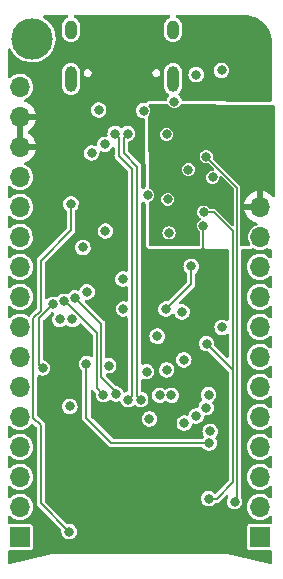
<source format=gbr>
%TF.GenerationSoftware,KiCad,Pcbnew,(6.0.4-0)*%
%TF.CreationDate,2022-11-23T21:06:29+01:00*%
%TF.ProjectId,ESP32_S2_MINI_1,45535033-325f-4533-925f-4d494e495f31,rev?*%
%TF.SameCoordinates,Original*%
%TF.FileFunction,Copper,L3,Inr*%
%TF.FilePolarity,Positive*%
%FSLAX46Y46*%
G04 Gerber Fmt 4.6, Leading zero omitted, Abs format (unit mm)*
G04 Created by KiCad (PCBNEW (6.0.4-0)) date 2022-11-23 21:06:29*
%MOMM*%
%LPD*%
G01*
G04 APERTURE LIST*
G04 Aperture macros list*
%AMRoundRect*
0 Rectangle with rounded corners*
0 $1 Rounding radius*
0 $2 $3 $4 $5 $6 $7 $8 $9 X,Y pos of 4 corners*
0 Add a 4 corners polygon primitive as box body*
4,1,4,$2,$3,$4,$5,$6,$7,$8,$9,$2,$3,0*
0 Add four circle primitives for the rounded corners*
1,1,$1+$1,$2,$3*
1,1,$1+$1,$4,$5*
1,1,$1+$1,$6,$7*
1,1,$1+$1,$8,$9*
0 Add four rect primitives between the rounded corners*
20,1,$1+$1,$2,$3,$4,$5,0*
20,1,$1+$1,$4,$5,$6,$7,0*
20,1,$1+$1,$6,$7,$8,$9,0*
20,1,$1+$1,$8,$9,$2,$3,0*%
G04 Aperture macros list end*
%TA.AperFunction,ComponentPad*%
%ADD10R,1.700000X1.700000*%
%TD*%
%TA.AperFunction,ComponentPad*%
%ADD11O,1.700000X1.700000*%
%TD*%
%TA.AperFunction,ComponentPad*%
%ADD12C,3.500000*%
%TD*%
%TA.AperFunction,ComponentPad*%
%ADD13RoundRect,0.500000X0.000000X0.300000X0.000000X0.300000X0.000000X-0.300000X0.000000X-0.300000X0*%
%TD*%
%TA.AperFunction,ComponentPad*%
%ADD14RoundRect,0.500000X0.000000X0.600000X0.000000X0.600000X0.000000X-0.600000X0.000000X-0.600000X0*%
%TD*%
%TA.AperFunction,ViaPad*%
%ADD15C,0.800000*%
%TD*%
%TA.AperFunction,Conductor*%
%ADD16C,0.200000*%
%TD*%
G04 APERTURE END LIST*
D10*
%TO.N,DEBUG_TX*%
%TO.C,J3*%
X182880000Y-101600000D03*
D11*
%TO.N,TX*%
X182880000Y-99060000D03*
%TO.N,RX*%
X182880000Y-96520000D03*
%TO.N,MISO*%
X182880000Y-93980000D03*
%TO.N,MOSI*%
X182880000Y-91440000D03*
%TO.N,SCK*%
X182880000Y-88900000D03*
%TO.N,A5*%
X182880000Y-86360000D03*
%TO.N,A4*%
X182880000Y-83820000D03*
%TO.N,A3*%
X182880000Y-81280000D03*
%TO.N,A2*%
X182880000Y-78740000D03*
%TO.N,A1*%
X182880000Y-76200000D03*
%TO.N,A0*%
X182880000Y-73660000D03*
%TO.N,GND*%
X182880000Y-71120000D03*
%TO.N,+3V3*%
X182880000Y-68580000D03*
X182880000Y-66040000D03*
%TO.N,RST*%
X182880000Y-63500000D03*
%TD*%
D10*
%TO.N,I2C_SDA*%
%TO.C,J2*%
X203200000Y-101600000D03*
D11*
%TO.N,I2C_SCL*%
X203200000Y-99060000D03*
%TO.N,D5*%
X203200000Y-96520000D03*
%TO.N,D6*%
X203200000Y-93980000D03*
%TO.N,D9*%
X203200000Y-91440000D03*
%TO.N,D10*%
X203200000Y-88900000D03*
%TO.N,D11*%
X203200000Y-86360000D03*
%TO.N,D12*%
X203200000Y-83820000D03*
%TO.N,D13*%
X203200000Y-81280000D03*
%TO.N,USB*%
X203200000Y-78740000D03*
%TO.N,EN*%
X203200000Y-76200000D03*
%TO.N,VBAT*%
X203200000Y-73660000D03*
%TD*%
D12*
%TO.N,N/C*%
%TO.C,H1*%
X183900000Y-59400000D03*
%TD*%
D13*
%TO.N,GND*%
%TO.C,J1*%
X195840032Y-58645268D03*
D14*
X187200032Y-62825268D03*
D13*
X187200032Y-58645268D03*
D14*
X195840032Y-62825268D03*
%TD*%
D15*
%TO.N,/BOOT*%
X198850000Y-98350000D03*
X198440000Y-74090000D03*
X198680000Y-85220000D03*
%TO.N,GND*%
X198650000Y-90650000D03*
X195950000Y-64750000D03*
%TO.N,/ENABLE*%
X187050000Y-101150000D03*
X187200000Y-73400000D03*
%TO.N,USB*%
X193700000Y-72650000D03*
X189550500Y-65450005D03*
X188560000Y-80840000D03*
X190050000Y-68350000D03*
X193351306Y-65498905D03*
%TO.N,+3V3*%
X184300500Y-76030893D03*
X199900000Y-59200000D03*
X191300000Y-73950000D03*
X198900000Y-99700000D03*
X198400000Y-75250000D03*
X196900000Y-59850000D03*
X193600000Y-79000000D03*
%TO.N,+3.3VA*%
X184800000Y-87300000D03*
X185674000Y-81915000D03*
X200000000Y-83850000D03*
X194498725Y-84600648D03*
X190400000Y-87100000D03*
%TO.N,D13*%
X196750000Y-86600000D03*
%TO.N,/USB_DN*%
X193107053Y-89968050D03*
X191996278Y-67439831D03*
%TO.N,/USB_DP*%
X190946278Y-67439831D03*
X192057053Y-89968050D03*
%TO.N,D12*%
X198850000Y-89550000D03*
%TO.N,EN*%
X188950000Y-69100000D03*
%TO.N,VBAT*%
X203200000Y-67056000D03*
X197000000Y-73500000D03*
X194200000Y-67750000D03*
%TO.N,/APA_DATA*%
X189950000Y-89550000D03*
X186588221Y-81658571D03*
%TO.N,/APA_CLOCK*%
X191000000Y-89500000D03*
X187550000Y-81350000D03*
%TO.N,SCK*%
X187100000Y-90550000D03*
%TO.N,A5*%
X198995734Y-92645734D03*
%TO.N,A4*%
X193850000Y-91600000D03*
%TO.N,A3*%
X195300000Y-87450000D03*
%TO.N,A2*%
X195700000Y-89600000D03*
%TO.N,A1*%
X194700000Y-89600000D03*
%TO.N,I2C_PWR*%
X188510000Y-86930000D03*
X198910000Y-93650000D03*
%TO.N,A0*%
X193600000Y-87600000D03*
%TO.N,/VB*%
X188214000Y-77089000D03*
X195400000Y-73000000D03*
X199190000Y-71160000D03*
X197800000Y-62450000D03*
X190119000Y-75692000D03*
X195500000Y-75850000D03*
%TO.N,I2C_SCL*%
X186258040Y-83177720D03*
X191600000Y-79750000D03*
X197800000Y-91350000D03*
X196600500Y-82550000D03*
%TO.N,I2C_SDA*%
X187325000Y-83185000D03*
X196800000Y-91950000D03*
X191650000Y-82300000D03*
X195250000Y-82300000D03*
X197380000Y-78690000D03*
%TO.N,MAG*%
X199950000Y-62100000D03*
X198650000Y-69400000D03*
X201050000Y-98600000D03*
%TO.N,Net-(R14-Pad2)*%
X195300000Y-67500000D03*
X197150000Y-70500000D03*
%TD*%
D16*
%TO.N,/BOOT*%
X200910489Y-87409511D02*
X200869511Y-87409511D01*
X200910489Y-76989511D02*
X200910489Y-75720489D01*
X200910489Y-76989511D02*
X200910489Y-76760489D01*
X200910489Y-87409511D02*
X200910489Y-76989511D01*
X200910489Y-75720489D02*
X199280000Y-74090000D01*
X200869511Y-87409511D02*
X198680000Y-85220000D01*
X200910489Y-96975228D02*
X200910489Y-87409511D01*
X199535717Y-98350000D02*
X200910489Y-96975228D01*
X199280000Y-74090000D02*
X198440000Y-74090000D01*
X198850000Y-98350000D02*
X199535717Y-98350000D01*
%TO.N,/ENABLE*%
X187200000Y-75650000D02*
X187200000Y-73400000D01*
X184000000Y-91500000D02*
X184000000Y-83094716D01*
X184650000Y-82444716D02*
X184650000Y-78200000D01*
X184650000Y-98750000D02*
X184650000Y-92150000D01*
X184650000Y-92150000D02*
X184000000Y-91500000D01*
X184000000Y-83094716D02*
X184650000Y-82444716D01*
X187050000Y-101150000D02*
X184650000Y-98750000D01*
X184650000Y-78200000D02*
X187200000Y-75650000D01*
%TO.N,+3V3*%
X198400000Y-77820000D02*
X198390000Y-77830000D01*
X198400000Y-75250000D02*
X198400000Y-77820000D01*
%TO.N,+3.3VA*%
X184800000Y-87300000D02*
X184500000Y-87000000D01*
X184500000Y-87000000D02*
X184500000Y-83089000D01*
X184500000Y-83089000D02*
X185674000Y-81915000D01*
%TO.N,/USB_DN*%
X191696279Y-67739830D02*
X191696279Y-69128079D01*
X192807054Y-70238854D02*
X192807054Y-89668051D01*
X191996278Y-67439831D02*
X191696279Y-67739830D01*
X191696279Y-69128079D02*
X192807054Y-70238854D01*
X192807054Y-89668051D02*
X193107053Y-89968050D01*
%TO.N,/USB_DP*%
X190946278Y-67439831D02*
X191246277Y-67739830D01*
X192357052Y-70425252D02*
X192357052Y-89668051D01*
X192357052Y-89668051D02*
X192057053Y-89968050D01*
X191246277Y-69314477D02*
X192357052Y-70425252D01*
X191246277Y-67739830D02*
X191246277Y-69314477D01*
%TO.N,/APA_DATA*%
X189400988Y-89000988D02*
X189400988Y-84342454D01*
X189400988Y-84342454D02*
X186717105Y-81658571D01*
X186717105Y-81658571D02*
X186588221Y-81658571D01*
X189950000Y-89550000D02*
X189400988Y-89000988D01*
%TO.N,/APA_CLOCK*%
X189750499Y-83550499D02*
X189750499Y-88044783D01*
X191000000Y-89294284D02*
X191000000Y-89500000D01*
X187550000Y-81350000D02*
X189750499Y-83550499D01*
X189750499Y-88044783D02*
X191000000Y-89294284D01*
%TO.N,I2C_PWR*%
X198910000Y-93650000D02*
X190630000Y-93650000D01*
X190630000Y-93650000D02*
X188510000Y-91530000D01*
X188510000Y-91530000D02*
X188510000Y-86930000D01*
%TO.N,I2C_SDA*%
X197380000Y-78690000D02*
X197380000Y-80170000D01*
X197380000Y-80170000D02*
X195250000Y-82300000D01*
%TO.N,MAG*%
X201050000Y-98600000D02*
X201260000Y-98390000D01*
X201260000Y-72010000D02*
X198650000Y-69400000D01*
X201260000Y-98390000D02*
X201260000Y-72010000D01*
%TD*%
%TA.AperFunction,Conductor*%
%TO.N,+3V3*%
G36*
X193347676Y-73203491D02*
G01*
X193457293Y-73263008D01*
X193456012Y-73265368D01*
X193501974Y-73301249D01*
X193525598Y-73374176D01*
X193528581Y-74090000D01*
X193533414Y-75250000D01*
X193535919Y-75851081D01*
X193539778Y-76777288D01*
X193539988Y-76827769D01*
X193545922Y-76881875D01*
X193546625Y-76885103D01*
X193555685Y-76926730D01*
X193557101Y-76933238D01*
X193564122Y-76959026D01*
X193567962Y-76965833D01*
X193567963Y-76965834D01*
X193574966Y-76978245D01*
X193613877Y-77047210D01*
X193660157Y-77101049D01*
X193662171Y-77103008D01*
X193662175Y-77103012D01*
X193667794Y-77108477D01*
X193693317Y-77133300D01*
X193701283Y-77137507D01*
X193701284Y-77137508D01*
X193717813Y-77146238D01*
X193782849Y-77180587D01*
X193850890Y-77200859D01*
X193855334Y-77201516D01*
X193855339Y-77201517D01*
X193919506Y-77211002D01*
X193919507Y-77211002D01*
X193923958Y-77211660D01*
X193928460Y-77211678D01*
X193928462Y-77211678D01*
X194926359Y-77215631D01*
X198021975Y-77227896D01*
X198077662Y-77222076D01*
X198130501Y-77210691D01*
X198140859Y-77207860D01*
X198150155Y-77205320D01*
X198150156Y-77205319D01*
X198157791Y-77203233D01*
X198164670Y-77199316D01*
X198164672Y-77199315D01*
X198240399Y-77156193D01*
X198245778Y-77153130D01*
X198275913Y-77127018D01*
X198297311Y-77108477D01*
X198297316Y-77108472D01*
X198299434Y-77106637D01*
X198304826Y-77101049D01*
X198309171Y-77096547D01*
X198370868Y-77061418D01*
X198441762Y-77065221D01*
X198495387Y-77101905D01*
X198511172Y-77120268D01*
X198544331Y-77152519D01*
X198633863Y-77199805D01*
X198639797Y-77201573D01*
X198697589Y-77218792D01*
X198697593Y-77218793D01*
X198701903Y-77220077D01*
X198738438Y-77225478D01*
X198770519Y-77230221D01*
X198770523Y-77230221D01*
X198774972Y-77230879D01*
X198779469Y-77230897D01*
X198779471Y-77230897D01*
X200129100Y-77236243D01*
X200430488Y-77237437D01*
X200498529Y-77257709D01*
X200544809Y-77311548D01*
X200555989Y-77363436D01*
X200555989Y-83194480D01*
X200535987Y-83262601D01*
X200482331Y-83309094D01*
X200412057Y-83319198D01*
X200371030Y-83305834D01*
X200346249Y-83292713D01*
X200236274Y-83234484D01*
X200082633Y-83195892D01*
X200075034Y-83195852D01*
X200075033Y-83195852D01*
X200009181Y-83195507D01*
X199924221Y-83195062D01*
X199916841Y-83196834D01*
X199916839Y-83196834D01*
X199777563Y-83230271D01*
X199777560Y-83230272D01*
X199770184Y-83232043D01*
X199629414Y-83304700D01*
X199510039Y-83408838D01*
X199418950Y-83538444D01*
X199416190Y-83545524D01*
X199372175Y-83658417D01*
X199361406Y-83686037D01*
X199360414Y-83693570D01*
X199360414Y-83693571D01*
X199342004Y-83833415D01*
X199340729Y-83843096D01*
X199358113Y-84000553D01*
X199360723Y-84007684D01*
X199360723Y-84007686D01*
X199379991Y-84060337D01*
X199412553Y-84149319D01*
X199416789Y-84155622D01*
X199416789Y-84155623D01*
X199436311Y-84184674D01*
X199500908Y-84280805D01*
X199506527Y-84285918D01*
X199506528Y-84285919D01*
X199612460Y-84382309D01*
X199618076Y-84387419D01*
X199757293Y-84463008D01*
X199910522Y-84503207D01*
X199994477Y-84504526D01*
X200061319Y-84505576D01*
X200061322Y-84505576D01*
X200068916Y-84505695D01*
X200223332Y-84470329D01*
X200294093Y-84434740D01*
X200358070Y-84402564D01*
X200358073Y-84402562D01*
X200362092Y-84400541D01*
X200362094Y-84400540D01*
X200364855Y-84399151D01*
X200365086Y-84399611D01*
X200428067Y-84380070D01*
X200496485Y-84399030D01*
X200543791Y-84451970D01*
X200555989Y-84506055D01*
X200555989Y-86290460D01*
X200535987Y-86358581D01*
X200482331Y-86405074D01*
X200412057Y-86415178D01*
X200347477Y-86385684D01*
X200340894Y-86379555D01*
X199365738Y-85404399D01*
X199331712Y-85342087D01*
X199330090Y-85297551D01*
X199330248Y-85296446D01*
X199339162Y-85233807D01*
X199339307Y-85220000D01*
X199320276Y-85062733D01*
X199264280Y-84914546D01*
X199204098Y-84826980D01*
X199178855Y-84790251D01*
X199178854Y-84790249D01*
X199174553Y-84783992D01*
X199159526Y-84770603D01*
X199114462Y-84730453D01*
X199056275Y-84678611D01*
X199048889Y-84674700D01*
X199010565Y-84654409D01*
X198916274Y-84604484D01*
X198762633Y-84565892D01*
X198755034Y-84565852D01*
X198755033Y-84565852D01*
X198689181Y-84565507D01*
X198604221Y-84565062D01*
X198596841Y-84566834D01*
X198596839Y-84566834D01*
X198457563Y-84600271D01*
X198457560Y-84600272D01*
X198450184Y-84602043D01*
X198309414Y-84674700D01*
X198190039Y-84778838D01*
X198098950Y-84908444D01*
X198091438Y-84927712D01*
X198044962Y-85046917D01*
X198041406Y-85056037D01*
X198040414Y-85063570D01*
X198040414Y-85063571D01*
X198030130Y-85141690D01*
X198020729Y-85213096D01*
X198028953Y-85287585D01*
X198036935Y-85359881D01*
X198038113Y-85370553D01*
X198040723Y-85377684D01*
X198040723Y-85377686D01*
X198087842Y-85506445D01*
X198092553Y-85519319D01*
X198096789Y-85525622D01*
X198096789Y-85525623D01*
X198160920Y-85621059D01*
X198180908Y-85650805D01*
X198298076Y-85757419D01*
X198437293Y-85833008D01*
X198590522Y-85873207D01*
X198674477Y-85874526D01*
X198741319Y-85875576D01*
X198741322Y-85875576D01*
X198748916Y-85875695D01*
X198756319Y-85873999D01*
X198763878Y-85873205D01*
X198764190Y-85876170D01*
X198821319Y-85879607D01*
X198867719Y-85909058D01*
X200519084Y-87560422D01*
X200553109Y-87622734D01*
X200555989Y-87649517D01*
X200555989Y-96776199D01*
X200535987Y-96844320D01*
X200519084Y-96865294D01*
X199999134Y-97385245D01*
X199495204Y-97889175D01*
X199432892Y-97923200D01*
X199362077Y-97918136D01*
X199322292Y-97894158D01*
X199226275Y-97808611D01*
X199218889Y-97804700D01*
X199092988Y-97738039D01*
X199092989Y-97738039D01*
X199086274Y-97734484D01*
X198932633Y-97695892D01*
X198925034Y-97695852D01*
X198925033Y-97695852D01*
X198859181Y-97695507D01*
X198774221Y-97695062D01*
X198766841Y-97696834D01*
X198766839Y-97696834D01*
X198627563Y-97730271D01*
X198627560Y-97730272D01*
X198620184Y-97732043D01*
X198479414Y-97804700D01*
X198360039Y-97908838D01*
X198268950Y-98038444D01*
X198211406Y-98186037D01*
X198210414Y-98193570D01*
X198210414Y-98193571D01*
X198192979Y-98326009D01*
X198190729Y-98343096D01*
X198191563Y-98350646D01*
X198203180Y-98455869D01*
X198208113Y-98500553D01*
X198210723Y-98507684D01*
X198210723Y-98507686D01*
X198259521Y-98641033D01*
X198262553Y-98649319D01*
X198266789Y-98655622D01*
X198266789Y-98655623D01*
X198335373Y-98757686D01*
X198350908Y-98780805D01*
X198356527Y-98785918D01*
X198356528Y-98785919D01*
X198441913Y-98863613D01*
X198468076Y-98887419D01*
X198607293Y-98963008D01*
X198760522Y-99003207D01*
X198844477Y-99004526D01*
X198911319Y-99005576D01*
X198911322Y-99005576D01*
X198918916Y-99005695D01*
X199073332Y-98970329D01*
X199143742Y-98934917D01*
X199208072Y-98902563D01*
X199208075Y-98902561D01*
X199214855Y-98899151D01*
X199220626Y-98894222D01*
X199220629Y-98894220D01*
X199329536Y-98801204D01*
X199329536Y-98801203D01*
X199335314Y-98796269D01*
X199363552Y-98756971D01*
X199419543Y-98713326D01*
X199465872Y-98704500D01*
X199484460Y-98704500D01*
X199504254Y-98706606D01*
X199508607Y-98706811D01*
X199518787Y-98709003D01*
X199549457Y-98705373D01*
X199554800Y-98705058D01*
X199554789Y-98704928D01*
X199559969Y-98704500D01*
X199565168Y-98704500D01*
X199570292Y-98703647D01*
X199570305Y-98703646D01*
X199582758Y-98701573D01*
X199588633Y-98700736D01*
X199625646Y-98696355D01*
X199635987Y-98695131D01*
X199643695Y-98691430D01*
X199652134Y-98690025D01*
X199694118Y-98667371D01*
X199699381Y-98664690D01*
X199718263Y-98655623D01*
X199742375Y-98644045D01*
X199746367Y-98640689D01*
X199748314Y-98638742D01*
X199749939Y-98637252D01*
X199750371Y-98637019D01*
X199750404Y-98637055D01*
X199750562Y-98636916D01*
X199755997Y-98633983D01*
X199770873Y-98617891D01*
X199790074Y-98597119D01*
X199793477Y-98593579D01*
X200316052Y-98071003D01*
X200378362Y-98036980D01*
X200449177Y-98042044D01*
X200506013Y-98084591D01*
X200530824Y-98151111D01*
X200515733Y-98220485D01*
X200508232Y-98232550D01*
X200473321Y-98282223D01*
X200473317Y-98282230D01*
X200468950Y-98288444D01*
X200411406Y-98436037D01*
X200410414Y-98443570D01*
X200410414Y-98443571D01*
X200392749Y-98577755D01*
X200390729Y-98593096D01*
X200396149Y-98642185D01*
X200406183Y-98733070D01*
X200408113Y-98750553D01*
X200410723Y-98757684D01*
X200410723Y-98757686D01*
X200453867Y-98875582D01*
X200462553Y-98899319D01*
X200466789Y-98905622D01*
X200466789Y-98905623D01*
X200533136Y-99004357D01*
X200550908Y-99030805D01*
X200556527Y-99035918D01*
X200556528Y-99035919D01*
X200662460Y-99132309D01*
X200668076Y-99137419D01*
X200807293Y-99213008D01*
X200960522Y-99253207D01*
X201044477Y-99254526D01*
X201111319Y-99255576D01*
X201111322Y-99255576D01*
X201118916Y-99255695D01*
X201273332Y-99220329D01*
X201343742Y-99184917D01*
X201408072Y-99152563D01*
X201408075Y-99152561D01*
X201414855Y-99149151D01*
X201420626Y-99144222D01*
X201420629Y-99144220D01*
X201529536Y-99051204D01*
X201529536Y-99051203D01*
X201535314Y-99046269D01*
X201627755Y-98917624D01*
X201686842Y-98770641D01*
X201696255Y-98704500D01*
X201708581Y-98617891D01*
X201708581Y-98617888D01*
X201709162Y-98613807D01*
X201709307Y-98600000D01*
X201690276Y-98442733D01*
X201634280Y-98294546D01*
X201629978Y-98288286D01*
X201628838Y-98286106D01*
X201614500Y-98227731D01*
X201614500Y-77368628D01*
X201634502Y-77300507D01*
X201688158Y-77254014D01*
X201740998Y-77242629D01*
X202283536Y-77244779D01*
X202287678Y-77244242D01*
X202287681Y-77244242D01*
X202340183Y-77237437D01*
X202351710Y-77235943D01*
X202355744Y-77234862D01*
X202355746Y-77234862D01*
X202413209Y-77219469D01*
X202413211Y-77219468D01*
X202415624Y-77218822D01*
X202417983Y-77217985D01*
X202446167Y-77207984D01*
X202446170Y-77207982D01*
X202454366Y-77205074D01*
X202461463Y-77200043D01*
X202461467Y-77200041D01*
X202510565Y-77165236D01*
X202577706Y-77142158D01*
X202646666Y-77159043D01*
X202653433Y-77163262D01*
X202665912Y-77171600D01*
X202665916Y-77171602D01*
X202670720Y-77174812D01*
X202676023Y-77177090D01*
X202676026Y-77177092D01*
X202849261Y-77251519D01*
X202857228Y-77254942D01*
X202909169Y-77266695D01*
X203049579Y-77298467D01*
X203049584Y-77298468D01*
X203055216Y-77299742D01*
X203060987Y-77299969D01*
X203060989Y-77299969D01*
X203120756Y-77302317D01*
X203258053Y-77307712D01*
X203358499Y-77293148D01*
X203453231Y-77279413D01*
X203453236Y-77279412D01*
X203458945Y-77278584D01*
X203464409Y-77276729D01*
X203464414Y-77276728D01*
X203645693Y-77215192D01*
X203645698Y-77215190D01*
X203651165Y-77213334D01*
X203665915Y-77205074D01*
X203742473Y-77162199D01*
X203811681Y-77146365D01*
X203876574Y-77169663D01*
X203880683Y-77173660D01*
X203970215Y-77220947D01*
X204038256Y-77241219D01*
X204042709Y-77241877D01*
X204042717Y-77241879D01*
X204107926Y-77251519D01*
X204172389Y-77281267D01*
X204210536Y-77341145D01*
X204215500Y-77376164D01*
X204215500Y-77886445D01*
X204195498Y-77954566D01*
X204141842Y-78001059D01*
X204071568Y-78011163D01*
X204003972Y-77978970D01*
X203875258Y-77859987D01*
X203870375Y-77856906D01*
X203870371Y-77856903D01*
X203708464Y-77754748D01*
X203703581Y-77751667D01*
X203515039Y-77676446D01*
X203509379Y-77675320D01*
X203509375Y-77675319D01*
X203321613Y-77637971D01*
X203321610Y-77637971D01*
X203315946Y-77636844D01*
X203310171Y-77636768D01*
X203310167Y-77636768D01*
X203208793Y-77635441D01*
X203112971Y-77634187D01*
X203107274Y-77635166D01*
X203107273Y-77635166D01*
X203070045Y-77641563D01*
X202912910Y-77668564D01*
X202722463Y-77738824D01*
X202548010Y-77842612D01*
X202543670Y-77846418D01*
X202543666Y-77846421D01*
X202415944Y-77958431D01*
X202395392Y-77976455D01*
X202269720Y-78135869D01*
X202267031Y-78140980D01*
X202267029Y-78140983D01*
X202254204Y-78165359D01*
X202175203Y-78315515D01*
X202115007Y-78509378D01*
X202091148Y-78710964D01*
X202104424Y-78913522D01*
X202105845Y-78919118D01*
X202105846Y-78919123D01*
X202150741Y-79095892D01*
X202154392Y-79110269D01*
X202156809Y-79115512D01*
X202194010Y-79196208D01*
X202239377Y-79294616D01*
X202242710Y-79299332D01*
X202346028Y-79445524D01*
X202356533Y-79460389D01*
X202360675Y-79464424D01*
X202373414Y-79476834D01*
X202501938Y-79602035D01*
X202670720Y-79714812D01*
X202676023Y-79717090D01*
X202676026Y-79717092D01*
X202764707Y-79755192D01*
X202857228Y-79794942D01*
X202930244Y-79811464D01*
X203049579Y-79838467D01*
X203049584Y-79838468D01*
X203055216Y-79839742D01*
X203060987Y-79839969D01*
X203060989Y-79839969D01*
X203120756Y-79842317D01*
X203258053Y-79847712D01*
X203358499Y-79833148D01*
X203453231Y-79819413D01*
X203453236Y-79819412D01*
X203458945Y-79818584D01*
X203464409Y-79816729D01*
X203464414Y-79816728D01*
X203645693Y-79755192D01*
X203645698Y-79755190D01*
X203651165Y-79753334D01*
X203669447Y-79743096D01*
X203725683Y-79711602D01*
X203828276Y-79654147D01*
X203890934Y-79602035D01*
X203979913Y-79528031D01*
X203984345Y-79524345D01*
X203988031Y-79519913D01*
X203988035Y-79519909D01*
X203992625Y-79514390D01*
X204051562Y-79474805D01*
X204122544Y-79473368D01*
X204183035Y-79510535D01*
X204213829Y-79574506D01*
X204215500Y-79594958D01*
X204215500Y-80426445D01*
X204195498Y-80494566D01*
X204141842Y-80541059D01*
X204071568Y-80551163D01*
X204003972Y-80518970D01*
X203887787Y-80411569D01*
X203879503Y-80403911D01*
X203875258Y-80399987D01*
X203870375Y-80396906D01*
X203870371Y-80396903D01*
X203708464Y-80294748D01*
X203703581Y-80291667D01*
X203515039Y-80216446D01*
X203509379Y-80215320D01*
X203509375Y-80215319D01*
X203321613Y-80177971D01*
X203321610Y-80177971D01*
X203315946Y-80176844D01*
X203310171Y-80176768D01*
X203310167Y-80176768D01*
X203208793Y-80175441D01*
X203112971Y-80174187D01*
X203107274Y-80175166D01*
X203107273Y-80175166D01*
X203045085Y-80185852D01*
X202912910Y-80208564D01*
X202722463Y-80278824D01*
X202548010Y-80382612D01*
X202543670Y-80386418D01*
X202543666Y-80386421D01*
X202412137Y-80501770D01*
X202395392Y-80516455D01*
X202269720Y-80675869D01*
X202267031Y-80680980D01*
X202267029Y-80680983D01*
X202219128Y-80772027D01*
X202175203Y-80855515D01*
X202166828Y-80882487D01*
X202118279Y-81038842D01*
X202115007Y-81049378D01*
X202091148Y-81250964D01*
X202104424Y-81453522D01*
X202105845Y-81459118D01*
X202105846Y-81459123D01*
X202142500Y-81603444D01*
X202154392Y-81650269D01*
X202156809Y-81655512D01*
X202202535Y-81754700D01*
X202239377Y-81834616D01*
X202356533Y-82000389D01*
X202360675Y-82004424D01*
X202373414Y-82016834D01*
X202501938Y-82142035D01*
X202506742Y-82145245D01*
X202574400Y-82190453D01*
X202670720Y-82254812D01*
X202676023Y-82257090D01*
X202676026Y-82257092D01*
X202851921Y-82332662D01*
X202857228Y-82334942D01*
X202898249Y-82344224D01*
X203049579Y-82378467D01*
X203049584Y-82378468D01*
X203055216Y-82379742D01*
X203060987Y-82379969D01*
X203060989Y-82379969D01*
X203120756Y-82382317D01*
X203258053Y-82387712D01*
X203358499Y-82373148D01*
X203453231Y-82359413D01*
X203453236Y-82359412D01*
X203458945Y-82358584D01*
X203464409Y-82356729D01*
X203464414Y-82356728D01*
X203645693Y-82295192D01*
X203645698Y-82295190D01*
X203651165Y-82293334D01*
X203690012Y-82271579D01*
X203725683Y-82251602D01*
X203828276Y-82194147D01*
X203870435Y-82159084D01*
X203979913Y-82068031D01*
X203984345Y-82064345D01*
X203988031Y-82059913D01*
X203988035Y-82059909D01*
X203992625Y-82054390D01*
X204051562Y-82014805D01*
X204122544Y-82013368D01*
X204183035Y-82050535D01*
X204213829Y-82114506D01*
X204215500Y-82134958D01*
X204215500Y-82966445D01*
X204195498Y-83034566D01*
X204141842Y-83081059D01*
X204071568Y-83091163D01*
X204003972Y-83058970D01*
X203875258Y-82939987D01*
X203870375Y-82936906D01*
X203870371Y-82936903D01*
X203708464Y-82834748D01*
X203703581Y-82831667D01*
X203515039Y-82756446D01*
X203509379Y-82755320D01*
X203509375Y-82755319D01*
X203321613Y-82717971D01*
X203321610Y-82717971D01*
X203315946Y-82716844D01*
X203310171Y-82716768D01*
X203310167Y-82716768D01*
X203208793Y-82715441D01*
X203112971Y-82714187D01*
X203107274Y-82715166D01*
X203107273Y-82715166D01*
X202926266Y-82746269D01*
X202912910Y-82748564D01*
X202722463Y-82818824D01*
X202548010Y-82922612D01*
X202543670Y-82926418D01*
X202543666Y-82926421D01*
X202415877Y-83038490D01*
X202395392Y-83056455D01*
X202269720Y-83215869D01*
X202267031Y-83220980D01*
X202267029Y-83220983D01*
X202229290Y-83292713D01*
X202175203Y-83395515D01*
X202115007Y-83589378D01*
X202091148Y-83790964D01*
X202104424Y-83993522D01*
X202105845Y-83999118D01*
X202105846Y-83999123D01*
X202142180Y-84142185D01*
X202154392Y-84190269D01*
X202156809Y-84195512D01*
X202236959Y-84369371D01*
X202239377Y-84374616D01*
X202244814Y-84382309D01*
X202330340Y-84503326D01*
X202356533Y-84540389D01*
X202360675Y-84544424D01*
X202373414Y-84556834D01*
X202501938Y-84682035D01*
X202670720Y-84794812D01*
X202676023Y-84797090D01*
X202676026Y-84797092D01*
X202764707Y-84835192D01*
X202857228Y-84874942D01*
X202930244Y-84891464D01*
X203049579Y-84918467D01*
X203049584Y-84918468D01*
X203055216Y-84919742D01*
X203060987Y-84919969D01*
X203060989Y-84919969D01*
X203120756Y-84922317D01*
X203258053Y-84927712D01*
X203358499Y-84913148D01*
X203453231Y-84899413D01*
X203453236Y-84899412D01*
X203458945Y-84898584D01*
X203464409Y-84896729D01*
X203464414Y-84896728D01*
X203645693Y-84835192D01*
X203645698Y-84835190D01*
X203651165Y-84833334D01*
X203828276Y-84734147D01*
X203890934Y-84682035D01*
X203979913Y-84608031D01*
X203984345Y-84604345D01*
X203988031Y-84599913D01*
X203988035Y-84599909D01*
X203992625Y-84594390D01*
X204051562Y-84554805D01*
X204122544Y-84553368D01*
X204183035Y-84590535D01*
X204213829Y-84654506D01*
X204215500Y-84674958D01*
X204215500Y-85506445D01*
X204195498Y-85574566D01*
X204141842Y-85621059D01*
X204071568Y-85631163D01*
X204003972Y-85598970D01*
X203875258Y-85479987D01*
X203870375Y-85476906D01*
X203870371Y-85476903D01*
X203724728Y-85385010D01*
X203703581Y-85371667D01*
X203515039Y-85296446D01*
X203509379Y-85295320D01*
X203509375Y-85295319D01*
X203321613Y-85257971D01*
X203321610Y-85257971D01*
X203315946Y-85256844D01*
X203310171Y-85256768D01*
X203310167Y-85256768D01*
X203208793Y-85255441D01*
X203112971Y-85254187D01*
X203107274Y-85255166D01*
X203107273Y-85255166D01*
X202918607Y-85287585D01*
X202912910Y-85288564D01*
X202722463Y-85358824D01*
X202548010Y-85462612D01*
X202543670Y-85466418D01*
X202543666Y-85466421D01*
X202412137Y-85581770D01*
X202395392Y-85596455D01*
X202269720Y-85755869D01*
X202267031Y-85760980D01*
X202267029Y-85760983D01*
X202231041Y-85829385D01*
X202175203Y-85935515D01*
X202115007Y-86129378D01*
X202091148Y-86330964D01*
X202104424Y-86533522D01*
X202105845Y-86539118D01*
X202105846Y-86539123D01*
X202139149Y-86670251D01*
X202154392Y-86730269D01*
X202156809Y-86735512D01*
X202216039Y-86863992D01*
X202239377Y-86914616D01*
X202242710Y-86919332D01*
X202332420Y-87046269D01*
X202356533Y-87080389D01*
X202360675Y-87084424D01*
X202416129Y-87138444D01*
X202501938Y-87222035D01*
X202670720Y-87334812D01*
X202676023Y-87337090D01*
X202676026Y-87337092D01*
X202847054Y-87410571D01*
X202857228Y-87414942D01*
X202930244Y-87431464D01*
X203049579Y-87458467D01*
X203049584Y-87458468D01*
X203055216Y-87459742D01*
X203060987Y-87459969D01*
X203060989Y-87459969D01*
X203120756Y-87462317D01*
X203258053Y-87467712D01*
X203358499Y-87453148D01*
X203453231Y-87439413D01*
X203453236Y-87439412D01*
X203458945Y-87438584D01*
X203464409Y-87436729D01*
X203464414Y-87436728D01*
X203645693Y-87375192D01*
X203645698Y-87375190D01*
X203651165Y-87373334D01*
X203664406Y-87365919D01*
X203725683Y-87331602D01*
X203828276Y-87274147D01*
X203841541Y-87263115D01*
X203979913Y-87148031D01*
X203984345Y-87144345D01*
X203988031Y-87139913D01*
X203988035Y-87139909D01*
X203992625Y-87134390D01*
X204051562Y-87094805D01*
X204122544Y-87093368D01*
X204183035Y-87130535D01*
X204213829Y-87194506D01*
X204215500Y-87214958D01*
X204215500Y-88046445D01*
X204195498Y-88114566D01*
X204141842Y-88161059D01*
X204071568Y-88171163D01*
X204003972Y-88138970D01*
X203875258Y-88019987D01*
X203870375Y-88016906D01*
X203870371Y-88016903D01*
X203708464Y-87914748D01*
X203703581Y-87911667D01*
X203515039Y-87836446D01*
X203509379Y-87835320D01*
X203509375Y-87835319D01*
X203321613Y-87797971D01*
X203321610Y-87797971D01*
X203315946Y-87796844D01*
X203310171Y-87796768D01*
X203310167Y-87796768D01*
X203208793Y-87795441D01*
X203112971Y-87794187D01*
X203107274Y-87795166D01*
X203107273Y-87795166D01*
X202918607Y-87827585D01*
X202912910Y-87828564D01*
X202722463Y-87898824D01*
X202548010Y-88002612D01*
X202543670Y-88006418D01*
X202543666Y-88006421D01*
X202412137Y-88121770D01*
X202395392Y-88136455D01*
X202391817Y-88140990D01*
X202391816Y-88140991D01*
X202385383Y-88149151D01*
X202269720Y-88295869D01*
X202267031Y-88300980D01*
X202267029Y-88300983D01*
X202219128Y-88392027D01*
X202175203Y-88475515D01*
X202115007Y-88669378D01*
X202091148Y-88870964D01*
X202104424Y-89073522D01*
X202105845Y-89079118D01*
X202105846Y-89079123D01*
X202140334Y-89214917D01*
X202154392Y-89270269D01*
X202156809Y-89275512D01*
X202207762Y-89386037D01*
X202239377Y-89454616D01*
X202242710Y-89459332D01*
X202342124Y-89600000D01*
X202356533Y-89620389D01*
X202360675Y-89624424D01*
X202373414Y-89636834D01*
X202501938Y-89762035D01*
X202670720Y-89874812D01*
X202676023Y-89877090D01*
X202676026Y-89877092D01*
X202812031Y-89935524D01*
X202857228Y-89954942D01*
X202915157Y-89968050D01*
X203049579Y-89998467D01*
X203049584Y-89998468D01*
X203055216Y-89999742D01*
X203060987Y-89999969D01*
X203060989Y-89999969D01*
X203120756Y-90002317D01*
X203258053Y-90007712D01*
X203358499Y-89993148D01*
X203453231Y-89979413D01*
X203453236Y-89979412D01*
X203458945Y-89978584D01*
X203464409Y-89976729D01*
X203464414Y-89976728D01*
X203645693Y-89915192D01*
X203645698Y-89915190D01*
X203651165Y-89913334D01*
X203682382Y-89895852D01*
X203745380Y-89860571D01*
X203828276Y-89814147D01*
X203890934Y-89762035D01*
X203979913Y-89688031D01*
X203984345Y-89684345D01*
X203988031Y-89679913D01*
X203988035Y-89679909D01*
X203992625Y-89674390D01*
X204051562Y-89634805D01*
X204122544Y-89633368D01*
X204183035Y-89670535D01*
X204213829Y-89734506D01*
X204215500Y-89754958D01*
X204215500Y-90586445D01*
X204195498Y-90654566D01*
X204141842Y-90701059D01*
X204071568Y-90711163D01*
X204003972Y-90678970D01*
X203891424Y-90574931D01*
X203879503Y-90563911D01*
X203875258Y-90559987D01*
X203870375Y-90556906D01*
X203870371Y-90556903D01*
X203708464Y-90454748D01*
X203703581Y-90451667D01*
X203515039Y-90376446D01*
X203509379Y-90375320D01*
X203509375Y-90375319D01*
X203321613Y-90337971D01*
X203321610Y-90337971D01*
X203315946Y-90336844D01*
X203310171Y-90336768D01*
X203310167Y-90336768D01*
X203208793Y-90335441D01*
X203112971Y-90334187D01*
X203107274Y-90335166D01*
X203107273Y-90335166D01*
X202918607Y-90367585D01*
X202912910Y-90368564D01*
X202722463Y-90438824D01*
X202548010Y-90542612D01*
X202543670Y-90546418D01*
X202543666Y-90546421D01*
X202414518Y-90659682D01*
X202395392Y-90676455D01*
X202269720Y-90835869D01*
X202267031Y-90840980D01*
X202267029Y-90840983D01*
X202219128Y-90932027D01*
X202175203Y-91015515D01*
X202115007Y-91209378D01*
X202091148Y-91410964D01*
X202104424Y-91613522D01*
X202105845Y-91619118D01*
X202105846Y-91619123D01*
X202148238Y-91786037D01*
X202154392Y-91810269D01*
X202156809Y-91815512D01*
X202208136Y-91926850D01*
X202239377Y-91994616D01*
X202245533Y-92003326D01*
X202340300Y-92137419D01*
X202356533Y-92160389D01*
X202360675Y-92164424D01*
X202413604Y-92215985D01*
X202501938Y-92302035D01*
X202670720Y-92414812D01*
X202676023Y-92417090D01*
X202676026Y-92417092D01*
X202848150Y-92491042D01*
X202857228Y-92494942D01*
X202930244Y-92511464D01*
X203049579Y-92538467D01*
X203049584Y-92538468D01*
X203055216Y-92539742D01*
X203060987Y-92539969D01*
X203060989Y-92539969D01*
X203120756Y-92542317D01*
X203258053Y-92547712D01*
X203358499Y-92533148D01*
X203453231Y-92519413D01*
X203453236Y-92519412D01*
X203458945Y-92518584D01*
X203464409Y-92516729D01*
X203464414Y-92516728D01*
X203645693Y-92455192D01*
X203645698Y-92455190D01*
X203651165Y-92453334D01*
X203828276Y-92354147D01*
X203843774Y-92341258D01*
X203979913Y-92228031D01*
X203984345Y-92224345D01*
X203988031Y-92219913D01*
X203988035Y-92219909D01*
X203992625Y-92214390D01*
X204051562Y-92174805D01*
X204122544Y-92173368D01*
X204183035Y-92210535D01*
X204213829Y-92274506D01*
X204215500Y-92294958D01*
X204215500Y-93126445D01*
X204195498Y-93194566D01*
X204141842Y-93241059D01*
X204071568Y-93251163D01*
X204003972Y-93218970D01*
X203875258Y-93099987D01*
X203870375Y-93096906D01*
X203870371Y-93096903D01*
X203708464Y-92994748D01*
X203703581Y-92991667D01*
X203515039Y-92916446D01*
X203509379Y-92915320D01*
X203509375Y-92915319D01*
X203321613Y-92877971D01*
X203321610Y-92877971D01*
X203315946Y-92876844D01*
X203310171Y-92876768D01*
X203310167Y-92876768D01*
X203208793Y-92875441D01*
X203112971Y-92874187D01*
X203107274Y-92875166D01*
X203107273Y-92875166D01*
X202918607Y-92907585D01*
X202912910Y-92908564D01*
X202722463Y-92978824D01*
X202548010Y-93082612D01*
X202543670Y-93086418D01*
X202543666Y-93086421D01*
X202412137Y-93201770D01*
X202395392Y-93216455D01*
X202269720Y-93375869D01*
X202267031Y-93380980D01*
X202267029Y-93380983D01*
X202254073Y-93405609D01*
X202175203Y-93555515D01*
X202115007Y-93749378D01*
X202091148Y-93950964D01*
X202104424Y-94153522D01*
X202105845Y-94159118D01*
X202105846Y-94159123D01*
X202152971Y-94344674D01*
X202154392Y-94350269D01*
X202156809Y-94355512D01*
X202194010Y-94436208D01*
X202239377Y-94534616D01*
X202356533Y-94700389D01*
X202360675Y-94704424D01*
X202373414Y-94716834D01*
X202501938Y-94842035D01*
X202670720Y-94954812D01*
X202676023Y-94957090D01*
X202676026Y-94957092D01*
X202764707Y-94995192D01*
X202857228Y-95034942D01*
X202930244Y-95051464D01*
X203049579Y-95078467D01*
X203049584Y-95078468D01*
X203055216Y-95079742D01*
X203060987Y-95079969D01*
X203060989Y-95079969D01*
X203120756Y-95082317D01*
X203258053Y-95087712D01*
X203358499Y-95073148D01*
X203453231Y-95059413D01*
X203453236Y-95059412D01*
X203458945Y-95058584D01*
X203464409Y-95056729D01*
X203464414Y-95056728D01*
X203645693Y-94995192D01*
X203645698Y-94995190D01*
X203651165Y-94993334D01*
X203828276Y-94894147D01*
X203890934Y-94842035D01*
X203979913Y-94768031D01*
X203984345Y-94764345D01*
X203988031Y-94759913D01*
X203988035Y-94759909D01*
X203992625Y-94754390D01*
X204051562Y-94714805D01*
X204122544Y-94713368D01*
X204183035Y-94750535D01*
X204213829Y-94814506D01*
X204215500Y-94834958D01*
X204215500Y-95666445D01*
X204195498Y-95734566D01*
X204141842Y-95781059D01*
X204071568Y-95791163D01*
X204003972Y-95758970D01*
X203875258Y-95639987D01*
X203870375Y-95636906D01*
X203870371Y-95636903D01*
X203708464Y-95534748D01*
X203703581Y-95531667D01*
X203515039Y-95456446D01*
X203509379Y-95455320D01*
X203509375Y-95455319D01*
X203321613Y-95417971D01*
X203321610Y-95417971D01*
X203315946Y-95416844D01*
X203310171Y-95416768D01*
X203310167Y-95416768D01*
X203208793Y-95415441D01*
X203112971Y-95414187D01*
X203107274Y-95415166D01*
X203107273Y-95415166D01*
X202918607Y-95447585D01*
X202912910Y-95448564D01*
X202722463Y-95518824D01*
X202548010Y-95622612D01*
X202543670Y-95626418D01*
X202543666Y-95626421D01*
X202412137Y-95741770D01*
X202395392Y-95756455D01*
X202269720Y-95915869D01*
X202267031Y-95920980D01*
X202267029Y-95920983D01*
X202254073Y-95945609D01*
X202175203Y-96095515D01*
X202115007Y-96289378D01*
X202091148Y-96490964D01*
X202104424Y-96693522D01*
X202105845Y-96699118D01*
X202105846Y-96699123D01*
X202126119Y-96778945D01*
X202154392Y-96890269D01*
X202156809Y-96895512D01*
X202194010Y-96976208D01*
X202239377Y-97074616D01*
X202356533Y-97240389D01*
X202360675Y-97244424D01*
X202373414Y-97256834D01*
X202501938Y-97382035D01*
X202670720Y-97494812D01*
X202676023Y-97497090D01*
X202676026Y-97497092D01*
X202764707Y-97535192D01*
X202857228Y-97574942D01*
X202930244Y-97591464D01*
X203049579Y-97618467D01*
X203049584Y-97618468D01*
X203055216Y-97619742D01*
X203060987Y-97619969D01*
X203060989Y-97619969D01*
X203120756Y-97622317D01*
X203258053Y-97627712D01*
X203358499Y-97613148D01*
X203453231Y-97599413D01*
X203453236Y-97599412D01*
X203458945Y-97598584D01*
X203464409Y-97596729D01*
X203464414Y-97596728D01*
X203645693Y-97535192D01*
X203645698Y-97535190D01*
X203651165Y-97533334D01*
X203828276Y-97434147D01*
X203890934Y-97382035D01*
X203979913Y-97308031D01*
X203984345Y-97304345D01*
X203988031Y-97299913D01*
X203988035Y-97299909D01*
X203992625Y-97294390D01*
X204051562Y-97254805D01*
X204122544Y-97253368D01*
X204183035Y-97290535D01*
X204213829Y-97354506D01*
X204215500Y-97374958D01*
X204215500Y-98206445D01*
X204195498Y-98274566D01*
X204141842Y-98321059D01*
X204071568Y-98331163D01*
X204003972Y-98298970D01*
X203875258Y-98179987D01*
X203870375Y-98176906D01*
X203870371Y-98176903D01*
X203708464Y-98074748D01*
X203703581Y-98071667D01*
X203515039Y-97996446D01*
X203509379Y-97995320D01*
X203509375Y-97995319D01*
X203321613Y-97957971D01*
X203321610Y-97957971D01*
X203315946Y-97956844D01*
X203310171Y-97956768D01*
X203310167Y-97956768D01*
X203208793Y-97955441D01*
X203112971Y-97954187D01*
X203107274Y-97955166D01*
X203107273Y-97955166D01*
X202944976Y-97983054D01*
X202912910Y-97988564D01*
X202722463Y-98058824D01*
X202548010Y-98162612D01*
X202543670Y-98166418D01*
X202543666Y-98166421D01*
X202412137Y-98281770D01*
X202395392Y-98296455D01*
X202269720Y-98455869D01*
X202267031Y-98460980D01*
X202267029Y-98460983D01*
X202219684Y-98550972D01*
X202175203Y-98635515D01*
X202115007Y-98829378D01*
X202091148Y-99030964D01*
X202104424Y-99233522D01*
X202105845Y-99239118D01*
X202105846Y-99239123D01*
X202126119Y-99318945D01*
X202154392Y-99430269D01*
X202156809Y-99435512D01*
X202194010Y-99516208D01*
X202239377Y-99614616D01*
X202356533Y-99780389D01*
X202360675Y-99784424D01*
X202373414Y-99796834D01*
X202501938Y-99922035D01*
X202670720Y-100034812D01*
X202676023Y-100037090D01*
X202676026Y-100037092D01*
X202764707Y-100075192D01*
X202857228Y-100114942D01*
X202930244Y-100131464D01*
X203049579Y-100158467D01*
X203049584Y-100158468D01*
X203055216Y-100159742D01*
X203060987Y-100159969D01*
X203060989Y-100159969D01*
X203120756Y-100162317D01*
X203258053Y-100167712D01*
X203358499Y-100153148D01*
X203453231Y-100139413D01*
X203453236Y-100139412D01*
X203458945Y-100138584D01*
X203464409Y-100136729D01*
X203464414Y-100136728D01*
X203645693Y-100075192D01*
X203645698Y-100075190D01*
X203651165Y-100073334D01*
X203828276Y-99974147D01*
X203890934Y-99922035D01*
X203979913Y-99848031D01*
X203984345Y-99844345D01*
X203988031Y-99839913D01*
X203988035Y-99839909D01*
X203992625Y-99834390D01*
X204051562Y-99794805D01*
X204122544Y-99793368D01*
X204183035Y-99830535D01*
X204213829Y-99894506D01*
X204215500Y-99914958D01*
X204215500Y-100370922D01*
X204195498Y-100439043D01*
X204141842Y-100485536D01*
X204078244Y-100496132D01*
X204075067Y-100495500D01*
X204068874Y-100495500D01*
X203199718Y-100495501D01*
X202324934Y-100495501D01*
X202289182Y-100502612D01*
X202262874Y-100507844D01*
X202262872Y-100507845D01*
X202250699Y-100510266D01*
X202240379Y-100517161D01*
X202240378Y-100517162D01*
X202209134Y-100538039D01*
X202166516Y-100566516D01*
X202110266Y-100650699D01*
X202095500Y-100724933D01*
X202095501Y-102475066D01*
X202110266Y-102549301D01*
X202166516Y-102633484D01*
X202250699Y-102689734D01*
X202324933Y-102704500D01*
X203199646Y-102704500D01*
X204075066Y-102704499D01*
X204078179Y-102703880D01*
X204146900Y-102716911D01*
X204198430Y-102765750D01*
X204215500Y-102829077D01*
X204215500Y-103764303D01*
X204195498Y-103832424D01*
X204141842Y-103878917D01*
X204071568Y-103889021D01*
X204059836Y-103886761D01*
X202309989Y-103462781D01*
X200407282Y-103001764D01*
X200407279Y-103001764D01*
X200400000Y-103000000D01*
X185600000Y-103000000D01*
X182020655Y-103882260D01*
X181949727Y-103879143D01*
X181891744Y-103838173D01*
X181865115Y-103772359D01*
X181864500Y-103759922D01*
X181864500Y-102829078D01*
X181884502Y-102760957D01*
X181938158Y-102714464D01*
X182001756Y-102703868D01*
X182004933Y-102704500D01*
X182011126Y-102704500D01*
X182880282Y-102704499D01*
X183755066Y-102704499D01*
X183790818Y-102697388D01*
X183817126Y-102692156D01*
X183817128Y-102692155D01*
X183829301Y-102689734D01*
X183839621Y-102682839D01*
X183839622Y-102682838D01*
X183903168Y-102640377D01*
X183913484Y-102633484D01*
X183969734Y-102549301D01*
X183984500Y-102475067D01*
X183984499Y-100724934D01*
X183969734Y-100650699D01*
X183941612Y-100608611D01*
X183920377Y-100576832D01*
X183913484Y-100566516D01*
X183829301Y-100510266D01*
X183755067Y-100495500D01*
X182880354Y-100495500D01*
X182004934Y-100495501D01*
X182001821Y-100496120D01*
X181933100Y-100483089D01*
X181881570Y-100434250D01*
X181864500Y-100370923D01*
X181864500Y-99911448D01*
X181884502Y-99843327D01*
X181938158Y-99796834D01*
X182008432Y-99786730D01*
X182073012Y-99816224D01*
X182078419Y-99821192D01*
X182181938Y-99922035D01*
X182350720Y-100034812D01*
X182356023Y-100037090D01*
X182356026Y-100037092D01*
X182444707Y-100075192D01*
X182537228Y-100114942D01*
X182610244Y-100131464D01*
X182729579Y-100158467D01*
X182729584Y-100158468D01*
X182735216Y-100159742D01*
X182740987Y-100159969D01*
X182740989Y-100159969D01*
X182800756Y-100162317D01*
X182938053Y-100167712D01*
X183038499Y-100153148D01*
X183133231Y-100139413D01*
X183133236Y-100139412D01*
X183138945Y-100138584D01*
X183144409Y-100136729D01*
X183144414Y-100136728D01*
X183325693Y-100075192D01*
X183325698Y-100075190D01*
X183331165Y-100073334D01*
X183508276Y-99974147D01*
X183570934Y-99922035D01*
X183659913Y-99848031D01*
X183664345Y-99844345D01*
X183794147Y-99688276D01*
X183893334Y-99511165D01*
X183895190Y-99505698D01*
X183895192Y-99505693D01*
X183956728Y-99324414D01*
X183956729Y-99324409D01*
X183958584Y-99318945D01*
X183959412Y-99313236D01*
X183959413Y-99313231D01*
X183987179Y-99121727D01*
X183987712Y-99118053D01*
X183989232Y-99060000D01*
X183975502Y-98910571D01*
X183971187Y-98863613D01*
X183971186Y-98863610D01*
X183970658Y-98857859D01*
X183965601Y-98839929D01*
X183917125Y-98668046D01*
X183917124Y-98668044D01*
X183915557Y-98662487D01*
X183912173Y-98655623D01*
X183828330Y-98485608D01*
X183825776Y-98480428D01*
X183704320Y-98317779D01*
X183555258Y-98179987D01*
X183550375Y-98176906D01*
X183550371Y-98176903D01*
X183388464Y-98074748D01*
X183383581Y-98071667D01*
X183195039Y-97996446D01*
X183189379Y-97995320D01*
X183189375Y-97995319D01*
X183001613Y-97957971D01*
X183001610Y-97957971D01*
X182995946Y-97956844D01*
X182990171Y-97956768D01*
X182990167Y-97956768D01*
X182888793Y-97955441D01*
X182792971Y-97954187D01*
X182787274Y-97955166D01*
X182787273Y-97955166D01*
X182624976Y-97983054D01*
X182592910Y-97988564D01*
X182402463Y-98058824D01*
X182228010Y-98162612D01*
X182223670Y-98166418D01*
X182223666Y-98166421D01*
X182075392Y-98296455D01*
X182074047Y-98294921D01*
X182020511Y-98326009D01*
X181949587Y-98322808D01*
X181891652Y-98281770D01*
X181865101Y-98215925D01*
X181864500Y-98203635D01*
X181864500Y-97371448D01*
X181884502Y-97303327D01*
X181938158Y-97256834D01*
X182008432Y-97246730D01*
X182073012Y-97276224D01*
X182078419Y-97281192D01*
X182181938Y-97382035D01*
X182350720Y-97494812D01*
X182356023Y-97497090D01*
X182356026Y-97497092D01*
X182444707Y-97535192D01*
X182537228Y-97574942D01*
X182610244Y-97591464D01*
X182729579Y-97618467D01*
X182729584Y-97618468D01*
X182735216Y-97619742D01*
X182740987Y-97619969D01*
X182740989Y-97619969D01*
X182800756Y-97622317D01*
X182938053Y-97627712D01*
X183038499Y-97613148D01*
X183133231Y-97599413D01*
X183133236Y-97599412D01*
X183138945Y-97598584D01*
X183144409Y-97596729D01*
X183144414Y-97596728D01*
X183325693Y-97535192D01*
X183325698Y-97535190D01*
X183331165Y-97533334D01*
X183508276Y-97434147D01*
X183570934Y-97382035D01*
X183659913Y-97308031D01*
X183664345Y-97304345D01*
X183794147Y-97148276D01*
X183893334Y-96971165D01*
X183895190Y-96965698D01*
X183895192Y-96965693D01*
X183956728Y-96784414D01*
X183956729Y-96784409D01*
X183958584Y-96778945D01*
X183959412Y-96773236D01*
X183959413Y-96773231D01*
X183987179Y-96581727D01*
X183987712Y-96578053D01*
X183989232Y-96520000D01*
X183970658Y-96317859D01*
X183969090Y-96312299D01*
X183917125Y-96128046D01*
X183917124Y-96128044D01*
X183915557Y-96122487D01*
X183904978Y-96101033D01*
X183828331Y-95945609D01*
X183825776Y-95940428D01*
X183704320Y-95777779D01*
X183555258Y-95639987D01*
X183550375Y-95636906D01*
X183550371Y-95636903D01*
X183388464Y-95534748D01*
X183383581Y-95531667D01*
X183195039Y-95456446D01*
X183189379Y-95455320D01*
X183189375Y-95455319D01*
X183001613Y-95417971D01*
X183001610Y-95417971D01*
X182995946Y-95416844D01*
X182990171Y-95416768D01*
X182990167Y-95416768D01*
X182888793Y-95415441D01*
X182792971Y-95414187D01*
X182787274Y-95415166D01*
X182787273Y-95415166D01*
X182598607Y-95447585D01*
X182592910Y-95448564D01*
X182402463Y-95518824D01*
X182228010Y-95622612D01*
X182223670Y-95626418D01*
X182223666Y-95626421D01*
X182075392Y-95756455D01*
X182074047Y-95754921D01*
X182020511Y-95786009D01*
X181949587Y-95782808D01*
X181891652Y-95741770D01*
X181865101Y-95675925D01*
X181864500Y-95663635D01*
X181864500Y-94831448D01*
X181884502Y-94763327D01*
X181938158Y-94716834D01*
X182008432Y-94706730D01*
X182073012Y-94736224D01*
X182078419Y-94741192D01*
X182181938Y-94842035D01*
X182350720Y-94954812D01*
X182356023Y-94957090D01*
X182356026Y-94957092D01*
X182444707Y-94995192D01*
X182537228Y-95034942D01*
X182610244Y-95051464D01*
X182729579Y-95078467D01*
X182729584Y-95078468D01*
X182735216Y-95079742D01*
X182740987Y-95079969D01*
X182740989Y-95079969D01*
X182800756Y-95082317D01*
X182938053Y-95087712D01*
X183038499Y-95073148D01*
X183133231Y-95059413D01*
X183133236Y-95059412D01*
X183138945Y-95058584D01*
X183144409Y-95056729D01*
X183144414Y-95056728D01*
X183325693Y-94995192D01*
X183325698Y-94995190D01*
X183331165Y-94993334D01*
X183508276Y-94894147D01*
X183570934Y-94842035D01*
X183659913Y-94768031D01*
X183664345Y-94764345D01*
X183794147Y-94608276D01*
X183893334Y-94431165D01*
X183895190Y-94425698D01*
X183895192Y-94425693D01*
X183956728Y-94244414D01*
X183956729Y-94244409D01*
X183958584Y-94238945D01*
X183959412Y-94233236D01*
X183959413Y-94233231D01*
X183976991Y-94111996D01*
X183987712Y-94038053D01*
X183989232Y-93980000D01*
X183970658Y-93777859D01*
X183969090Y-93772299D01*
X183917125Y-93588046D01*
X183917124Y-93588044D01*
X183915557Y-93582487D01*
X183904978Y-93561033D01*
X183828331Y-93405609D01*
X183825776Y-93400428D01*
X183704320Y-93237779D01*
X183555258Y-93099987D01*
X183550375Y-93096906D01*
X183550371Y-93096903D01*
X183388464Y-92994748D01*
X183383581Y-92991667D01*
X183195039Y-92916446D01*
X183189379Y-92915320D01*
X183189375Y-92915319D01*
X183001613Y-92877971D01*
X183001610Y-92877971D01*
X182995946Y-92876844D01*
X182990171Y-92876768D01*
X182990167Y-92876768D01*
X182888793Y-92875441D01*
X182792971Y-92874187D01*
X182787274Y-92875166D01*
X182787273Y-92875166D01*
X182598607Y-92907585D01*
X182592910Y-92908564D01*
X182402463Y-92978824D01*
X182228010Y-93082612D01*
X182223670Y-93086418D01*
X182223666Y-93086421D01*
X182075392Y-93216455D01*
X182074047Y-93214921D01*
X182020511Y-93246009D01*
X181949587Y-93242808D01*
X181891652Y-93201770D01*
X181865101Y-93135925D01*
X181864500Y-93123635D01*
X181864500Y-92291448D01*
X181884502Y-92223327D01*
X181938158Y-92176834D01*
X182008432Y-92166730D01*
X182073012Y-92196224D01*
X182078419Y-92201192D01*
X182181938Y-92302035D01*
X182350720Y-92414812D01*
X182356023Y-92417090D01*
X182356026Y-92417092D01*
X182528150Y-92491042D01*
X182537228Y-92494942D01*
X182610244Y-92511464D01*
X182729579Y-92538467D01*
X182729584Y-92538468D01*
X182735216Y-92539742D01*
X182740987Y-92539969D01*
X182740989Y-92539969D01*
X182800756Y-92542317D01*
X182938053Y-92547712D01*
X183038499Y-92533148D01*
X183133231Y-92519413D01*
X183133236Y-92519412D01*
X183138945Y-92518584D01*
X183144409Y-92516729D01*
X183144414Y-92516728D01*
X183325693Y-92455192D01*
X183325698Y-92455190D01*
X183331165Y-92453334D01*
X183508276Y-92354147D01*
X183523774Y-92341258D01*
X183659913Y-92228031D01*
X183664345Y-92224345D01*
X183794147Y-92068276D01*
X183796968Y-92063239D01*
X183796974Y-92063230D01*
X183810744Y-92038641D01*
X183861481Y-91988979D01*
X183931012Y-91974632D01*
X183997263Y-92000153D01*
X184009773Y-92011112D01*
X184258595Y-92259934D01*
X184292621Y-92322246D01*
X184295500Y-92349029D01*
X184295500Y-98698743D01*
X184293394Y-98718537D01*
X184293189Y-98722890D01*
X184290997Y-98733070D01*
X184293911Y-98757686D01*
X184294627Y-98763737D01*
X184294942Y-98769083D01*
X184295072Y-98769072D01*
X184295500Y-98774252D01*
X184295500Y-98779451D01*
X184296353Y-98784575D01*
X184296354Y-98784588D01*
X184298427Y-98797041D01*
X184299264Y-98802916D01*
X184304869Y-98850270D01*
X184308570Y-98857978D01*
X184309975Y-98866417D01*
X184332629Y-98908401D01*
X184335310Y-98913664D01*
X184355955Y-98956658D01*
X184359311Y-98960650D01*
X184361258Y-98962597D01*
X184362748Y-98964222D01*
X184362981Y-98964654D01*
X184362945Y-98964687D01*
X184363084Y-98964845D01*
X184366017Y-98970280D01*
X184373664Y-98977349D01*
X184402881Y-99004357D01*
X184406447Y-99007786D01*
X186364362Y-100965701D01*
X186398388Y-101028013D01*
X186400189Y-101071241D01*
X186390729Y-101143096D01*
X186408113Y-101300553D01*
X186462553Y-101449319D01*
X186550908Y-101580805D01*
X186556527Y-101585918D01*
X186556528Y-101585919D01*
X186567903Y-101596269D01*
X186668076Y-101687419D01*
X186807293Y-101763008D01*
X186960522Y-101803207D01*
X187044477Y-101804526D01*
X187111319Y-101805576D01*
X187111322Y-101805576D01*
X187118916Y-101805695D01*
X187273332Y-101770329D01*
X187343742Y-101734917D01*
X187408072Y-101702563D01*
X187408075Y-101702561D01*
X187414855Y-101699151D01*
X187420626Y-101694222D01*
X187420629Y-101694220D01*
X187529536Y-101601204D01*
X187529536Y-101601203D01*
X187535314Y-101596269D01*
X187627755Y-101467624D01*
X187686842Y-101320641D01*
X187709162Y-101163807D01*
X187709307Y-101150000D01*
X187690276Y-100992733D01*
X187634280Y-100844546D01*
X187556325Y-100731120D01*
X187548855Y-100720251D01*
X187548854Y-100720249D01*
X187544553Y-100713992D01*
X187426275Y-100608611D01*
X187286274Y-100534484D01*
X187132633Y-100495892D01*
X187125034Y-100495852D01*
X187125033Y-100495852D01*
X187056425Y-100495493D01*
X186974221Y-100495062D01*
X186966835Y-100496835D01*
X186965800Y-100496955D01*
X186895832Y-100484915D01*
X186862224Y-100460885D01*
X185041405Y-98640067D01*
X185007380Y-98577755D01*
X185004500Y-98550972D01*
X185004500Y-92201257D01*
X185006606Y-92181463D01*
X185006811Y-92177110D01*
X185009003Y-92166930D01*
X185005373Y-92136260D01*
X185005058Y-92130917D01*
X185004928Y-92130928D01*
X185004500Y-92125748D01*
X185004500Y-92120549D01*
X185003647Y-92115425D01*
X185003646Y-92115412D01*
X185001573Y-92102959D01*
X185000736Y-92097084D01*
X184996355Y-92060071D01*
X184995131Y-92049730D01*
X184991430Y-92042022D01*
X184990025Y-92033583D01*
X184967380Y-91991615D01*
X184964684Y-91986324D01*
X184947474Y-91950483D01*
X184947472Y-91950480D01*
X184944045Y-91943343D01*
X184940689Y-91939350D01*
X184938763Y-91937424D01*
X184937250Y-91935774D01*
X184937014Y-91935338D01*
X184937049Y-91935306D01*
X184936916Y-91935155D01*
X184933983Y-91929720D01*
X184897132Y-91895655D01*
X184893566Y-91892227D01*
X184644560Y-91643221D01*
X184391405Y-91390067D01*
X184357380Y-91327754D01*
X184354500Y-91300971D01*
X184354500Y-90543096D01*
X186440729Y-90543096D01*
X186449358Y-90621257D01*
X186456982Y-90690307D01*
X186458113Y-90700553D01*
X186460723Y-90707684D01*
X186460723Y-90707686D01*
X186505971Y-90831332D01*
X186512553Y-90849319D01*
X186516789Y-90855622D01*
X186516789Y-90855623D01*
X186577421Y-90945852D01*
X186600908Y-90980805D01*
X186606527Y-90985918D01*
X186606528Y-90985919D01*
X186639054Y-91015515D01*
X186718076Y-91087419D01*
X186857293Y-91163008D01*
X187010522Y-91203207D01*
X187094477Y-91204526D01*
X187161319Y-91205576D01*
X187161322Y-91205576D01*
X187168916Y-91205695D01*
X187323332Y-91170329D01*
X187393742Y-91134917D01*
X187458072Y-91102563D01*
X187458075Y-91102561D01*
X187464855Y-91099151D01*
X187470626Y-91094222D01*
X187470629Y-91094220D01*
X187579536Y-91001204D01*
X187579536Y-91001203D01*
X187585314Y-90996269D01*
X187677755Y-90867624D01*
X187736842Y-90720641D01*
X187759162Y-90563807D01*
X187759307Y-90550000D01*
X187740276Y-90392733D01*
X187684280Y-90244546D01*
X187667636Y-90220329D01*
X187598855Y-90120251D01*
X187598854Y-90120249D01*
X187594553Y-90113992D01*
X187476275Y-90008611D01*
X187468889Y-90004700D01*
X187342988Y-89938039D01*
X187342989Y-89938039D01*
X187336274Y-89934484D01*
X187182633Y-89895892D01*
X187175034Y-89895852D01*
X187175033Y-89895852D01*
X187109181Y-89895507D01*
X187024221Y-89895062D01*
X187016841Y-89896834D01*
X187016839Y-89896834D01*
X186877563Y-89930271D01*
X186877560Y-89930272D01*
X186870184Y-89932043D01*
X186729414Y-90004700D01*
X186610039Y-90108838D01*
X186518950Y-90238444D01*
X186512271Y-90255576D01*
X186465585Y-90375319D01*
X186461406Y-90386037D01*
X186460414Y-90393570D01*
X186460414Y-90393571D01*
X186443689Y-90520613D01*
X186440729Y-90543096D01*
X184354500Y-90543096D01*
X184354500Y-88014687D01*
X184374502Y-87946566D01*
X184428158Y-87900073D01*
X184498432Y-87889969D01*
X184540622Y-87903956D01*
X184557293Y-87913008D01*
X184710522Y-87953207D01*
X184794477Y-87954526D01*
X184861319Y-87955576D01*
X184861322Y-87955576D01*
X184868916Y-87955695D01*
X185023332Y-87920329D01*
X185093742Y-87884917D01*
X185158072Y-87852563D01*
X185158075Y-87852561D01*
X185164855Y-87849151D01*
X185170626Y-87844222D01*
X185170629Y-87844220D01*
X185279536Y-87751204D01*
X185279536Y-87751203D01*
X185285314Y-87746269D01*
X185377755Y-87617624D01*
X185436842Y-87470641D01*
X185451746Y-87365919D01*
X185458581Y-87317891D01*
X185458581Y-87317888D01*
X185459162Y-87313807D01*
X185459307Y-87300000D01*
X185455732Y-87270453D01*
X185453659Y-87253326D01*
X185440276Y-87142733D01*
X185384280Y-86994546D01*
X185335909Y-86924166D01*
X185298855Y-86870251D01*
X185298854Y-86870249D01*
X185294553Y-86863992D01*
X185176275Y-86758611D01*
X185036274Y-86684484D01*
X184979610Y-86670251D01*
X184949804Y-86662764D01*
X184888609Y-86626769D01*
X184856588Y-86563403D01*
X184854500Y-86540560D01*
X184854500Y-83288029D01*
X184874502Y-83219908D01*
X184891405Y-83198934D01*
X185486231Y-82604108D01*
X185548543Y-82570082D01*
X185584514Y-82568676D01*
X185584521Y-82568207D01*
X185586637Y-82568240D01*
X185645158Y-82569159D01*
X185712955Y-82590227D01*
X185758600Y-82644606D01*
X185767600Y-82715030D01*
X185746266Y-82767594D01*
X185682039Y-82858980D01*
X185676990Y-82866164D01*
X185649528Y-82936601D01*
X185630300Y-82985919D01*
X185619446Y-83013757D01*
X185618454Y-83021290D01*
X185618454Y-83021291D01*
X185599797Y-83163008D01*
X185598769Y-83170816D01*
X185607461Y-83249545D01*
X185614036Y-83309094D01*
X185616153Y-83328273D01*
X185618763Y-83335404D01*
X185618763Y-83335406D01*
X185659919Y-83447870D01*
X185670593Y-83477039D01*
X185674829Y-83483342D01*
X185674829Y-83483343D01*
X185710725Y-83536761D01*
X185758948Y-83608525D01*
X185764567Y-83613638D01*
X185764568Y-83613639D01*
X185775943Y-83623989D01*
X185876116Y-83715139D01*
X186015333Y-83790728D01*
X186168562Y-83830927D01*
X186252517Y-83832246D01*
X186319359Y-83833296D01*
X186319362Y-83833296D01*
X186326956Y-83833415D01*
X186481372Y-83798049D01*
X186551782Y-83762637D01*
X186616112Y-83730283D01*
X186616115Y-83730281D01*
X186622895Y-83726871D01*
X186706108Y-83655800D01*
X186770898Y-83626769D01*
X186841098Y-83637374D01*
X186872738Y-83658417D01*
X186903092Y-83686037D01*
X186943076Y-83722419D01*
X187082293Y-83798008D01*
X187235522Y-83838207D01*
X187319477Y-83839526D01*
X187386319Y-83840576D01*
X187386322Y-83840576D01*
X187393916Y-83840695D01*
X187548332Y-83805329D01*
X187618742Y-83769917D01*
X187683072Y-83737563D01*
X187683075Y-83737561D01*
X187689855Y-83734151D01*
X187695626Y-83729222D01*
X187695629Y-83729220D01*
X187804536Y-83636204D01*
X187804536Y-83636203D01*
X187810314Y-83631269D01*
X187881884Y-83531669D01*
X187937875Y-83488024D01*
X188008578Y-83481578D01*
X188073298Y-83516103D01*
X189009583Y-84452388D01*
X189043609Y-84514700D01*
X189046488Y-84541483D01*
X189046488Y-86264155D01*
X189026486Y-86332276D01*
X188972830Y-86378769D01*
X188902556Y-86388873D01*
X188861532Y-86375510D01*
X188746274Y-86314484D01*
X188592633Y-86275892D01*
X188585034Y-86275852D01*
X188585033Y-86275852D01*
X188519181Y-86275507D01*
X188434221Y-86275062D01*
X188426841Y-86276834D01*
X188426839Y-86276834D01*
X188287563Y-86310271D01*
X188287560Y-86310272D01*
X188280184Y-86312043D01*
X188139414Y-86384700D01*
X188020039Y-86488838D01*
X187928950Y-86618444D01*
X187911192Y-86663992D01*
X187875688Y-86755055D01*
X187871406Y-86766037D01*
X187870414Y-86773570D01*
X187870414Y-86773571D01*
X187851971Y-86913664D01*
X187850729Y-86923096D01*
X187857230Y-86981978D01*
X187865259Y-87054700D01*
X187868113Y-87080553D01*
X187870723Y-87087684D01*
X187870723Y-87087686D01*
X187918412Y-87218002D01*
X187922553Y-87229319D01*
X187926789Y-87235622D01*
X187926789Y-87235623D01*
X187994974Y-87337092D01*
X188010908Y-87360805D01*
X188016527Y-87365918D01*
X188016528Y-87365919D01*
X188114299Y-87454883D01*
X188151222Y-87515523D01*
X188155500Y-87548077D01*
X188155500Y-91478743D01*
X188153394Y-91498537D01*
X188153189Y-91502890D01*
X188150997Y-91513070D01*
X188152221Y-91523408D01*
X188154627Y-91543737D01*
X188154942Y-91549083D01*
X188155072Y-91549072D01*
X188155500Y-91554252D01*
X188155500Y-91559451D01*
X188156353Y-91564575D01*
X188156354Y-91564588D01*
X188158427Y-91577041D01*
X188159264Y-91582916D01*
X188162204Y-91607755D01*
X188164869Y-91630270D01*
X188168570Y-91637978D01*
X188169975Y-91646417D01*
X188192629Y-91688401D01*
X188195310Y-91693664D01*
X188215955Y-91736658D01*
X188219311Y-91740650D01*
X188221258Y-91742597D01*
X188222748Y-91744222D01*
X188222981Y-91744654D01*
X188222945Y-91744687D01*
X188223084Y-91744845D01*
X188226017Y-91750280D01*
X188233664Y-91757349D01*
X188262881Y-91784357D01*
X188266447Y-91787786D01*
X190343084Y-93864423D01*
X190355592Y-93879909D01*
X190358526Y-93883134D01*
X190364175Y-93891882D01*
X190372352Y-93898328D01*
X190388430Y-93911003D01*
X190392433Y-93914561D01*
X190392518Y-93914461D01*
X190396475Y-93917814D01*
X190400156Y-93921495D01*
X190404388Y-93924519D01*
X190404390Y-93924521D01*
X190414665Y-93931864D01*
X190419409Y-93935426D01*
X190448675Y-93958497D01*
X190448679Y-93958499D01*
X190456857Y-93964946D01*
X190464925Y-93967779D01*
X190471885Y-93972753D01*
X190481863Y-93975737D01*
X190517586Y-93986420D01*
X190523235Y-93988256D01*
X190568208Y-94004050D01*
X190573404Y-94004500D01*
X190576109Y-94004500D01*
X190578365Y-94004597D01*
X190578841Y-94004740D01*
X190578839Y-94004786D01*
X190579038Y-94004799D01*
X190584955Y-94006568D01*
X190635124Y-94004597D01*
X190640070Y-94004500D01*
X198292497Y-94004500D01*
X198360618Y-94024502D01*
X198397078Y-94060224D01*
X198410908Y-94080805D01*
X198416526Y-94085917D01*
X198484486Y-94147755D01*
X198528076Y-94187419D01*
X198667293Y-94263008D01*
X198820522Y-94303207D01*
X198904477Y-94304526D01*
X198971319Y-94305576D01*
X198971322Y-94305576D01*
X198978916Y-94305695D01*
X199133332Y-94270329D01*
X199207094Y-94233231D01*
X199268072Y-94202563D01*
X199268075Y-94202561D01*
X199274855Y-94199151D01*
X199280626Y-94194222D01*
X199280629Y-94194220D01*
X199389536Y-94101204D01*
X199389536Y-94101203D01*
X199395314Y-94096269D01*
X199487755Y-93967624D01*
X199546842Y-93820641D01*
X199569162Y-93663807D01*
X199569307Y-93650000D01*
X199550276Y-93492733D01*
X199494280Y-93344546D01*
X199444276Y-93271789D01*
X199422176Y-93204319D01*
X199440062Y-93135612D01*
X199466283Y-93104614D01*
X199481048Y-93092003D01*
X199573489Y-92963358D01*
X199632576Y-92816375D01*
X199654896Y-92659541D01*
X199655041Y-92645734D01*
X199636010Y-92488467D01*
X199580014Y-92340280D01*
X199520715Y-92253999D01*
X199494589Y-92215985D01*
X199494588Y-92215983D01*
X199490287Y-92209726D01*
X199372009Y-92104345D01*
X199364623Y-92100434D01*
X199272627Y-92051725D01*
X199232008Y-92030218D01*
X199078367Y-91991626D01*
X199070768Y-91991586D01*
X199070767Y-91991586D01*
X199004915Y-91991241D01*
X198919955Y-91990796D01*
X198912575Y-91992568D01*
X198912573Y-91992568D01*
X198773297Y-92026005D01*
X198773294Y-92026006D01*
X198765918Y-92027777D01*
X198625148Y-92100434D01*
X198505773Y-92204572D01*
X198414684Y-92334178D01*
X198405797Y-92356972D01*
X198367503Y-92455192D01*
X198357140Y-92481771D01*
X198356148Y-92489304D01*
X198356148Y-92489305D01*
X198341049Y-92603999D01*
X198336463Y-92638830D01*
X198353847Y-92796287D01*
X198356457Y-92803418D01*
X198356457Y-92803420D01*
X198398602Y-92918586D01*
X198408287Y-92945053D01*
X198412523Y-92951356D01*
X198412523Y-92951357D01*
X198462423Y-93025616D01*
X198483815Y-93093313D01*
X198465211Y-93161829D01*
X198440671Y-93190839D01*
X198420039Y-93208838D01*
X198415669Y-93215056D01*
X198396767Y-93241950D01*
X198341233Y-93286182D01*
X198293680Y-93295500D01*
X190829029Y-93295500D01*
X190760908Y-93275498D01*
X190739934Y-93258595D01*
X189074434Y-91593096D01*
X193190729Y-91593096D01*
X193195094Y-91632632D01*
X193207119Y-91741548D01*
X193208113Y-91750553D01*
X193210723Y-91757684D01*
X193210723Y-91757686D01*
X193229966Y-91810269D01*
X193262553Y-91899319D01*
X193266789Y-91905622D01*
X193266789Y-91905623D01*
X193325825Y-91993477D01*
X193350908Y-92030805D01*
X193356527Y-92035918D01*
X193356528Y-92035919D01*
X193437281Y-92109398D01*
X193468076Y-92137419D01*
X193607293Y-92213008D01*
X193760522Y-92253207D01*
X193844477Y-92254526D01*
X193911319Y-92255576D01*
X193911322Y-92255576D01*
X193918916Y-92255695D01*
X194073332Y-92220329D01*
X194159813Y-92176834D01*
X194208072Y-92152563D01*
X194208075Y-92152561D01*
X194214855Y-92149151D01*
X194220626Y-92144222D01*
X194220629Y-92144220D01*
X194329536Y-92051204D01*
X194329536Y-92051203D01*
X194335314Y-92046269D01*
X194409451Y-91943096D01*
X196140729Y-91943096D01*
X196145502Y-91986324D01*
X196155040Y-92072717D01*
X196158113Y-92100553D01*
X196160723Y-92107684D01*
X196160723Y-92107686D01*
X196204763Y-92228031D01*
X196212553Y-92249319D01*
X196216789Y-92255622D01*
X196216789Y-92255623D01*
X196282995Y-92354147D01*
X196300908Y-92380805D01*
X196306527Y-92385918D01*
X196306528Y-92385919D01*
X196338281Y-92414812D01*
X196418076Y-92487419D01*
X196557293Y-92563008D01*
X196710522Y-92603207D01*
X196794477Y-92604526D01*
X196861319Y-92605576D01*
X196861322Y-92605576D01*
X196868916Y-92605695D01*
X197023332Y-92570329D01*
X197093742Y-92534917D01*
X197158072Y-92502563D01*
X197158075Y-92502561D01*
X197164855Y-92499151D01*
X197170626Y-92494222D01*
X197170629Y-92494220D01*
X197279536Y-92401204D01*
X197279536Y-92401203D01*
X197285314Y-92396269D01*
X197377755Y-92267624D01*
X197436842Y-92120641D01*
X197442878Y-92078229D01*
X197472279Y-92013606D01*
X197531950Y-91975137D01*
X197599594Y-91974106D01*
X197703171Y-92001279D01*
X197703175Y-92001280D01*
X197710522Y-92003207D01*
X197794477Y-92004526D01*
X197861319Y-92005576D01*
X197861322Y-92005576D01*
X197868916Y-92005695D01*
X198023332Y-91970329D01*
X198109781Y-91926850D01*
X198158072Y-91902563D01*
X198158075Y-91902561D01*
X198164855Y-91899151D01*
X198170626Y-91894222D01*
X198170629Y-91894220D01*
X198279536Y-91801204D01*
X198279536Y-91801203D01*
X198285314Y-91796269D01*
X198377755Y-91667624D01*
X198436842Y-91520641D01*
X198445110Y-91462545D01*
X198452342Y-91411729D01*
X198481742Y-91347106D01*
X198541414Y-91308637D01*
X198579062Y-91303498D01*
X198636158Y-91304395D01*
X198711319Y-91305576D01*
X198711322Y-91305576D01*
X198718916Y-91305695D01*
X198873332Y-91270329D01*
X198943742Y-91234917D01*
X199008072Y-91202563D01*
X199008075Y-91202561D01*
X199014855Y-91199151D01*
X199020626Y-91194222D01*
X199020629Y-91194220D01*
X199129536Y-91101204D01*
X199129536Y-91101203D01*
X199135314Y-91096269D01*
X199227755Y-90967624D01*
X199286842Y-90820641D01*
X199302145Y-90713115D01*
X199308581Y-90667891D01*
X199308581Y-90667888D01*
X199309162Y-90663807D01*
X199309307Y-90650000D01*
X199290276Y-90492733D01*
X199234280Y-90344546D01*
X199184386Y-90271949D01*
X199162286Y-90204481D01*
X199180171Y-90135774D01*
X199214990Y-90099309D01*
X199214855Y-90099151D01*
X199216404Y-90097828D01*
X199335314Y-89996269D01*
X199427755Y-89867624D01*
X199486842Y-89720641D01*
X199500535Y-89624424D01*
X199508581Y-89567891D01*
X199508581Y-89567888D01*
X199509162Y-89563807D01*
X199509307Y-89550000D01*
X199490276Y-89392733D01*
X199434280Y-89244546D01*
X199383219Y-89170251D01*
X199348855Y-89120251D01*
X199348854Y-89120249D01*
X199344553Y-89113992D01*
X199226275Y-89008611D01*
X199218889Y-89004700D01*
X199092988Y-88938039D01*
X199092989Y-88938039D01*
X199086274Y-88934484D01*
X198932633Y-88895892D01*
X198925034Y-88895852D01*
X198925033Y-88895852D01*
X198859181Y-88895507D01*
X198774221Y-88895062D01*
X198766841Y-88896834D01*
X198766839Y-88896834D01*
X198627563Y-88930271D01*
X198627560Y-88930272D01*
X198620184Y-88932043D01*
X198479414Y-89004700D01*
X198360039Y-89108838D01*
X198268950Y-89238444D01*
X198240178Y-89312240D01*
X198214443Y-89378248D01*
X198211406Y-89386037D01*
X198210414Y-89393570D01*
X198210414Y-89393571D01*
X198200189Y-89471243D01*
X198190729Y-89543096D01*
X198197083Y-89600646D01*
X198206731Y-89688031D01*
X198208113Y-89700553D01*
X198210723Y-89707684D01*
X198210723Y-89707686D01*
X198254205Y-89826506D01*
X198262553Y-89849319D01*
X198266788Y-89855622D01*
X198266792Y-89855629D01*
X198316247Y-89929225D01*
X198337640Y-89996922D01*
X198319036Y-90065438D01*
X198283619Y-90102530D01*
X198279414Y-90104700D01*
X198160039Y-90208838D01*
X198068950Y-90338444D01*
X198053155Y-90378957D01*
X198025641Y-90449527D01*
X198011406Y-90486037D01*
X198010414Y-90493570D01*
X198010414Y-90493571D01*
X198008848Y-90505469D01*
X197998897Y-90581058D01*
X197998208Y-90586288D01*
X197969486Y-90651215D01*
X197910221Y-90690307D01*
X197872628Y-90695840D01*
X197724221Y-90695062D01*
X197716841Y-90696834D01*
X197716839Y-90696834D01*
X197577563Y-90730271D01*
X197577560Y-90730272D01*
X197570184Y-90732043D01*
X197429414Y-90804700D01*
X197310039Y-90908838D01*
X197218950Y-91038444D01*
X197198812Y-91090095D01*
X197167561Y-91170251D01*
X197161406Y-91186037D01*
X197159060Y-91203861D01*
X197156942Y-91219946D01*
X197128220Y-91284874D01*
X197068956Y-91323966D01*
X197001325Y-91325705D01*
X196890004Y-91297743D01*
X196890000Y-91297743D01*
X196882633Y-91295892D01*
X196875034Y-91295852D01*
X196875033Y-91295852D01*
X196809181Y-91295507D01*
X196724221Y-91295062D01*
X196716841Y-91296834D01*
X196716839Y-91296834D01*
X196577563Y-91330271D01*
X196577560Y-91330272D01*
X196570184Y-91332043D01*
X196429414Y-91404700D01*
X196310039Y-91508838D01*
X196218950Y-91638444D01*
X196210323Y-91660571D01*
X196167409Y-91770641D01*
X196161406Y-91786037D01*
X196160414Y-91793570D01*
X196160414Y-91793571D01*
X196141740Y-91935420D01*
X196140729Y-91943096D01*
X194409451Y-91943096D01*
X194427755Y-91917624D01*
X194486842Y-91770641D01*
X194506483Y-91632632D01*
X194508581Y-91617891D01*
X194508581Y-91617888D01*
X194509162Y-91613807D01*
X194509307Y-91600000D01*
X194490276Y-91442733D01*
X194434280Y-91294546D01*
X194417636Y-91270329D01*
X194348855Y-91170251D01*
X194348854Y-91170249D01*
X194344553Y-91163992D01*
X194226275Y-91058611D01*
X194218889Y-91054700D01*
X194117852Y-91001204D01*
X194086274Y-90984484D01*
X193932633Y-90945892D01*
X193925034Y-90945852D01*
X193925033Y-90945852D01*
X193859181Y-90945507D01*
X193774221Y-90945062D01*
X193766841Y-90946834D01*
X193766839Y-90946834D01*
X193627563Y-90980271D01*
X193627560Y-90980272D01*
X193620184Y-90982043D01*
X193479414Y-91054700D01*
X193360039Y-91158838D01*
X193268950Y-91288444D01*
X193251000Y-91334484D01*
X193221182Y-91410964D01*
X193211406Y-91436037D01*
X193210414Y-91443570D01*
X193210414Y-91443571D01*
X193192457Y-91579973D01*
X193190729Y-91593096D01*
X189074434Y-91593096D01*
X188901405Y-91420067D01*
X188867380Y-91357755D01*
X188864500Y-91330972D01*
X188864500Y-89256233D01*
X188884502Y-89188112D01*
X188938158Y-89141619D01*
X189008432Y-89131515D01*
X189073012Y-89161009D01*
X189098455Y-89194322D01*
X189099208Y-89193836D01*
X189103512Y-89200501D01*
X189106943Y-89207646D01*
X189110299Y-89211638D01*
X189112246Y-89213585D01*
X189113736Y-89215210D01*
X189113969Y-89215642D01*
X189113933Y-89215675D01*
X189114072Y-89215833D01*
X189117005Y-89221268D01*
X189124652Y-89228337D01*
X189153869Y-89255345D01*
X189157435Y-89258774D01*
X189264362Y-89365701D01*
X189298388Y-89428013D01*
X189300189Y-89471241D01*
X189290729Y-89543096D01*
X189297083Y-89600646D01*
X189306731Y-89688031D01*
X189308113Y-89700553D01*
X189310723Y-89707684D01*
X189310723Y-89707686D01*
X189354205Y-89826506D01*
X189362553Y-89849319D01*
X189366789Y-89855622D01*
X189366789Y-89855623D01*
X189439577Y-89963942D01*
X189450908Y-89980805D01*
X189456527Y-89985918D01*
X189456528Y-89985919D01*
X189511478Y-90035919D01*
X189568076Y-90087419D01*
X189707293Y-90163008D01*
X189860522Y-90203207D01*
X189944477Y-90204526D01*
X190011319Y-90205576D01*
X190011322Y-90205576D01*
X190018916Y-90205695D01*
X190173332Y-90170329D01*
X190279535Y-90116915D01*
X190308072Y-90102563D01*
X190308075Y-90102561D01*
X190314855Y-90099151D01*
X190421793Y-90007817D01*
X190486581Y-89978787D01*
X190556781Y-89989392D01*
X190588422Y-90010436D01*
X190618076Y-90037419D01*
X190757293Y-90113008D01*
X190910522Y-90153207D01*
X190994477Y-90154526D01*
X191061319Y-90155576D01*
X191061322Y-90155576D01*
X191068916Y-90155695D01*
X191223332Y-90120329D01*
X191238622Y-90112639D01*
X191259539Y-90102119D01*
X191329383Y-90089379D01*
X191395028Y-90116423D01*
X191434480Y-90171382D01*
X191464424Y-90253207D01*
X191469606Y-90267369D01*
X191473842Y-90273672D01*
X191473842Y-90273673D01*
X191549348Y-90386037D01*
X191557961Y-90398855D01*
X191563580Y-90403968D01*
X191563581Y-90403969D01*
X191669513Y-90500359D01*
X191675129Y-90505469D01*
X191814346Y-90581058D01*
X191967575Y-90621257D01*
X192051530Y-90622576D01*
X192118372Y-90623626D01*
X192118375Y-90623626D01*
X192125969Y-90623745D01*
X192280385Y-90588379D01*
X192370421Y-90543096D01*
X192415125Y-90520613D01*
X192415128Y-90520611D01*
X192421908Y-90517201D01*
X192427679Y-90512272D01*
X192427682Y-90512270D01*
X192500500Y-90450077D01*
X192565290Y-90421046D01*
X192635490Y-90431651D01*
X192667126Y-90452691D01*
X192725129Y-90505469D01*
X192864346Y-90581058D01*
X193017575Y-90621257D01*
X193101530Y-90622576D01*
X193168372Y-90623626D01*
X193168375Y-90623626D01*
X193175969Y-90623745D01*
X193330385Y-90588379D01*
X193420421Y-90543096D01*
X193465125Y-90520613D01*
X193465128Y-90520611D01*
X193471908Y-90517201D01*
X193477679Y-90512272D01*
X193477682Y-90512270D01*
X193586589Y-90419254D01*
X193586589Y-90419253D01*
X193592367Y-90414319D01*
X193684808Y-90285674D01*
X193743895Y-90138691D01*
X193761375Y-90015869D01*
X193765634Y-89985941D01*
X193765634Y-89985938D01*
X193766215Y-89981857D01*
X193766360Y-89968050D01*
X193747329Y-89810783D01*
X193691333Y-89662596D01*
X193643567Y-89593096D01*
X194040729Y-89593096D01*
X194045175Y-89633368D01*
X194054811Y-89720641D01*
X194058113Y-89750553D01*
X194060723Y-89757684D01*
X194060723Y-89757686D01*
X194103585Y-89874812D01*
X194112553Y-89899319D01*
X194116789Y-89905622D01*
X194116789Y-89905623D01*
X194187221Y-90010436D01*
X194200908Y-90030805D01*
X194206527Y-90035918D01*
X194206528Y-90035919D01*
X194295542Y-90116915D01*
X194318076Y-90137419D01*
X194457293Y-90213008D01*
X194610522Y-90253207D01*
X194694477Y-90254526D01*
X194761319Y-90255576D01*
X194761322Y-90255576D01*
X194768916Y-90255695D01*
X194923332Y-90220329D01*
X195019377Y-90172024D01*
X195058072Y-90152563D01*
X195058075Y-90152561D01*
X195064855Y-90149151D01*
X195117656Y-90104055D01*
X195182445Y-90075024D01*
X195252645Y-90085629D01*
X195284285Y-90106672D01*
X195295542Y-90116915D01*
X195318076Y-90137419D01*
X195457293Y-90213008D01*
X195610522Y-90253207D01*
X195694477Y-90254526D01*
X195761319Y-90255576D01*
X195761322Y-90255576D01*
X195768916Y-90255695D01*
X195923332Y-90220329D01*
X196019377Y-90172024D01*
X196058072Y-90152563D01*
X196058075Y-90152561D01*
X196064855Y-90149151D01*
X196070626Y-90144222D01*
X196070629Y-90144220D01*
X196179536Y-90051204D01*
X196179536Y-90051203D01*
X196185314Y-90046269D01*
X196277755Y-89917624D01*
X196336842Y-89770641D01*
X196353109Y-89656338D01*
X196358581Y-89617891D01*
X196358581Y-89617888D01*
X196359162Y-89613807D01*
X196359307Y-89600000D01*
X196340276Y-89442733D01*
X196284280Y-89294546D01*
X196227299Y-89211638D01*
X196198855Y-89170251D01*
X196198854Y-89170249D01*
X196194553Y-89163992D01*
X196076275Y-89058611D01*
X196068889Y-89054700D01*
X195942988Y-88988039D01*
X195942989Y-88988039D01*
X195936274Y-88984484D01*
X195782633Y-88945892D01*
X195775034Y-88945852D01*
X195775033Y-88945852D01*
X195709181Y-88945507D01*
X195624221Y-88945062D01*
X195616841Y-88946834D01*
X195616839Y-88946834D01*
X195477563Y-88980271D01*
X195477560Y-88980272D01*
X195470184Y-88982043D01*
X195329414Y-89054700D01*
X195323695Y-89059689D01*
X195282999Y-89095190D01*
X195218516Y-89124897D01*
X195148209Y-89115027D01*
X195116352Y-89094317D01*
X195081951Y-89063667D01*
X195081945Y-89063663D01*
X195076275Y-89058611D01*
X195068889Y-89054700D01*
X194942988Y-88988039D01*
X194942989Y-88988039D01*
X194936274Y-88984484D01*
X194782633Y-88945892D01*
X194775034Y-88945852D01*
X194775033Y-88945852D01*
X194709181Y-88945507D01*
X194624221Y-88945062D01*
X194616841Y-88946834D01*
X194616839Y-88946834D01*
X194477563Y-88980271D01*
X194477560Y-88980272D01*
X194470184Y-88982043D01*
X194329414Y-89054700D01*
X194210039Y-89158838D01*
X194118950Y-89288444D01*
X194102431Y-89330814D01*
X194065062Y-89426661D01*
X194061406Y-89436037D01*
X194060414Y-89443570D01*
X194060414Y-89443571D01*
X194046318Y-89550646D01*
X194040729Y-89593096D01*
X193643567Y-89593096D01*
X193626244Y-89567891D01*
X193605908Y-89538301D01*
X193605907Y-89538299D01*
X193601606Y-89532042D01*
X193483328Y-89426661D01*
X193475942Y-89422750D01*
X193350041Y-89356089D01*
X193350042Y-89356089D01*
X193343327Y-89352534D01*
X193304308Y-89342733D01*
X193256858Y-89330814D01*
X193195662Y-89294819D01*
X193163642Y-89231453D01*
X193161554Y-89208610D01*
X193161554Y-88318517D01*
X193181556Y-88250396D01*
X193235212Y-88203903D01*
X193305486Y-88193799D01*
X193347677Y-88207787D01*
X193357293Y-88213008D01*
X193510522Y-88253207D01*
X193594477Y-88254526D01*
X193661319Y-88255576D01*
X193661322Y-88255576D01*
X193668916Y-88255695D01*
X193823332Y-88220329D01*
X193921089Y-88171163D01*
X193958072Y-88152563D01*
X193958075Y-88152561D01*
X193964855Y-88149151D01*
X193970626Y-88144222D01*
X193970629Y-88144220D01*
X194079536Y-88051204D01*
X194079536Y-88051203D01*
X194085314Y-88046269D01*
X194177755Y-87917624D01*
X194236842Y-87770641D01*
X194249085Y-87684615D01*
X194258581Y-87617891D01*
X194258581Y-87617888D01*
X194259162Y-87613807D01*
X194259307Y-87600000D01*
X194240320Y-87443096D01*
X194640729Y-87443096D01*
X194645285Y-87484359D01*
X194652665Y-87551204D01*
X194658113Y-87600553D01*
X194660723Y-87607684D01*
X194660723Y-87607686D01*
X194709178Y-87740095D01*
X194712553Y-87749319D01*
X194716789Y-87755622D01*
X194716789Y-87755623D01*
X194770343Y-87835319D01*
X194800908Y-87880805D01*
X194806527Y-87885918D01*
X194806528Y-87885919D01*
X194885413Y-87957698D01*
X194918076Y-87987419D01*
X195057293Y-88063008D01*
X195210522Y-88103207D01*
X195294477Y-88104526D01*
X195361319Y-88105576D01*
X195361322Y-88105576D01*
X195368916Y-88105695D01*
X195523332Y-88070329D01*
X195633965Y-88014687D01*
X195658072Y-88002563D01*
X195658075Y-88002561D01*
X195664855Y-87999151D01*
X195670626Y-87994222D01*
X195670629Y-87994220D01*
X195779536Y-87901204D01*
X195779536Y-87901203D01*
X195785314Y-87896269D01*
X195877755Y-87767624D01*
X195936842Y-87620641D01*
X195957186Y-87477695D01*
X195958581Y-87467891D01*
X195958581Y-87467888D01*
X195959162Y-87463807D01*
X195959307Y-87450000D01*
X195940276Y-87292733D01*
X195884280Y-87144546D01*
X195856506Y-87104134D01*
X195798855Y-87020251D01*
X195798854Y-87020249D01*
X195794553Y-87013992D01*
X195788202Y-87008333D01*
X195719176Y-86946834D01*
X195676275Y-86908611D01*
X195668889Y-86904700D01*
X195542988Y-86838039D01*
X195542989Y-86838039D01*
X195536274Y-86834484D01*
X195382633Y-86795892D01*
X195375034Y-86795852D01*
X195375033Y-86795852D01*
X195309181Y-86795507D01*
X195224221Y-86795062D01*
X195216841Y-86796834D01*
X195216839Y-86796834D01*
X195077563Y-86830271D01*
X195077560Y-86830272D01*
X195070184Y-86832043D01*
X194929414Y-86904700D01*
X194810039Y-87008838D01*
X194718950Y-87138444D01*
X194706549Y-87170251D01*
X194666042Y-87274147D01*
X194661406Y-87286037D01*
X194660414Y-87293570D01*
X194660414Y-87293571D01*
X194643270Y-87423798D01*
X194640729Y-87443096D01*
X194240320Y-87443096D01*
X194240276Y-87442733D01*
X194184280Y-87294546D01*
X194154544Y-87251279D01*
X194098855Y-87170251D01*
X194098854Y-87170249D01*
X194094553Y-87163992D01*
X194080700Y-87151649D01*
X194019176Y-87096834D01*
X193976275Y-87058611D01*
X193968889Y-87054700D01*
X193882465Y-87008941D01*
X193836274Y-86984484D01*
X193682633Y-86945892D01*
X193675034Y-86945852D01*
X193675033Y-86945852D01*
X193609181Y-86945507D01*
X193524221Y-86945062D01*
X193516841Y-86946834D01*
X193516839Y-86946834D01*
X193377563Y-86980271D01*
X193377560Y-86980272D01*
X193370184Y-86982043D01*
X193363439Y-86985524D01*
X193363440Y-86985524D01*
X193345344Y-86994864D01*
X193275637Y-87008333D01*
X193209713Y-86981978D01*
X193168504Y-86924166D01*
X193161554Y-86882898D01*
X193161554Y-86593096D01*
X196090729Y-86593096D01*
X196093528Y-86618444D01*
X196105874Y-86730269D01*
X196108113Y-86750553D01*
X196110723Y-86757684D01*
X196110723Y-86757686D01*
X196156544Y-86882898D01*
X196162553Y-86899319D01*
X196166789Y-86905622D01*
X196166789Y-86905623D01*
X196226757Y-86994864D01*
X196250908Y-87030805D01*
X196256527Y-87035918D01*
X196256528Y-87035919D01*
X196362371Y-87132228D01*
X196368076Y-87137419D01*
X196507293Y-87213008D01*
X196660522Y-87253207D01*
X196744477Y-87254526D01*
X196811319Y-87255576D01*
X196811322Y-87255576D01*
X196818916Y-87255695D01*
X196973332Y-87220329D01*
X197085347Y-87163992D01*
X197108072Y-87152563D01*
X197108075Y-87152561D01*
X197114855Y-87149151D01*
X197120626Y-87144222D01*
X197120629Y-87144220D01*
X197229536Y-87051204D01*
X197229536Y-87051203D01*
X197235314Y-87046269D01*
X197327755Y-86917624D01*
X197386842Y-86770641D01*
X197404617Y-86645745D01*
X197408581Y-86617891D01*
X197408581Y-86617888D01*
X197409162Y-86613807D01*
X197409307Y-86600000D01*
X197390276Y-86442733D01*
X197334280Y-86294546D01*
X197244553Y-86163992D01*
X197126275Y-86058611D01*
X197118889Y-86054700D01*
X196992988Y-85988039D01*
X196992989Y-85988039D01*
X196986274Y-85984484D01*
X196832633Y-85945892D01*
X196825034Y-85945852D01*
X196825033Y-85945852D01*
X196759181Y-85945507D01*
X196674221Y-85945062D01*
X196666841Y-85946834D01*
X196666839Y-85946834D01*
X196527563Y-85980271D01*
X196527560Y-85980272D01*
X196520184Y-85982043D01*
X196379414Y-86054700D01*
X196260039Y-86158838D01*
X196168950Y-86288444D01*
X196158392Y-86315524D01*
X196119408Y-86415514D01*
X196111406Y-86436037D01*
X196110414Y-86443570D01*
X196110414Y-86443571D01*
X196094604Y-86563664D01*
X196090729Y-86593096D01*
X193161554Y-86593096D01*
X193161554Y-84593744D01*
X193839454Y-84593744D01*
X193856838Y-84751201D01*
X193859448Y-84758332D01*
X193859448Y-84758334D01*
X193902587Y-84876217D01*
X193911278Y-84899967D01*
X193999633Y-85031453D01*
X194005252Y-85036566D01*
X194005253Y-85036567D01*
X194034009Y-85062733D01*
X194116801Y-85138067D01*
X194256018Y-85213656D01*
X194409247Y-85253855D01*
X194493202Y-85255174D01*
X194560044Y-85256224D01*
X194560047Y-85256224D01*
X194567641Y-85256343D01*
X194722057Y-85220977D01*
X194792467Y-85185565D01*
X194856797Y-85153211D01*
X194856800Y-85153209D01*
X194863580Y-85149799D01*
X194869351Y-85144870D01*
X194869354Y-85144868D01*
X194978261Y-85051852D01*
X194978261Y-85051851D01*
X194984039Y-85046917D01*
X195076480Y-84918272D01*
X195135567Y-84771289D01*
X195141690Y-84728263D01*
X195157306Y-84618539D01*
X195157306Y-84618536D01*
X195157887Y-84614455D01*
X195158032Y-84600648D01*
X195139001Y-84443381D01*
X195083005Y-84295194D01*
X195014496Y-84195512D01*
X194997580Y-84170899D01*
X194997579Y-84170897D01*
X194993278Y-84164640D01*
X194983158Y-84155623D01*
X194880671Y-84064312D01*
X194875000Y-84059259D01*
X194867614Y-84055348D01*
X194750845Y-83993522D01*
X194734999Y-83985132D01*
X194581358Y-83946540D01*
X194573759Y-83946500D01*
X194573758Y-83946500D01*
X194507906Y-83946155D01*
X194422946Y-83945710D01*
X194415566Y-83947482D01*
X194415564Y-83947482D01*
X194276288Y-83980919D01*
X194276285Y-83980920D01*
X194268909Y-83982691D01*
X194128139Y-84055348D01*
X194008764Y-84159486D01*
X193917675Y-84289092D01*
X193914915Y-84296172D01*
X193874586Y-84399611D01*
X193860131Y-84436685D01*
X193859139Y-84444218D01*
X193859139Y-84444219D01*
X193841761Y-84576224D01*
X193839454Y-84593744D01*
X193161554Y-84593744D01*
X193161554Y-82293096D01*
X194590729Y-82293096D01*
X194595331Y-82334781D01*
X194606418Y-82435196D01*
X194608113Y-82450553D01*
X194610723Y-82457684D01*
X194610723Y-82457686D01*
X194659226Y-82590227D01*
X194662553Y-82599319D01*
X194666789Y-82605622D01*
X194666789Y-82605623D01*
X194741527Y-82716844D01*
X194750908Y-82730805D01*
X194756527Y-82735918D01*
X194756528Y-82735919D01*
X194862460Y-82832309D01*
X194868076Y-82837419D01*
X195007293Y-82913008D01*
X195160522Y-82953207D01*
X195244477Y-82954526D01*
X195311319Y-82955576D01*
X195311322Y-82955576D01*
X195318916Y-82955695D01*
X195473332Y-82920329D01*
X195554775Y-82879368D01*
X195608072Y-82852563D01*
X195608075Y-82852561D01*
X195614855Y-82849151D01*
X195620626Y-82844222D01*
X195620629Y-82844220D01*
X195729536Y-82751204D01*
X195729536Y-82751203D01*
X195735314Y-82746269D01*
X195755485Y-82718198D01*
X195811479Y-82674552D01*
X195882183Y-82668106D01*
X195945147Y-82700910D01*
X195976132Y-82748425D01*
X195978654Y-82755319D01*
X196010441Y-82842183D01*
X196010443Y-82842187D01*
X196013053Y-82849319D01*
X196017289Y-82855622D01*
X196017289Y-82855623D01*
X196074377Y-82940578D01*
X196101408Y-82980805D01*
X196107027Y-82985918D01*
X196107028Y-82985919D01*
X196189532Y-83060991D01*
X196218576Y-83087419D01*
X196357793Y-83163008D01*
X196511022Y-83203207D01*
X196594977Y-83204526D01*
X196661819Y-83205576D01*
X196661822Y-83205576D01*
X196669416Y-83205695D01*
X196823832Y-83170329D01*
X196894242Y-83134917D01*
X196958572Y-83102563D01*
X196958575Y-83102561D01*
X196965355Y-83099151D01*
X196971126Y-83094222D01*
X196971129Y-83094220D01*
X197080036Y-83001204D01*
X197080036Y-83001203D01*
X197085814Y-82996269D01*
X197178255Y-82867624D01*
X197237342Y-82720641D01*
X197254608Y-82599319D01*
X197259081Y-82567891D01*
X197259081Y-82567888D01*
X197259662Y-82563807D01*
X197259807Y-82550000D01*
X197240776Y-82392733D01*
X197184780Y-82244546D01*
X197169843Y-82222813D01*
X197099355Y-82120251D01*
X197099354Y-82120249D01*
X197095053Y-82113992D01*
X196976775Y-82008611D01*
X196969389Y-82004700D01*
X196843488Y-81938039D01*
X196843489Y-81938039D01*
X196836774Y-81934484D01*
X196683133Y-81895892D01*
X196675534Y-81895852D01*
X196675533Y-81895852D01*
X196609681Y-81895507D01*
X196524721Y-81895062D01*
X196517339Y-81896834D01*
X196517333Y-81896835D01*
X196474294Y-81907168D01*
X196403386Y-81903622D01*
X196345652Y-81862303D01*
X196319421Y-81796329D01*
X196333023Y-81726648D01*
X196355784Y-81695555D01*
X197594420Y-80456918D01*
X197609902Y-80444413D01*
X197613129Y-80441477D01*
X197621882Y-80435825D01*
X197641009Y-80411562D01*
X197644559Y-80407567D01*
X197644460Y-80407483D01*
X197647818Y-80403520D01*
X197651494Y-80399844D01*
X197654517Y-80395614D01*
X197661854Y-80385348D01*
X197665415Y-80380605D01*
X197688497Y-80351325D01*
X197688499Y-80351321D01*
X197694946Y-80343143D01*
X197697779Y-80335075D01*
X197702753Y-80328115D01*
X197712640Y-80295055D01*
X197716420Y-80282414D01*
X197718256Y-80276765D01*
X197731424Y-80239269D01*
X197734050Y-80231792D01*
X197734500Y-80226596D01*
X197734500Y-80223891D01*
X197734597Y-80221635D01*
X197734740Y-80221159D01*
X197734786Y-80221161D01*
X197734799Y-80220962D01*
X197736568Y-80215045D01*
X197734597Y-80164876D01*
X197734500Y-80159930D01*
X197734500Y-79306082D01*
X197754502Y-79237961D01*
X197778669Y-79210271D01*
X197859536Y-79141204D01*
X197859536Y-79141203D01*
X197865314Y-79136269D01*
X197957755Y-79007624D01*
X198016842Y-78860641D01*
X198037323Y-78716730D01*
X198038581Y-78707891D01*
X198038581Y-78707888D01*
X198039162Y-78703807D01*
X198039307Y-78690000D01*
X198020276Y-78532733D01*
X197964280Y-78384546D01*
X197920629Y-78321033D01*
X197878855Y-78260251D01*
X197878854Y-78260249D01*
X197874553Y-78253992D01*
X197756275Y-78148611D01*
X197748889Y-78144700D01*
X197651688Y-78093235D01*
X197616274Y-78074484D01*
X197462633Y-78035892D01*
X197455034Y-78035852D01*
X197455033Y-78035852D01*
X197389181Y-78035507D01*
X197304221Y-78035062D01*
X197296841Y-78036834D01*
X197296839Y-78036834D01*
X197157563Y-78070271D01*
X197157560Y-78070272D01*
X197150184Y-78072043D01*
X197009414Y-78144700D01*
X196890039Y-78248838D01*
X196798950Y-78378444D01*
X196741406Y-78526037D01*
X196740414Y-78533570D01*
X196740414Y-78533571D01*
X196739850Y-78537859D01*
X196720729Y-78683096D01*
X196738113Y-78840553D01*
X196740723Y-78847684D01*
X196740723Y-78847686D01*
X196764816Y-78913522D01*
X196792553Y-78989319D01*
X196880908Y-79120805D01*
X196886527Y-79125918D01*
X196886528Y-79125919D01*
X196984299Y-79214883D01*
X197021222Y-79275523D01*
X197025500Y-79308077D01*
X197025500Y-79970971D01*
X197005498Y-80039092D01*
X196988595Y-80060066D01*
X195437734Y-81610927D01*
X195375422Y-81644953D01*
X195335871Y-81646705D01*
X195332633Y-81645892D01*
X195325040Y-81645852D01*
X195325038Y-81645852D01*
X195254326Y-81645482D01*
X195174221Y-81645062D01*
X195166841Y-81646834D01*
X195166839Y-81646834D01*
X195027563Y-81680271D01*
X195027560Y-81680272D01*
X195020184Y-81682043D01*
X194879414Y-81754700D01*
X194760039Y-81858838D01*
X194668950Y-81988444D01*
X194648384Y-82041194D01*
X194617561Y-82120251D01*
X194611406Y-82136037D01*
X194610414Y-82143570D01*
X194610414Y-82143571D01*
X194592598Y-82278900D01*
X194590729Y-82293096D01*
X193161554Y-82293096D01*
X193161554Y-73314222D01*
X193181556Y-73246101D01*
X193235212Y-73199608D01*
X193305486Y-73189504D01*
X193347676Y-73203491D01*
G37*
%TD.AperFunction*%
%TA.AperFunction,Conductor*%
G36*
X186928044Y-57424502D02*
G01*
X186974537Y-57478158D01*
X186984641Y-57548432D01*
X186955147Y-57613012D01*
X186899799Y-57650024D01*
X186877795Y-57657365D01*
X186857002Y-57670232D01*
X186735720Y-57745284D01*
X186728186Y-57749946D01*
X186603888Y-57874462D01*
X186511568Y-58024232D01*
X186456179Y-58191223D01*
X186445532Y-58295140D01*
X186445532Y-58995396D01*
X186445869Y-58998642D01*
X186445869Y-58998646D01*
X186452981Y-59067185D01*
X186456449Y-59100611D01*
X186458630Y-59107147D01*
X186458630Y-59107149D01*
X186470606Y-59143044D01*
X186512129Y-59267505D01*
X186515985Y-59273736D01*
X186594120Y-59400000D01*
X186604710Y-59417114D01*
X186729226Y-59541412D01*
X186878996Y-59633732D01*
X186885944Y-59636037D01*
X186885945Y-59636037D01*
X187039456Y-59686955D01*
X187039458Y-59686955D01*
X187045987Y-59689121D01*
X187149904Y-59699768D01*
X187250160Y-59699768D01*
X187253406Y-59699431D01*
X187253410Y-59699431D01*
X187348517Y-59689563D01*
X187348521Y-59689562D01*
X187355375Y-59688851D01*
X187361911Y-59686670D01*
X187361913Y-59686670D01*
X187500289Y-59640504D01*
X187522269Y-59633171D01*
X187579285Y-59597888D01*
X187665652Y-59544443D01*
X187665653Y-59544442D01*
X187671878Y-59540590D01*
X187796176Y-59416074D01*
X187888496Y-59266304D01*
X187938071Y-59116842D01*
X187941719Y-59105844D01*
X187941719Y-59105842D01*
X187943885Y-59099313D01*
X187954532Y-58995396D01*
X187954532Y-58295140D01*
X187954195Y-58291890D01*
X187944327Y-58196783D01*
X187944326Y-58196779D01*
X187943615Y-58189925D01*
X187938447Y-58174433D01*
X187890253Y-58029979D01*
X187887935Y-58023031D01*
X187795354Y-57873422D01*
X187670838Y-57749124D01*
X187521068Y-57656804D01*
X187514120Y-57654499D01*
X187514117Y-57654498D01*
X187500836Y-57650093D01*
X187442476Y-57609662D01*
X187415239Y-57544098D01*
X187427772Y-57474217D01*
X187476097Y-57422205D01*
X187540503Y-57404500D01*
X195499923Y-57404500D01*
X195568044Y-57424502D01*
X195614537Y-57478158D01*
X195624641Y-57548432D01*
X195595147Y-57613012D01*
X195539799Y-57650024D01*
X195517795Y-57657365D01*
X195497002Y-57670232D01*
X195375720Y-57745284D01*
X195368186Y-57749946D01*
X195243888Y-57874462D01*
X195151568Y-58024232D01*
X195096179Y-58191223D01*
X195085532Y-58295140D01*
X195085532Y-58995396D01*
X195085869Y-58998642D01*
X195085869Y-58998646D01*
X195092981Y-59067185D01*
X195096449Y-59100611D01*
X195098630Y-59107147D01*
X195098630Y-59107149D01*
X195110606Y-59143044D01*
X195152129Y-59267505D01*
X195155985Y-59273736D01*
X195234120Y-59400000D01*
X195244710Y-59417114D01*
X195369226Y-59541412D01*
X195518996Y-59633732D01*
X195525944Y-59636037D01*
X195525945Y-59636037D01*
X195679456Y-59686955D01*
X195679458Y-59686955D01*
X195685987Y-59689121D01*
X195789904Y-59699768D01*
X195890160Y-59699768D01*
X195893406Y-59699431D01*
X195893410Y-59699431D01*
X195988517Y-59689563D01*
X195988521Y-59689562D01*
X195995375Y-59688851D01*
X196001911Y-59686670D01*
X196001913Y-59686670D01*
X196140289Y-59640504D01*
X196162269Y-59633171D01*
X196219285Y-59597888D01*
X196305652Y-59544443D01*
X196305653Y-59544442D01*
X196311878Y-59540590D01*
X196436176Y-59416074D01*
X196528496Y-59266304D01*
X196578071Y-59116842D01*
X196581719Y-59105844D01*
X196581719Y-59105842D01*
X196583885Y-59099313D01*
X196594532Y-58995396D01*
X196594532Y-58295140D01*
X196594195Y-58291890D01*
X196584327Y-58196783D01*
X196584326Y-58196779D01*
X196583615Y-58189925D01*
X196578447Y-58174433D01*
X196530253Y-58029979D01*
X196527935Y-58023031D01*
X196435354Y-57873422D01*
X196310838Y-57749124D01*
X196161068Y-57656804D01*
X196154120Y-57654499D01*
X196154117Y-57654498D01*
X196140836Y-57650093D01*
X196082476Y-57609662D01*
X196055239Y-57544098D01*
X196067772Y-57474217D01*
X196116097Y-57422205D01*
X196180503Y-57404500D01*
X201892524Y-57404500D01*
X201917103Y-57406921D01*
X201930000Y-57409486D01*
X201942172Y-57407065D01*
X201954580Y-57407065D01*
X201954580Y-57407385D01*
X201965456Y-57406645D01*
X201998145Y-57408622D01*
X202197880Y-57420704D01*
X202212984Y-57422538D01*
X202469458Y-57469538D01*
X202484231Y-57473179D01*
X202733180Y-57550755D01*
X202747398Y-57556147D01*
X202985182Y-57663165D01*
X202998638Y-57670227D01*
X203137705Y-57754296D01*
X203221788Y-57805126D01*
X203234308Y-57813768D01*
X203331427Y-57889856D01*
X203439573Y-57974583D01*
X203450961Y-57984673D01*
X203635327Y-58169039D01*
X203645417Y-58180427D01*
X203806231Y-58385690D01*
X203814873Y-58398211D01*
X203949773Y-58621362D01*
X203956835Y-58634818D01*
X204063851Y-58872598D01*
X204069245Y-58886820D01*
X204103079Y-58995396D01*
X204146821Y-59135769D01*
X204150462Y-59150542D01*
X204197462Y-59407016D01*
X204199296Y-59422120D01*
X204213355Y-59654544D01*
X204212615Y-59665420D01*
X204212935Y-59665420D01*
X204212935Y-59677828D01*
X204210514Y-59690000D01*
X204212935Y-59702170D01*
X204213079Y-59702894D01*
X204215500Y-59727476D01*
X204215500Y-64606959D01*
X204195498Y-64675080D01*
X204141842Y-64721573D01*
X204089003Y-64732958D01*
X196714898Y-64703863D01*
X196646857Y-64683592D01*
X196600576Y-64629754D01*
X196594328Y-64607323D01*
X196593000Y-64607649D01*
X196591189Y-64600274D01*
X196590276Y-64592733D01*
X196534280Y-64444546D01*
X196444553Y-64313992D01*
X196326275Y-64208611D01*
X196326653Y-64208186D01*
X196285419Y-64156968D01*
X196277864Y-64086375D01*
X196312676Y-64019790D01*
X196436176Y-63896074D01*
X196528496Y-63746304D01*
X196583885Y-63579313D01*
X196594532Y-63475396D01*
X196594532Y-62443096D01*
X197140729Y-62443096D01*
X197144147Y-62474052D01*
X197152665Y-62551204D01*
X197158113Y-62600553D01*
X197160723Y-62607684D01*
X197160723Y-62607686D01*
X197202565Y-62722024D01*
X197212553Y-62749319D01*
X197300908Y-62880805D01*
X197306527Y-62885918D01*
X197306528Y-62885919D01*
X197317463Y-62895869D01*
X197418076Y-62987419D01*
X197557293Y-63063008D01*
X197710522Y-63103207D01*
X197794477Y-63104526D01*
X197861319Y-63105576D01*
X197861322Y-63105576D01*
X197868916Y-63105695D01*
X198023332Y-63070329D01*
X198093742Y-63034917D01*
X198158072Y-63002563D01*
X198158075Y-63002561D01*
X198164855Y-62999151D01*
X198170626Y-62994222D01*
X198170629Y-62994220D01*
X198279536Y-62901204D01*
X198279536Y-62901203D01*
X198285314Y-62896269D01*
X198377755Y-62767624D01*
X198436842Y-62620641D01*
X198449627Y-62530805D01*
X198458581Y-62467891D01*
X198458581Y-62467888D01*
X198459162Y-62463807D01*
X198459307Y-62450000D01*
X198457531Y-62435319D01*
X198453011Y-62397971D01*
X198440276Y-62292733D01*
X198384280Y-62144546D01*
X198356506Y-62104134D01*
X198348920Y-62093096D01*
X199290729Y-62093096D01*
X199308113Y-62250553D01*
X199310723Y-62257684D01*
X199310723Y-62257686D01*
X199346125Y-62354426D01*
X199362553Y-62399319D01*
X199366789Y-62405622D01*
X199366789Y-62405623D01*
X199429418Y-62498824D01*
X199450908Y-62530805D01*
X199456527Y-62535918D01*
X199456528Y-62535919D01*
X199562460Y-62632309D01*
X199568076Y-62637419D01*
X199707293Y-62713008D01*
X199860522Y-62753207D01*
X199944477Y-62754526D01*
X200011319Y-62755576D01*
X200011322Y-62755576D01*
X200018916Y-62755695D01*
X200173332Y-62720329D01*
X200243742Y-62684917D01*
X200308072Y-62652563D01*
X200308075Y-62652561D01*
X200314855Y-62649151D01*
X200320626Y-62644222D01*
X200320629Y-62644220D01*
X200429536Y-62551204D01*
X200429536Y-62551203D01*
X200435314Y-62546269D01*
X200527755Y-62417624D01*
X200586842Y-62270641D01*
X200600896Y-62171890D01*
X200608581Y-62117891D01*
X200608581Y-62117888D01*
X200609162Y-62113807D01*
X200609307Y-62100000D01*
X200606498Y-62076783D01*
X200600689Y-62028782D01*
X200590276Y-61942733D01*
X200534280Y-61794546D01*
X200444553Y-61663992D01*
X200326275Y-61558611D01*
X200318889Y-61554700D01*
X200192988Y-61488039D01*
X200192989Y-61488039D01*
X200186274Y-61484484D01*
X200032633Y-61445892D01*
X200025034Y-61445852D01*
X200025033Y-61445852D01*
X199959181Y-61445507D01*
X199874221Y-61445062D01*
X199866841Y-61446834D01*
X199866839Y-61446834D01*
X199727563Y-61480271D01*
X199727560Y-61480272D01*
X199720184Y-61482043D01*
X199579414Y-61554700D01*
X199460039Y-61658838D01*
X199368950Y-61788444D01*
X199351721Y-61832634D01*
X199321566Y-61909979D01*
X199311406Y-61936037D01*
X199310414Y-61943570D01*
X199310414Y-61943571D01*
X199292877Y-62076783D01*
X199290729Y-62093096D01*
X198348920Y-62093096D01*
X198298855Y-62020251D01*
X198298854Y-62020249D01*
X198294553Y-62013992D01*
X198176275Y-61908611D01*
X198168889Y-61904700D01*
X198042988Y-61838039D01*
X198042989Y-61838039D01*
X198036274Y-61834484D01*
X197882633Y-61795892D01*
X197875034Y-61795852D01*
X197875033Y-61795852D01*
X197809181Y-61795507D01*
X197724221Y-61795062D01*
X197716841Y-61796834D01*
X197716839Y-61796834D01*
X197577563Y-61830271D01*
X197577560Y-61830272D01*
X197570184Y-61832043D01*
X197429414Y-61904700D01*
X197310039Y-62008838D01*
X197218950Y-62138444D01*
X197190178Y-62212240D01*
X197167409Y-62270641D01*
X197161406Y-62286037D01*
X197160414Y-62293570D01*
X197160414Y-62293571D01*
X197141753Y-62435319D01*
X197140729Y-62443096D01*
X196594532Y-62443096D01*
X196594532Y-62175140D01*
X196591358Y-62144546D01*
X196584327Y-62076783D01*
X196584326Y-62076779D01*
X196583615Y-62069925D01*
X196564955Y-62013992D01*
X196530253Y-61909979D01*
X196527935Y-61903031D01*
X196461408Y-61795524D01*
X196439207Y-61759648D01*
X196439206Y-61759647D01*
X196435354Y-61753422D01*
X196310838Y-61629124D01*
X196161068Y-61536804D01*
X196014048Y-61488039D01*
X196000608Y-61483581D01*
X196000606Y-61483581D01*
X195994077Y-61481415D01*
X195890160Y-61470768D01*
X195789904Y-61470768D01*
X195786658Y-61471105D01*
X195786654Y-61471105D01*
X195691547Y-61480973D01*
X195691543Y-61480974D01*
X195684689Y-61481685D01*
X195678153Y-61483866D01*
X195678151Y-61483866D01*
X195539775Y-61530032D01*
X195517795Y-61537365D01*
X195511563Y-61541221D01*
X195511564Y-61541221D01*
X195375720Y-61625284D01*
X195368186Y-61629946D01*
X195243888Y-61754462D01*
X195151568Y-61904232D01*
X195149263Y-61911180D01*
X195149263Y-61911181D01*
X195108428Y-62034295D01*
X195096179Y-62071223D01*
X195085532Y-62175140D01*
X195085532Y-63475396D01*
X195085869Y-63478642D01*
X195085869Y-63478646D01*
X195094490Y-63561727D01*
X195096449Y-63580611D01*
X195152129Y-63747505D01*
X195244710Y-63897114D01*
X195369226Y-64021412D01*
X195469886Y-64083460D01*
X195517378Y-64136231D01*
X195528802Y-64206303D01*
X195500528Y-64271427D01*
X195486599Y-64285668D01*
X195460039Y-64308838D01*
X195368950Y-64438444D01*
X195366190Y-64445524D01*
X195314312Y-64578584D01*
X195311406Y-64586037D01*
X195310414Y-64593570D01*
X195308526Y-64600925D01*
X195305824Y-64600231D01*
X195282380Y-64653213D01*
X195223111Y-64692299D01*
X195185692Y-64697829D01*
X194998326Y-64697090D01*
X193886768Y-64692705D01*
X193882707Y-64692689D01*
X193847673Y-64697090D01*
X193820549Y-64700497D01*
X193820545Y-64700498D01*
X193816507Y-64701005D01*
X193754313Y-64717143D01*
X193752054Y-64717915D01*
X193725448Y-64727005D01*
X193725446Y-64727006D01*
X193717336Y-64729777D01*
X193633824Y-64787028D01*
X193629501Y-64791455D01*
X193629494Y-64791461D01*
X193599755Y-64821917D01*
X193537852Y-64856682D01*
X193478910Y-64856093D01*
X193433939Y-64844797D01*
X193426340Y-64844757D01*
X193426339Y-64844757D01*
X193360487Y-64844412D01*
X193275527Y-64843967D01*
X193268147Y-64845739D01*
X193268145Y-64845739D01*
X193128869Y-64879176D01*
X193128866Y-64879177D01*
X193121490Y-64880948D01*
X192980720Y-64953605D01*
X192861345Y-65057743D01*
X192770256Y-65187349D01*
X192767496Y-65194429D01*
X192729167Y-65292738D01*
X192712712Y-65334942D01*
X192711720Y-65342475D01*
X192711720Y-65342476D01*
X192697020Y-65454139D01*
X192692035Y-65492001D01*
X192692869Y-65499551D01*
X192707017Y-65627700D01*
X192709419Y-65649458D01*
X192712029Y-65656589D01*
X192712029Y-65656591D01*
X192759386Y-65786000D01*
X192763859Y-65798224D01*
X192768095Y-65804527D01*
X192768095Y-65804528D01*
X192819355Y-65880810D01*
X192852214Y-65929710D01*
X192857833Y-65934823D01*
X192857834Y-65934824D01*
X192932284Y-66002568D01*
X192969382Y-66036324D01*
X193108599Y-66111913D01*
X193261828Y-66152112D01*
X193336104Y-66153279D01*
X193372016Y-66153843D01*
X193439814Y-66174912D01*
X193485459Y-66229291D01*
X193496036Y-66279302D01*
X193500220Y-67283402D01*
X193501127Y-67501081D01*
X193509039Y-69400000D01*
X193513627Y-70501081D01*
X193516372Y-71160000D01*
X193519490Y-71908031D01*
X193519578Y-71929263D01*
X193499860Y-71997466D01*
X193451369Y-72041754D01*
X193345344Y-72096478D01*
X193275637Y-72109947D01*
X193209713Y-72083592D01*
X193168504Y-72025780D01*
X193161554Y-71984512D01*
X193161554Y-70290111D01*
X193163660Y-70270317D01*
X193163865Y-70265964D01*
X193166057Y-70255784D01*
X193162427Y-70225114D01*
X193162112Y-70219771D01*
X193161982Y-70219782D01*
X193161554Y-70214602D01*
X193161554Y-70209403D01*
X193160701Y-70204279D01*
X193160700Y-70204266D01*
X193158627Y-70191813D01*
X193157790Y-70185938D01*
X193153409Y-70148925D01*
X193152185Y-70138584D01*
X193148484Y-70130876D01*
X193147079Y-70122437D01*
X193124425Y-70080453D01*
X193121744Y-70075190D01*
X193112743Y-70056446D01*
X193101099Y-70032196D01*
X193097743Y-70028204D01*
X193095796Y-70026257D01*
X193094306Y-70024632D01*
X193094073Y-70024200D01*
X193094109Y-70024167D01*
X193093970Y-70024009D01*
X193091037Y-70018574D01*
X193054173Y-69984497D01*
X193050633Y-69981094D01*
X192087683Y-69018145D01*
X192053659Y-68955834D01*
X192050779Y-68929051D01*
X192050779Y-68199232D01*
X192070781Y-68131111D01*
X192124437Y-68084618D01*
X192148650Y-68076412D01*
X192212206Y-68061856D01*
X192212208Y-68061855D01*
X192219610Y-68060160D01*
X192290020Y-68024748D01*
X192354350Y-67992394D01*
X192354353Y-67992392D01*
X192361133Y-67988982D01*
X192366904Y-67984053D01*
X192366907Y-67984051D01*
X192475814Y-67891035D01*
X192475814Y-67891034D01*
X192481592Y-67886100D01*
X192574033Y-67757455D01*
X192633120Y-67610472D01*
X192648688Y-67501081D01*
X192654859Y-67457722D01*
X192654859Y-67457719D01*
X192655440Y-67453638D01*
X192655585Y-67439831D01*
X192636554Y-67282564D01*
X192580558Y-67134377D01*
X192490831Y-67003823D01*
X192372553Y-66898442D01*
X192365167Y-66894531D01*
X192239266Y-66827870D01*
X192239267Y-66827870D01*
X192232552Y-66824315D01*
X192078911Y-66785723D01*
X192071312Y-66785683D01*
X192071311Y-66785683D01*
X192005459Y-66785338D01*
X191920499Y-66784893D01*
X191913119Y-66786665D01*
X191913117Y-66786665D01*
X191773841Y-66820102D01*
X191773838Y-66820103D01*
X191766462Y-66821874D01*
X191625692Y-66894531D01*
X191619975Y-66899518D01*
X191619968Y-66899523D01*
X191554014Y-66957059D01*
X191489532Y-66986767D01*
X191419225Y-66976897D01*
X191387367Y-66956187D01*
X191328229Y-66903498D01*
X191328223Y-66903494D01*
X191322553Y-66898442D01*
X191315167Y-66894531D01*
X191189266Y-66827870D01*
X191189267Y-66827870D01*
X191182552Y-66824315D01*
X191028911Y-66785723D01*
X191021312Y-66785683D01*
X191021311Y-66785683D01*
X190955459Y-66785338D01*
X190870499Y-66784893D01*
X190863119Y-66786665D01*
X190863117Y-66786665D01*
X190723841Y-66820102D01*
X190723838Y-66820103D01*
X190716462Y-66821874D01*
X190575692Y-66894531D01*
X190456317Y-66998669D01*
X190365228Y-67128275D01*
X190307684Y-67275868D01*
X190306692Y-67283401D01*
X190306692Y-67283402D01*
X190288111Y-67424542D01*
X190287007Y-67432927D01*
X190293617Y-67492794D01*
X190301376Y-67563078D01*
X190288970Y-67632983D01*
X190240740Y-67685083D01*
X190172000Y-67702837D01*
X190145443Y-67699109D01*
X190140007Y-67697744D01*
X190140005Y-67697744D01*
X190132633Y-67695892D01*
X190125034Y-67695852D01*
X190125033Y-67695852D01*
X190059181Y-67695507D01*
X189974221Y-67695062D01*
X189966841Y-67696834D01*
X189966839Y-67696834D01*
X189827563Y-67730271D01*
X189827560Y-67730272D01*
X189820184Y-67732043D01*
X189679414Y-67804700D01*
X189560039Y-67908838D01*
X189468950Y-68038444D01*
X189411406Y-68186037D01*
X189410414Y-68193570D01*
X189410414Y-68193571D01*
X189392980Y-68326000D01*
X189390729Y-68343096D01*
X189391563Y-68350647D01*
X189393887Y-68371702D01*
X189381481Y-68441606D01*
X189333251Y-68493706D01*
X189264510Y-68511460D01*
X189209692Y-68496883D01*
X189186274Y-68484484D01*
X189032633Y-68445892D01*
X189025034Y-68445852D01*
X189025033Y-68445852D01*
X188959181Y-68445507D01*
X188874221Y-68445062D01*
X188866841Y-68446834D01*
X188866839Y-68446834D01*
X188727563Y-68480271D01*
X188727560Y-68480272D01*
X188720184Y-68482043D01*
X188579414Y-68554700D01*
X188460039Y-68658838D01*
X188368950Y-68788444D01*
X188311406Y-68936037D01*
X188310414Y-68943570D01*
X188310414Y-68943571D01*
X188302459Y-69003999D01*
X188290729Y-69093096D01*
X188308113Y-69250553D01*
X188310723Y-69257684D01*
X188310723Y-69257686D01*
X188336533Y-69328214D01*
X188362553Y-69399319D01*
X188366789Y-69405622D01*
X188366789Y-69405623D01*
X188383771Y-69430894D01*
X188450908Y-69530805D01*
X188456527Y-69535918D01*
X188456528Y-69535919D01*
X188494542Y-69570509D01*
X188568076Y-69637419D01*
X188707293Y-69713008D01*
X188860522Y-69753207D01*
X188944477Y-69754526D01*
X189011319Y-69755576D01*
X189011322Y-69755576D01*
X189018916Y-69755695D01*
X189173332Y-69720329D01*
X189243742Y-69684917D01*
X189308072Y-69652563D01*
X189308075Y-69652561D01*
X189314855Y-69649151D01*
X189320626Y-69644222D01*
X189320629Y-69644220D01*
X189429536Y-69551204D01*
X189429536Y-69551203D01*
X189435314Y-69546269D01*
X189527755Y-69417624D01*
X189586842Y-69270641D01*
X189609162Y-69113807D01*
X189609307Y-69100000D01*
X189606967Y-69080665D01*
X189618642Y-69010635D01*
X189666325Y-68958034D01*
X189734876Y-68939563D01*
X189792178Y-68954801D01*
X189807293Y-68963008D01*
X189960522Y-69003207D01*
X190044477Y-69004526D01*
X190111319Y-69005576D01*
X190111322Y-69005576D01*
X190118916Y-69005695D01*
X190273332Y-68970329D01*
X190355592Y-68928957D01*
X190408072Y-68902563D01*
X190408075Y-68902561D01*
X190414855Y-68899151D01*
X190420626Y-68894222D01*
X190420629Y-68894220D01*
X190529536Y-68801204D01*
X190529536Y-68801203D01*
X190535314Y-68796269D01*
X190627755Y-68667624D01*
X190648870Y-68615099D01*
X190692837Y-68559355D01*
X190759962Y-68536230D01*
X190828933Y-68553067D01*
X190877853Y-68604520D01*
X190891777Y-68662096D01*
X190891777Y-69263220D01*
X190889671Y-69283014D01*
X190889466Y-69287367D01*
X190887274Y-69297547D01*
X190888498Y-69307885D01*
X190890904Y-69328214D01*
X190891219Y-69333560D01*
X190891349Y-69333549D01*
X190891777Y-69338729D01*
X190891777Y-69343928D01*
X190892630Y-69349052D01*
X190892631Y-69349065D01*
X190894704Y-69361518D01*
X190895541Y-69367393D01*
X190899922Y-69404406D01*
X190901146Y-69414747D01*
X190904847Y-69422455D01*
X190906252Y-69430894D01*
X190928906Y-69472878D01*
X190931587Y-69478141D01*
X190952232Y-69521135D01*
X190955588Y-69525127D01*
X190957535Y-69527074D01*
X190959025Y-69528699D01*
X190959258Y-69529131D01*
X190959222Y-69529164D01*
X190959361Y-69529322D01*
X190962294Y-69534757D01*
X190969941Y-69541826D01*
X190999158Y-69568834D01*
X191002698Y-69572237D01*
X191965648Y-70535186D01*
X191999672Y-70597497D01*
X192002552Y-70624280D01*
X192002552Y-79015958D01*
X191982550Y-79084079D01*
X191928894Y-79130572D01*
X191858620Y-79140676D01*
X191837667Y-79135221D01*
X191836274Y-79134484D01*
X191828912Y-79132635D01*
X191828910Y-79132634D01*
X191690002Y-79097743D01*
X191682633Y-79095892D01*
X191675034Y-79095852D01*
X191675033Y-79095852D01*
X191609181Y-79095507D01*
X191524221Y-79095062D01*
X191516841Y-79096834D01*
X191516839Y-79096834D01*
X191377563Y-79130271D01*
X191377560Y-79130272D01*
X191370184Y-79132043D01*
X191229414Y-79204700D01*
X191110039Y-79308838D01*
X191018950Y-79438444D01*
X190996423Y-79496224D01*
X190965902Y-79574506D01*
X190961406Y-79586037D01*
X190960414Y-79593570D01*
X190960414Y-79593571D01*
X190944453Y-79714812D01*
X190940729Y-79743096D01*
X190946453Y-79794942D01*
X190952188Y-79846883D01*
X190958113Y-79900553D01*
X190960723Y-79907684D01*
X190960723Y-79907686D01*
X191002981Y-80023161D01*
X191012553Y-80049319D01*
X191016789Y-80055622D01*
X191016789Y-80055623D01*
X191086881Y-80159930D01*
X191100908Y-80180805D01*
X191106527Y-80185918D01*
X191106528Y-80185919D01*
X191195586Y-80266955D01*
X191218076Y-80287419D01*
X191357293Y-80363008D01*
X191510522Y-80403207D01*
X191594477Y-80404526D01*
X191661319Y-80405576D01*
X191661322Y-80405576D01*
X191668916Y-80405695D01*
X191823332Y-80370329D01*
X191830118Y-80366916D01*
X191833871Y-80365565D01*
X191904740Y-80361309D01*
X191966659Y-80396044D01*
X191999970Y-80458741D01*
X192002552Y-80484116D01*
X192002552Y-81552128D01*
X191982550Y-81620249D01*
X191928894Y-81666742D01*
X191858620Y-81676846D01*
X191845862Y-81674333D01*
X191732633Y-81645892D01*
X191725034Y-81645852D01*
X191725033Y-81645852D01*
X191659181Y-81645507D01*
X191574221Y-81645062D01*
X191566841Y-81646834D01*
X191566839Y-81646834D01*
X191427563Y-81680271D01*
X191427560Y-81680272D01*
X191420184Y-81682043D01*
X191279414Y-81754700D01*
X191160039Y-81858838D01*
X191068950Y-81988444D01*
X191048384Y-82041194D01*
X191017561Y-82120251D01*
X191011406Y-82136037D01*
X191010414Y-82143570D01*
X191010414Y-82143571D01*
X190992598Y-82278900D01*
X190990729Y-82293096D01*
X190995331Y-82334781D01*
X191006418Y-82435196D01*
X191008113Y-82450553D01*
X191010723Y-82457684D01*
X191010723Y-82457686D01*
X191059226Y-82590227D01*
X191062553Y-82599319D01*
X191066789Y-82605622D01*
X191066789Y-82605623D01*
X191141527Y-82716844D01*
X191150908Y-82730805D01*
X191156527Y-82735918D01*
X191156528Y-82735919D01*
X191262460Y-82832309D01*
X191268076Y-82837419D01*
X191407293Y-82913008D01*
X191560522Y-82953207D01*
X191644477Y-82954526D01*
X191711319Y-82955576D01*
X191711322Y-82955576D01*
X191718916Y-82955695D01*
X191848423Y-82926034D01*
X191919289Y-82930323D01*
X191976587Y-82972245D01*
X192002125Y-83038490D01*
X192002552Y-83048854D01*
X192002552Y-89208673D01*
X191982550Y-89276794D01*
X191928894Y-89323287D01*
X191905967Y-89331191D01*
X191888002Y-89335505D01*
X191834616Y-89348321D01*
X191834613Y-89348322D01*
X191827237Y-89350093D01*
X191820495Y-89353573D01*
X191820489Y-89353575D01*
X191798782Y-89364779D01*
X191729075Y-89378248D01*
X191663152Y-89351892D01*
X191623127Y-89297351D01*
X191622171Y-89294819D01*
X191584280Y-89194546D01*
X191561231Y-89161009D01*
X191498855Y-89070251D01*
X191498854Y-89070249D01*
X191494553Y-89063992D01*
X191488514Y-89058611D01*
X191428403Y-89005055D01*
X191376275Y-88958611D01*
X191350686Y-88945062D01*
X191242988Y-88888039D01*
X191242989Y-88888039D01*
X191236274Y-88884484D01*
X191082633Y-88845892D01*
X191083117Y-88843965D01*
X191027424Y-88819673D01*
X191019201Y-88812147D01*
X190164752Y-87957698D01*
X190130726Y-87895386D01*
X190135791Y-87824571D01*
X190178338Y-87767735D01*
X190244858Y-87742924D01*
X190285820Y-87746727D01*
X190303170Y-87751279D01*
X190303176Y-87751280D01*
X190310522Y-87753207D01*
X190394477Y-87754526D01*
X190461319Y-87755576D01*
X190461322Y-87755576D01*
X190468916Y-87755695D01*
X190623332Y-87720329D01*
X190694342Y-87684615D01*
X190758072Y-87652563D01*
X190758075Y-87652561D01*
X190764855Y-87649151D01*
X190770626Y-87644222D01*
X190770629Y-87644220D01*
X190879536Y-87551204D01*
X190879536Y-87551203D01*
X190885314Y-87546269D01*
X190977755Y-87417624D01*
X191036842Y-87270641D01*
X191052020Y-87163992D01*
X191058581Y-87117891D01*
X191058581Y-87117888D01*
X191059162Y-87113807D01*
X191059307Y-87100000D01*
X191058505Y-87093368D01*
X191052058Y-87040095D01*
X191040276Y-86942733D01*
X190984280Y-86794546D01*
X190964686Y-86766037D01*
X190898855Y-86670251D01*
X190898854Y-86670249D01*
X190894553Y-86663992D01*
X190776275Y-86558611D01*
X190636274Y-86484484D01*
X190482633Y-86445892D01*
X190475034Y-86445852D01*
X190475033Y-86445852D01*
X190409181Y-86445507D01*
X190324221Y-86445062D01*
X190316841Y-86446834D01*
X190316839Y-86446834D01*
X190260413Y-86460381D01*
X190189505Y-86456834D01*
X190131771Y-86415514D01*
X190105541Y-86349541D01*
X190104999Y-86337862D01*
X190104999Y-83601757D01*
X190107105Y-83581963D01*
X190107310Y-83577610D01*
X190109502Y-83567430D01*
X190105872Y-83536761D01*
X190105557Y-83531416D01*
X190105427Y-83531427D01*
X190104999Y-83526249D01*
X190104999Y-83521048D01*
X190102072Y-83503462D01*
X190101235Y-83497585D01*
X190096854Y-83460570D01*
X190095630Y-83450229D01*
X190091929Y-83442521D01*
X190090524Y-83434082D01*
X190067879Y-83392114D01*
X190065183Y-83386823D01*
X190047973Y-83350982D01*
X190047971Y-83350979D01*
X190044544Y-83343842D01*
X190041188Y-83339849D01*
X190039262Y-83337923D01*
X190037749Y-83336273D01*
X190037513Y-83335837D01*
X190037548Y-83335805D01*
X190037415Y-83335654D01*
X190034482Y-83330219D01*
X189997618Y-83296142D01*
X189994052Y-83292713D01*
X188410107Y-81708768D01*
X188376081Y-81646456D01*
X188381146Y-81575641D01*
X188423693Y-81518805D01*
X188490213Y-81493994D01*
X188501181Y-81493689D01*
X188621318Y-81495576D01*
X188621321Y-81495576D01*
X188628916Y-81495695D01*
X188783332Y-81460329D01*
X188859917Y-81421811D01*
X188918072Y-81392563D01*
X188918075Y-81392561D01*
X188924855Y-81389151D01*
X188930626Y-81384222D01*
X188930629Y-81384220D01*
X189039536Y-81291204D01*
X189039536Y-81291203D01*
X189045314Y-81286269D01*
X189137755Y-81157624D01*
X189196842Y-81010641D01*
X189214289Y-80888046D01*
X189218581Y-80857891D01*
X189218581Y-80857888D01*
X189219162Y-80853807D01*
X189219307Y-80840000D01*
X189200276Y-80682733D01*
X189144280Y-80534546D01*
X189090928Y-80456918D01*
X189058855Y-80410251D01*
X189058854Y-80410249D01*
X189054553Y-80403992D01*
X189046597Y-80396903D01*
X188986257Y-80343143D01*
X188936275Y-80298611D01*
X188928889Y-80294700D01*
X188802988Y-80228039D01*
X188802989Y-80228039D01*
X188796274Y-80224484D01*
X188642633Y-80185892D01*
X188635034Y-80185852D01*
X188635033Y-80185852D01*
X188569181Y-80185507D01*
X188484221Y-80185062D01*
X188476841Y-80186834D01*
X188476839Y-80186834D01*
X188337563Y-80220271D01*
X188337560Y-80220272D01*
X188330184Y-80222043D01*
X188189414Y-80294700D01*
X188070039Y-80398838D01*
X187978950Y-80528444D01*
X187936092Y-80638369D01*
X187928949Y-80656690D01*
X187885568Y-80712891D01*
X187818689Y-80736718D01*
X187780861Y-80733124D01*
X187640004Y-80697743D01*
X187640000Y-80697743D01*
X187632633Y-80695892D01*
X187625034Y-80695852D01*
X187625033Y-80695852D01*
X187559181Y-80695507D01*
X187474221Y-80695062D01*
X187466841Y-80696834D01*
X187466839Y-80696834D01*
X187327563Y-80730271D01*
X187327560Y-80730272D01*
X187320184Y-80732043D01*
X187179414Y-80804700D01*
X187060039Y-80908838D01*
X187055672Y-80915051D01*
X187055667Y-80915057D01*
X186991284Y-81006664D01*
X186935750Y-81050896D01*
X186865118Y-81058081D01*
X186838502Y-81048798D01*
X186838297Y-81049331D01*
X186831210Y-81046610D01*
X186824495Y-81043055D01*
X186670854Y-81004463D01*
X186663255Y-81004423D01*
X186663254Y-81004423D01*
X186597402Y-81004078D01*
X186512442Y-81003633D01*
X186505062Y-81005405D01*
X186505060Y-81005405D01*
X186365784Y-81038842D01*
X186365781Y-81038843D01*
X186358405Y-81040614D01*
X186217635Y-81113271D01*
X186098260Y-81217409D01*
X186093892Y-81223623D01*
X186093891Y-81223625D01*
X186068852Y-81259251D01*
X186013317Y-81303482D01*
X185942685Y-81310667D01*
X185920609Y-81304429D01*
X185916988Y-81303039D01*
X185910274Y-81299484D01*
X185756633Y-81260892D01*
X185749034Y-81260852D01*
X185749033Y-81260852D01*
X185683181Y-81260507D01*
X185598221Y-81260062D01*
X185590841Y-81261834D01*
X185590839Y-81261834D01*
X185451563Y-81295271D01*
X185451560Y-81295272D01*
X185444184Y-81297043D01*
X185303414Y-81369700D01*
X185213939Y-81447755D01*
X185213330Y-81448286D01*
X185148848Y-81477994D01*
X185078540Y-81468125D01*
X185024730Y-81421811D01*
X185004500Y-81353337D01*
X185004500Y-78399029D01*
X185024502Y-78330908D01*
X185041405Y-78309934D01*
X186269243Y-77082096D01*
X187554729Y-77082096D01*
X187562910Y-77156193D01*
X187571083Y-77230221D01*
X187572113Y-77239553D01*
X187574723Y-77246684D01*
X187574723Y-77246686D01*
X187594419Y-77300507D01*
X187626553Y-77388319D01*
X187714908Y-77519805D01*
X187720527Y-77524918D01*
X187720528Y-77524919D01*
X187731903Y-77535269D01*
X187832076Y-77626419D01*
X187971293Y-77702008D01*
X188124522Y-77742207D01*
X188208477Y-77743526D01*
X188275319Y-77744576D01*
X188275322Y-77744576D01*
X188282916Y-77744695D01*
X188437332Y-77709329D01*
X188518385Y-77668564D01*
X188572072Y-77641563D01*
X188572075Y-77641561D01*
X188578855Y-77638151D01*
X188584626Y-77633222D01*
X188584629Y-77633220D01*
X188693536Y-77540204D01*
X188693536Y-77540203D01*
X188699314Y-77535269D01*
X188791755Y-77406624D01*
X188850842Y-77259641D01*
X188862915Y-77174812D01*
X188872581Y-77106891D01*
X188872581Y-77106888D01*
X188873162Y-77102807D01*
X188873307Y-77089000D01*
X188870430Y-77065221D01*
X188867598Y-77041819D01*
X188854276Y-76931733D01*
X188798280Y-76783546D01*
X188708553Y-76652992D01*
X188590275Y-76547611D01*
X188582889Y-76543700D01*
X188456988Y-76477039D01*
X188456989Y-76477039D01*
X188450274Y-76473484D01*
X188296633Y-76434892D01*
X188289034Y-76434852D01*
X188289033Y-76434852D01*
X188223181Y-76434507D01*
X188138221Y-76434062D01*
X188130841Y-76435834D01*
X188130839Y-76435834D01*
X187991563Y-76469271D01*
X187991560Y-76469272D01*
X187984184Y-76471043D01*
X187843414Y-76543700D01*
X187724039Y-76647838D01*
X187632950Y-76777444D01*
X187612050Y-76831050D01*
X187580929Y-76910872D01*
X187575406Y-76925037D01*
X187574414Y-76932570D01*
X187574414Y-76932571D01*
X187555881Y-77073348D01*
X187554729Y-77082096D01*
X186269243Y-77082096D01*
X187414423Y-75936916D01*
X187429909Y-75924408D01*
X187433134Y-75921474D01*
X187441882Y-75915825D01*
X187461003Y-75891570D01*
X187464563Y-75887565D01*
X187464463Y-75887480D01*
X187467816Y-75883523D01*
X187471495Y-75879844D01*
X187481876Y-75865318D01*
X187485440Y-75860572D01*
X187508501Y-75831319D01*
X187508502Y-75831318D01*
X187514946Y-75823143D01*
X187517779Y-75815076D01*
X187522754Y-75808114D01*
X187536430Y-75762382D01*
X187538246Y-75756795D01*
X187554050Y-75711792D01*
X187554500Y-75706596D01*
X187554500Y-75703889D01*
X187554597Y-75701635D01*
X187554740Y-75701159D01*
X187554786Y-75701161D01*
X187554799Y-75700962D01*
X187556568Y-75695045D01*
X187556177Y-75685096D01*
X189459729Y-75685096D01*
X189463502Y-75719269D01*
X189475873Y-75831319D01*
X189477113Y-75842553D01*
X189479723Y-75849684D01*
X189479723Y-75849686D01*
X189511645Y-75936916D01*
X189531553Y-75991319D01*
X189619908Y-76122805D01*
X189625527Y-76127918D01*
X189625528Y-76127919D01*
X189636903Y-76138269D01*
X189737076Y-76229419D01*
X189876293Y-76305008D01*
X190029522Y-76345207D01*
X190113477Y-76346526D01*
X190180319Y-76347576D01*
X190180322Y-76347576D01*
X190187916Y-76347695D01*
X190342332Y-76312329D01*
X190450249Y-76258053D01*
X190477072Y-76244563D01*
X190477075Y-76244561D01*
X190483855Y-76241151D01*
X190489626Y-76236222D01*
X190489629Y-76236220D01*
X190598536Y-76143204D01*
X190598536Y-76143203D01*
X190604314Y-76138269D01*
X190696755Y-76009624D01*
X190755842Y-75862641D01*
X190778162Y-75705807D01*
X190778307Y-75692000D01*
X190777417Y-75684641D01*
X190763543Y-75569996D01*
X190759276Y-75534733D01*
X190703280Y-75386546D01*
X190660232Y-75323911D01*
X190617855Y-75262251D01*
X190617854Y-75262249D01*
X190613553Y-75255992D01*
X190495275Y-75150611D01*
X190487889Y-75146700D01*
X190390558Y-75095166D01*
X190355274Y-75076484D01*
X190201633Y-75037892D01*
X190194034Y-75037852D01*
X190194033Y-75037852D01*
X190128181Y-75037507D01*
X190043221Y-75037062D01*
X190035841Y-75038834D01*
X190035839Y-75038834D01*
X189896563Y-75072271D01*
X189896560Y-75072272D01*
X189889184Y-75074043D01*
X189748414Y-75146700D01*
X189629039Y-75250838D01*
X189537950Y-75380444D01*
X189535190Y-75387524D01*
X189483894Y-75519092D01*
X189480406Y-75528037D01*
X189479414Y-75535570D01*
X189479414Y-75535571D01*
X189461377Y-75672581D01*
X189459729Y-75685096D01*
X187556177Y-75685096D01*
X187554597Y-75644876D01*
X187554500Y-75639930D01*
X187554500Y-74016082D01*
X187574502Y-73947961D01*
X187598669Y-73920271D01*
X187679536Y-73851204D01*
X187679536Y-73851203D01*
X187685314Y-73846269D01*
X187777755Y-73717624D01*
X187836842Y-73570641D01*
X187859162Y-73413807D01*
X187859307Y-73400000D01*
X187840276Y-73242733D01*
X187784280Y-73094546D01*
X187694553Y-72963992D01*
X187576275Y-72858611D01*
X187568889Y-72854700D01*
X187442988Y-72788039D01*
X187442989Y-72788039D01*
X187436274Y-72784484D01*
X187282633Y-72745892D01*
X187275034Y-72745852D01*
X187275033Y-72745852D01*
X187209181Y-72745507D01*
X187124221Y-72745062D01*
X187116841Y-72746834D01*
X187116839Y-72746834D01*
X186977563Y-72780271D01*
X186977560Y-72780272D01*
X186970184Y-72782043D01*
X186829414Y-72854700D01*
X186710039Y-72958838D01*
X186618950Y-73088444D01*
X186561406Y-73236037D01*
X186560414Y-73243570D01*
X186560414Y-73243571D01*
X186543220Y-73374176D01*
X186540729Y-73393096D01*
X186558113Y-73550553D01*
X186612553Y-73699319D01*
X186616789Y-73705622D01*
X186616789Y-73705623D01*
X186627611Y-73721727D01*
X186700908Y-73830805D01*
X186706527Y-73835918D01*
X186706528Y-73835919D01*
X186804299Y-73924883D01*
X186841222Y-73985523D01*
X186845500Y-74018077D01*
X186845500Y-75450971D01*
X186825498Y-75519092D01*
X186808595Y-75540066D01*
X184435580Y-77913082D01*
X184420098Y-77925587D01*
X184416871Y-77928523D01*
X184408118Y-77934175D01*
X184388991Y-77958438D01*
X184385441Y-77962433D01*
X184385540Y-77962517D01*
X184382182Y-77966480D01*
X184378506Y-77970156D01*
X184375483Y-77974385D01*
X184375483Y-77974386D01*
X184368146Y-77984652D01*
X184364585Y-77989395D01*
X184341503Y-78018675D01*
X184341501Y-78018679D01*
X184335054Y-78026857D01*
X184332221Y-78034925D01*
X184327247Y-78041885D01*
X184324263Y-78051863D01*
X184313580Y-78087586D01*
X184311744Y-78093235D01*
X184295950Y-78138208D01*
X184295500Y-78143404D01*
X184295500Y-78146109D01*
X184295403Y-78148365D01*
X184295260Y-78148841D01*
X184295214Y-78148839D01*
X184295201Y-78149038D01*
X184293432Y-78154955D01*
X184293841Y-78165359D01*
X184295403Y-78205124D01*
X184295500Y-78210070D01*
X184295500Y-82245686D01*
X184275498Y-82313807D01*
X184258596Y-82334781D01*
X183785578Y-82807800D01*
X183770098Y-82820302D01*
X183766868Y-82823241D01*
X183758118Y-82828891D01*
X183738991Y-82853154D01*
X183735441Y-82857149D01*
X183735540Y-82857233D01*
X183732182Y-82861196D01*
X183728506Y-82864872D01*
X183725483Y-82869101D01*
X183725483Y-82869102D01*
X183718146Y-82879368D01*
X183714587Y-82884108D01*
X183702484Y-82899462D01*
X183644605Y-82940578D01*
X183573685Y-82943875D01*
X183536296Y-82928023D01*
X183526074Y-82921573D01*
X183383581Y-82831667D01*
X183195039Y-82756446D01*
X183189379Y-82755320D01*
X183189375Y-82755319D01*
X183001613Y-82717971D01*
X183001610Y-82717971D01*
X182995946Y-82716844D01*
X182990171Y-82716768D01*
X182990167Y-82716768D01*
X182888793Y-82715441D01*
X182792971Y-82714187D01*
X182787274Y-82715166D01*
X182787273Y-82715166D01*
X182606266Y-82746269D01*
X182592910Y-82748564D01*
X182402463Y-82818824D01*
X182228010Y-82922612D01*
X182223670Y-82926418D01*
X182223666Y-82926421D01*
X182075392Y-83056455D01*
X182074047Y-83054921D01*
X182020511Y-83086009D01*
X181949587Y-83082808D01*
X181891652Y-83041770D01*
X181865101Y-82975925D01*
X181864500Y-82963635D01*
X181864500Y-82131448D01*
X181884502Y-82063327D01*
X181938158Y-82016834D01*
X182008432Y-82006730D01*
X182073012Y-82036224D01*
X182078419Y-82041192D01*
X182181938Y-82142035D01*
X182186742Y-82145245D01*
X182254400Y-82190453D01*
X182350720Y-82254812D01*
X182356023Y-82257090D01*
X182356026Y-82257092D01*
X182531921Y-82332662D01*
X182537228Y-82334942D01*
X182578249Y-82344224D01*
X182729579Y-82378467D01*
X182729584Y-82378468D01*
X182735216Y-82379742D01*
X182740987Y-82379969D01*
X182740989Y-82379969D01*
X182800756Y-82382317D01*
X182938053Y-82387712D01*
X183038499Y-82373148D01*
X183133231Y-82359413D01*
X183133236Y-82359412D01*
X183138945Y-82358584D01*
X183144409Y-82356729D01*
X183144414Y-82356728D01*
X183325693Y-82295192D01*
X183325698Y-82295190D01*
X183331165Y-82293334D01*
X183370012Y-82271579D01*
X183405683Y-82251602D01*
X183508276Y-82194147D01*
X183550435Y-82159084D01*
X183659913Y-82068031D01*
X183664345Y-82064345D01*
X183727472Y-81988444D01*
X183790453Y-81912718D01*
X183790455Y-81912715D01*
X183794147Y-81908276D01*
X183893334Y-81731165D01*
X183895190Y-81725698D01*
X183895192Y-81725693D01*
X183956728Y-81544414D01*
X183956729Y-81544409D01*
X183958584Y-81538945D01*
X183959412Y-81533236D01*
X183959413Y-81533231D01*
X183985959Y-81350143D01*
X183987712Y-81338053D01*
X183989232Y-81280000D01*
X183970658Y-81077859D01*
X183965080Y-81058081D01*
X183917125Y-80888046D01*
X183917124Y-80888044D01*
X183915557Y-80882487D01*
X183904978Y-80861033D01*
X183828331Y-80705609D01*
X183825776Y-80700428D01*
X183812563Y-80682733D01*
X183714314Y-80551163D01*
X183704320Y-80537779D01*
X183567787Y-80411569D01*
X183559503Y-80403911D01*
X183555258Y-80399987D01*
X183550375Y-80396906D01*
X183550371Y-80396903D01*
X183388464Y-80294748D01*
X183383581Y-80291667D01*
X183195039Y-80216446D01*
X183189379Y-80215320D01*
X183189375Y-80215319D01*
X183001613Y-80177971D01*
X183001610Y-80177971D01*
X182995946Y-80176844D01*
X182990171Y-80176768D01*
X182990167Y-80176768D01*
X182888793Y-80175441D01*
X182792971Y-80174187D01*
X182787274Y-80175166D01*
X182787273Y-80175166D01*
X182725085Y-80185852D01*
X182592910Y-80208564D01*
X182402463Y-80278824D01*
X182228010Y-80382612D01*
X182223670Y-80386418D01*
X182223666Y-80386421D01*
X182075392Y-80516455D01*
X182074047Y-80514921D01*
X182020511Y-80546009D01*
X181949587Y-80542808D01*
X181891652Y-80501770D01*
X181865101Y-80435925D01*
X181864500Y-80423635D01*
X181864500Y-79591448D01*
X181884502Y-79523327D01*
X181938158Y-79476834D01*
X182008432Y-79466730D01*
X182073012Y-79496224D01*
X182078419Y-79501192D01*
X182181938Y-79602035D01*
X182350720Y-79714812D01*
X182356023Y-79717090D01*
X182356026Y-79717092D01*
X182444707Y-79755192D01*
X182537228Y-79794942D01*
X182610244Y-79811464D01*
X182729579Y-79838467D01*
X182729584Y-79838468D01*
X182735216Y-79839742D01*
X182740987Y-79839969D01*
X182740989Y-79839969D01*
X182800756Y-79842317D01*
X182938053Y-79847712D01*
X183038499Y-79833148D01*
X183133231Y-79819413D01*
X183133236Y-79819412D01*
X183138945Y-79818584D01*
X183144409Y-79816729D01*
X183144414Y-79816728D01*
X183325693Y-79755192D01*
X183325698Y-79755190D01*
X183331165Y-79753334D01*
X183349447Y-79743096D01*
X183405683Y-79711602D01*
X183508276Y-79654147D01*
X183570934Y-79602035D01*
X183659913Y-79528031D01*
X183664345Y-79524345D01*
X183735789Y-79438444D01*
X183790453Y-79372718D01*
X183790455Y-79372715D01*
X183794147Y-79368276D01*
X183867127Y-79237961D01*
X183890510Y-79196208D01*
X183890511Y-79196206D01*
X183893334Y-79191165D01*
X183895190Y-79185698D01*
X183895192Y-79185693D01*
X183956728Y-79004414D01*
X183956729Y-79004409D01*
X183958584Y-78998945D01*
X183959412Y-78993236D01*
X183959413Y-78993231D01*
X183979728Y-78853115D01*
X183987712Y-78798053D01*
X183989232Y-78740000D01*
X183970658Y-78537859D01*
X183965327Y-78518957D01*
X183917125Y-78348046D01*
X183917124Y-78348044D01*
X183915557Y-78342487D01*
X183904978Y-78321033D01*
X183828331Y-78165609D01*
X183825776Y-78160428D01*
X183816526Y-78148040D01*
X183790389Y-78113039D01*
X183704320Y-77997779D01*
X183626223Y-77925587D01*
X183559503Y-77863911D01*
X183555258Y-77859987D01*
X183550375Y-77856906D01*
X183550371Y-77856903D01*
X183388464Y-77754748D01*
X183383581Y-77751667D01*
X183195039Y-77676446D01*
X183189379Y-77675320D01*
X183189375Y-77675319D01*
X183001613Y-77637971D01*
X183001610Y-77637971D01*
X182995946Y-77636844D01*
X182990171Y-77636768D01*
X182990167Y-77636768D01*
X182888793Y-77635441D01*
X182792971Y-77634187D01*
X182787274Y-77635166D01*
X182787273Y-77635166D01*
X182750045Y-77641563D01*
X182592910Y-77668564D01*
X182402463Y-77738824D01*
X182228010Y-77842612D01*
X182223670Y-77846418D01*
X182223666Y-77846421D01*
X182075392Y-77976455D01*
X182074047Y-77974921D01*
X182020511Y-78006009D01*
X181949587Y-78002808D01*
X181891652Y-77961770D01*
X181865101Y-77895925D01*
X181864500Y-77883635D01*
X181864500Y-77051448D01*
X181884502Y-76983327D01*
X181938158Y-76936834D01*
X182008432Y-76926730D01*
X182073012Y-76956224D01*
X182078419Y-76961192D01*
X182181938Y-77062035D01*
X182350720Y-77174812D01*
X182356023Y-77177090D01*
X182356026Y-77177092D01*
X182529261Y-77251519D01*
X182537228Y-77254942D01*
X182589169Y-77266695D01*
X182729579Y-77298467D01*
X182729584Y-77298468D01*
X182735216Y-77299742D01*
X182740987Y-77299969D01*
X182740989Y-77299969D01*
X182800756Y-77302317D01*
X182938053Y-77307712D01*
X183038499Y-77293148D01*
X183133231Y-77279413D01*
X183133236Y-77279412D01*
X183138945Y-77278584D01*
X183144409Y-77276729D01*
X183144414Y-77276728D01*
X183325693Y-77215192D01*
X183325698Y-77215190D01*
X183331165Y-77213334D01*
X183345915Y-77205074D01*
X183428108Y-77159043D01*
X183508276Y-77114147D01*
X183514345Y-77109100D01*
X183659913Y-76988031D01*
X183664345Y-76984345D01*
X183705566Y-76934782D01*
X183790453Y-76832718D01*
X183790455Y-76832715D01*
X183794147Y-76828276D01*
X183893334Y-76651165D01*
X183895190Y-76645698D01*
X183895192Y-76645693D01*
X183956728Y-76464414D01*
X183956729Y-76464409D01*
X183958584Y-76458945D01*
X183959412Y-76453236D01*
X183959413Y-76453231D01*
X183980337Y-76308916D01*
X183987712Y-76258053D01*
X183989232Y-76200000D01*
X183977797Y-76075551D01*
X183971187Y-76003613D01*
X183971186Y-76003610D01*
X183970658Y-75997859D01*
X183937374Y-75879844D01*
X183917125Y-75808046D01*
X183917124Y-75808044D01*
X183915557Y-75802487D01*
X183895799Y-75762420D01*
X183828331Y-75625609D01*
X183825776Y-75620428D01*
X183704320Y-75457779D01*
X183555258Y-75319987D01*
X183550375Y-75316906D01*
X183550371Y-75316903D01*
X183388464Y-75214748D01*
X183383581Y-75211667D01*
X183195039Y-75136446D01*
X183189379Y-75135320D01*
X183189375Y-75135319D01*
X183001613Y-75097971D01*
X183001610Y-75097971D01*
X182995946Y-75096844D01*
X182990171Y-75096768D01*
X182990167Y-75096768D01*
X182888793Y-75095441D01*
X182792971Y-75094187D01*
X182787274Y-75095166D01*
X182787273Y-75095166D01*
X182651048Y-75118574D01*
X182592910Y-75128564D01*
X182402463Y-75198824D01*
X182228010Y-75302612D01*
X182223670Y-75306418D01*
X182223666Y-75306421D01*
X182075392Y-75436455D01*
X182074047Y-75434921D01*
X182020511Y-75466009D01*
X181949587Y-75462808D01*
X181891652Y-75421770D01*
X181865101Y-75355925D01*
X181864500Y-75343635D01*
X181864500Y-74511448D01*
X181884502Y-74443327D01*
X181938158Y-74396834D01*
X182008432Y-74386730D01*
X182073012Y-74416224D01*
X182078419Y-74421192D01*
X182181938Y-74522035D01*
X182350720Y-74634812D01*
X182356023Y-74637090D01*
X182356026Y-74637092D01*
X182444707Y-74675192D01*
X182537228Y-74714942D01*
X182610244Y-74731464D01*
X182729579Y-74758467D01*
X182729584Y-74758468D01*
X182735216Y-74759742D01*
X182740987Y-74759969D01*
X182740989Y-74759969D01*
X182800756Y-74762317D01*
X182938053Y-74767712D01*
X183045817Y-74752087D01*
X183133231Y-74739413D01*
X183133236Y-74739412D01*
X183138945Y-74738584D01*
X183144409Y-74736729D01*
X183144414Y-74736728D01*
X183325693Y-74675192D01*
X183325698Y-74675190D01*
X183331165Y-74673334D01*
X183508276Y-74574147D01*
X183570934Y-74522035D01*
X183659913Y-74448031D01*
X183664345Y-74444345D01*
X183794147Y-74288276D01*
X183893334Y-74111165D01*
X183895190Y-74105698D01*
X183895192Y-74105693D01*
X183956728Y-73924414D01*
X183956729Y-73924409D01*
X183958584Y-73918945D01*
X183959412Y-73913236D01*
X183959413Y-73913231D01*
X183987179Y-73721727D01*
X183987712Y-73718053D01*
X183989232Y-73660000D01*
X183970658Y-73457859D01*
X183915557Y-73262487D01*
X183907477Y-73246101D01*
X183828331Y-73085609D01*
X183825776Y-73080428D01*
X183704320Y-72917779D01*
X183555258Y-72779987D01*
X183550375Y-72776906D01*
X183550371Y-72776903D01*
X183388464Y-72674748D01*
X183383581Y-72671667D01*
X183195039Y-72596446D01*
X183189379Y-72595320D01*
X183189375Y-72595319D01*
X183001613Y-72557971D01*
X183001610Y-72557971D01*
X182995946Y-72556844D01*
X182990171Y-72556768D01*
X182990167Y-72556768D01*
X182888793Y-72555441D01*
X182792971Y-72554187D01*
X182787274Y-72555166D01*
X182787273Y-72555166D01*
X182598607Y-72587585D01*
X182592910Y-72588564D01*
X182402463Y-72658824D01*
X182228010Y-72762612D01*
X182223670Y-72766418D01*
X182223666Y-72766421D01*
X182075392Y-72896455D01*
X182074047Y-72894921D01*
X182020511Y-72926009D01*
X181949587Y-72922808D01*
X181891652Y-72881770D01*
X181865101Y-72815925D01*
X181864500Y-72803635D01*
X181864500Y-71971448D01*
X181884502Y-71903327D01*
X181938158Y-71856834D01*
X182008432Y-71846730D01*
X182073012Y-71876224D01*
X182078419Y-71881192D01*
X182181938Y-71982035D01*
X182350720Y-72094812D01*
X182356023Y-72097090D01*
X182356026Y-72097092D01*
X182444707Y-72135192D01*
X182537228Y-72174942D01*
X182610244Y-72191464D01*
X182729579Y-72218467D01*
X182729584Y-72218468D01*
X182735216Y-72219742D01*
X182740987Y-72219969D01*
X182740989Y-72219969D01*
X182800756Y-72222317D01*
X182938053Y-72227712D01*
X183038499Y-72213148D01*
X183133231Y-72199413D01*
X183133236Y-72199412D01*
X183138945Y-72198584D01*
X183144409Y-72196729D01*
X183144414Y-72196728D01*
X183325693Y-72135192D01*
X183325698Y-72135190D01*
X183331165Y-72133334D01*
X183372926Y-72109947D01*
X183419986Y-72083592D01*
X183508276Y-72034147D01*
X183518337Y-72025780D01*
X183659913Y-71908031D01*
X183664345Y-71904345D01*
X183794147Y-71748276D01*
X183893334Y-71571165D01*
X183895190Y-71565698D01*
X183895192Y-71565693D01*
X183956728Y-71384414D01*
X183956729Y-71384409D01*
X183958584Y-71378945D01*
X183959412Y-71373236D01*
X183959413Y-71373231D01*
X183987179Y-71181727D01*
X183987712Y-71178053D01*
X183989232Y-71120000D01*
X183970658Y-70917859D01*
X183915557Y-70722487D01*
X183825776Y-70540428D01*
X183704320Y-70377779D01*
X183572347Y-70255784D01*
X183559503Y-70243911D01*
X183555258Y-70239987D01*
X183550375Y-70236906D01*
X183550371Y-70236903D01*
X183388464Y-70134748D01*
X183383581Y-70131667D01*
X183311614Y-70102955D01*
X183255755Y-70059134D01*
X183232455Y-69992069D01*
X183249111Y-69923054D01*
X183300436Y-69874000D01*
X183322098Y-69865239D01*
X183372252Y-69850192D01*
X183381842Y-69846433D01*
X183573095Y-69752739D01*
X183581945Y-69747464D01*
X183755328Y-69623792D01*
X183763200Y-69617139D01*
X183914052Y-69466812D01*
X183920730Y-69458965D01*
X184045003Y-69286020D01*
X184050313Y-69277183D01*
X184144670Y-69086267D01*
X184148469Y-69076672D01*
X184210377Y-68872910D01*
X184212555Y-68862837D01*
X184213986Y-68851962D01*
X184211775Y-68837778D01*
X184198617Y-68834000D01*
X182752000Y-68834000D01*
X182683879Y-68813998D01*
X182637386Y-68760342D01*
X182626000Y-68708000D01*
X182626000Y-68307885D01*
X183134000Y-68307885D01*
X183138475Y-68323124D01*
X183139865Y-68324329D01*
X183147548Y-68326000D01*
X184198344Y-68326000D01*
X184211875Y-68322027D01*
X184213180Y-68312947D01*
X184171214Y-68145875D01*
X184167894Y-68136124D01*
X184082972Y-67940814D01*
X184078105Y-67931739D01*
X183962426Y-67752926D01*
X183956136Y-67744757D01*
X183812806Y-67587240D01*
X183805273Y-67580215D01*
X183638139Y-67448222D01*
X183629552Y-67442517D01*
X183592116Y-67421851D01*
X183542146Y-67371419D01*
X183527374Y-67301976D01*
X183552490Y-67235571D01*
X183579842Y-67208964D01*
X183755327Y-67083792D01*
X183763200Y-67077139D01*
X183914052Y-66926812D01*
X183920730Y-66918965D01*
X184045003Y-66746020D01*
X184050313Y-66737183D01*
X184144670Y-66546267D01*
X184148469Y-66536672D01*
X184210377Y-66332910D01*
X184212555Y-66322837D01*
X184213986Y-66311962D01*
X184211775Y-66297778D01*
X184198617Y-66294000D01*
X183152115Y-66294000D01*
X183136876Y-66298475D01*
X183135671Y-66299865D01*
X183134000Y-66307548D01*
X183134000Y-68307885D01*
X182626000Y-68307885D01*
X182626000Y-65912000D01*
X182646002Y-65843879D01*
X182699658Y-65797386D01*
X182752000Y-65786000D01*
X184198344Y-65786000D01*
X184211875Y-65782027D01*
X184213180Y-65772947D01*
X184171214Y-65605875D01*
X184167894Y-65596124D01*
X184101359Y-65443101D01*
X188891229Y-65443101D01*
X188908613Y-65600558D01*
X188911223Y-65607689D01*
X188911223Y-65607691D01*
X188926508Y-65649458D01*
X188963053Y-65749324D01*
X188967289Y-65755627D01*
X188967289Y-65755628D01*
X189000149Y-65804528D01*
X189051408Y-65880810D01*
X189057027Y-65885923D01*
X189057028Y-65885924D01*
X189105149Y-65929710D01*
X189168576Y-65987424D01*
X189307793Y-66063013D01*
X189461022Y-66103212D01*
X189544977Y-66104531D01*
X189611819Y-66105581D01*
X189611822Y-66105581D01*
X189619416Y-66105700D01*
X189773832Y-66070334D01*
X189851614Y-66031214D01*
X189908572Y-66002568D01*
X189908575Y-66002566D01*
X189915355Y-65999156D01*
X189921126Y-65994227D01*
X189921129Y-65994225D01*
X190030036Y-65901209D01*
X190030036Y-65901208D01*
X190035814Y-65896274D01*
X190128255Y-65767629D01*
X190187342Y-65620646D01*
X190209662Y-65463812D01*
X190209807Y-65450005D01*
X190190776Y-65292738D01*
X190134780Y-65144551D01*
X190091727Y-65081908D01*
X190049355Y-65020256D01*
X190049354Y-65020254D01*
X190045053Y-65013997D01*
X189926775Y-64908616D01*
X189919389Y-64904705D01*
X189827577Y-64856093D01*
X189786774Y-64834489D01*
X189633133Y-64795897D01*
X189625534Y-64795857D01*
X189625533Y-64795857D01*
X189559681Y-64795512D01*
X189474721Y-64795067D01*
X189467341Y-64796839D01*
X189467339Y-64796839D01*
X189328063Y-64830276D01*
X189328060Y-64830277D01*
X189320684Y-64832048D01*
X189179914Y-64904705D01*
X189060539Y-65008843D01*
X188969450Y-65138449D01*
X188911906Y-65286042D01*
X188891229Y-65443101D01*
X184101359Y-65443101D01*
X184082972Y-65400814D01*
X184078105Y-65391739D01*
X183962426Y-65212926D01*
X183956136Y-65204757D01*
X183812806Y-65047240D01*
X183805273Y-65040215D01*
X183638139Y-64908222D01*
X183629552Y-64902517D01*
X183443117Y-64799599D01*
X183433705Y-64795369D01*
X183319391Y-64754888D01*
X183261855Y-64713294D01*
X183235939Y-64647196D01*
X183249873Y-64577580D01*
X183299232Y-64526549D01*
X183320943Y-64516804D01*
X183331165Y-64513334D01*
X183508276Y-64414147D01*
X183570934Y-64362035D01*
X183659913Y-64288031D01*
X183664345Y-64284345D01*
X183729252Y-64206303D01*
X183790453Y-64132718D01*
X183790455Y-64132715D01*
X183794147Y-64128276D01*
X183893334Y-63951165D01*
X183895190Y-63945698D01*
X183895192Y-63945693D01*
X183956728Y-63764414D01*
X183956729Y-63764409D01*
X183958584Y-63758945D01*
X183959412Y-63753236D01*
X183959413Y-63753231D01*
X183984629Y-63579313D01*
X183987712Y-63558053D01*
X183989232Y-63500000D01*
X183986971Y-63475396D01*
X186445532Y-63475396D01*
X186445869Y-63478642D01*
X186445869Y-63478646D01*
X186454490Y-63561727D01*
X186456449Y-63580611D01*
X186512129Y-63747505D01*
X186604710Y-63897114D01*
X186729226Y-64021412D01*
X186878996Y-64113732D01*
X186885944Y-64116037D01*
X186885945Y-64116037D01*
X187039456Y-64166955D01*
X187039458Y-64166955D01*
X187045987Y-64169121D01*
X187149904Y-64179768D01*
X187250160Y-64179768D01*
X187253406Y-64179431D01*
X187253410Y-64179431D01*
X187348517Y-64169563D01*
X187348521Y-64169562D01*
X187355375Y-64168851D01*
X187361911Y-64166670D01*
X187361913Y-64166670D01*
X187500289Y-64120504D01*
X187522269Y-64113171D01*
X187616893Y-64054616D01*
X187665652Y-64024443D01*
X187665653Y-64024442D01*
X187671878Y-64020590D01*
X187796176Y-63896074D01*
X187888496Y-63746304D01*
X187943885Y-63579313D01*
X187954532Y-63475396D01*
X187954532Y-62354426D01*
X188284532Y-62354426D01*
X188324998Y-62465606D01*
X188401050Y-62556241D01*
X188410596Y-62561753D01*
X188410598Y-62561754D01*
X188464723Y-62593003D01*
X188503514Y-62615399D01*
X188590677Y-62630768D01*
X188649387Y-62630768D01*
X188736550Y-62615399D01*
X188775341Y-62593003D01*
X188829466Y-62561754D01*
X188829468Y-62561753D01*
X188839014Y-62556241D01*
X188915066Y-62465606D01*
X188955532Y-62354426D01*
X194084532Y-62354426D01*
X194124998Y-62465606D01*
X194201050Y-62556241D01*
X194210596Y-62561753D01*
X194210598Y-62561754D01*
X194264723Y-62593003D01*
X194303514Y-62615399D01*
X194390677Y-62630768D01*
X194449387Y-62630768D01*
X194536550Y-62615399D01*
X194575341Y-62593003D01*
X194629466Y-62561754D01*
X194629468Y-62561753D01*
X194639014Y-62556241D01*
X194715066Y-62465606D01*
X194755532Y-62354426D01*
X194755532Y-62236110D01*
X194715066Y-62124930D01*
X194639014Y-62034295D01*
X194629468Y-62028783D01*
X194629466Y-62028782D01*
X194546097Y-61980649D01*
X194536550Y-61975137D01*
X194449387Y-61959768D01*
X194390677Y-61959768D01*
X194303514Y-61975137D01*
X194293967Y-61980649D01*
X194210598Y-62028782D01*
X194210596Y-62028783D01*
X194201050Y-62034295D01*
X194124998Y-62124930D01*
X194084532Y-62236110D01*
X194084532Y-62354426D01*
X188955532Y-62354426D01*
X188955532Y-62236110D01*
X188915066Y-62124930D01*
X188839014Y-62034295D01*
X188829468Y-62028783D01*
X188829466Y-62028782D01*
X188746097Y-61980649D01*
X188736550Y-61975137D01*
X188649387Y-61959768D01*
X188590677Y-61959768D01*
X188503514Y-61975137D01*
X188493967Y-61980649D01*
X188410598Y-62028782D01*
X188410596Y-62028783D01*
X188401050Y-62034295D01*
X188324998Y-62124930D01*
X188284532Y-62236110D01*
X188284532Y-62354426D01*
X187954532Y-62354426D01*
X187954532Y-62175140D01*
X187951358Y-62144546D01*
X187944327Y-62076783D01*
X187944326Y-62076779D01*
X187943615Y-62069925D01*
X187924955Y-62013992D01*
X187890253Y-61909979D01*
X187887935Y-61903031D01*
X187821408Y-61795524D01*
X187799207Y-61759648D01*
X187799206Y-61759647D01*
X187795354Y-61753422D01*
X187670838Y-61629124D01*
X187521068Y-61536804D01*
X187374048Y-61488039D01*
X187360608Y-61483581D01*
X187360606Y-61483581D01*
X187354077Y-61481415D01*
X187250160Y-61470768D01*
X187149904Y-61470768D01*
X187146658Y-61471105D01*
X187146654Y-61471105D01*
X187051547Y-61480973D01*
X187051543Y-61480974D01*
X187044689Y-61481685D01*
X187038153Y-61483866D01*
X187038151Y-61483866D01*
X186899775Y-61530032D01*
X186877795Y-61537365D01*
X186871563Y-61541221D01*
X186871564Y-61541221D01*
X186735720Y-61625284D01*
X186728186Y-61629946D01*
X186603888Y-61754462D01*
X186511568Y-61904232D01*
X186509263Y-61911180D01*
X186509263Y-61911181D01*
X186468428Y-62034295D01*
X186456179Y-62071223D01*
X186445532Y-62175140D01*
X186445532Y-63475396D01*
X183986971Y-63475396D01*
X183970658Y-63297859D01*
X183915557Y-63102487D01*
X183900535Y-63072024D01*
X183828331Y-62925609D01*
X183825776Y-62920428D01*
X183704320Y-62757779D01*
X183555258Y-62619987D01*
X183550375Y-62616906D01*
X183550371Y-62616903D01*
X183388464Y-62514748D01*
X183383581Y-62511667D01*
X183195039Y-62436446D01*
X183189379Y-62435320D01*
X183189375Y-62435319D01*
X183001613Y-62397971D01*
X183001610Y-62397971D01*
X182995946Y-62396844D01*
X182990171Y-62396768D01*
X182990167Y-62396768D01*
X182888793Y-62395441D01*
X182792971Y-62394187D01*
X182787274Y-62395166D01*
X182787273Y-62395166D01*
X182620646Y-62423798D01*
X182592910Y-62428564D01*
X182402463Y-62498824D01*
X182228010Y-62602612D01*
X182223670Y-62606418D01*
X182223666Y-62606421D01*
X182075392Y-62736455D01*
X182074047Y-62734921D01*
X182020511Y-62766009D01*
X181949587Y-62762808D01*
X181891652Y-62721770D01*
X181865101Y-62655925D01*
X181864500Y-62643635D01*
X181864500Y-60345165D01*
X181884502Y-60277044D01*
X181938158Y-60230551D01*
X182008432Y-60220447D01*
X182073012Y-60249941D01*
X182103213Y-60288846D01*
X182128954Y-60340361D01*
X182170236Y-60422980D01*
X182331631Y-60656500D01*
X182524320Y-60864950D01*
X182527774Y-60867762D01*
X182741001Y-61041356D01*
X182741005Y-61041359D01*
X182744458Y-61044170D01*
X182987652Y-61190585D01*
X182991747Y-61192319D01*
X182991749Y-61192320D01*
X183174820Y-61269840D01*
X183249049Y-61301272D01*
X183253342Y-61302410D01*
X183253347Y-61302412D01*
X183396898Y-61340473D01*
X183523435Y-61374024D01*
X183805334Y-61407389D01*
X184089122Y-61400701D01*
X184093517Y-61399969D01*
X184093522Y-61399969D01*
X184364734Y-61354827D01*
X184364738Y-61354826D01*
X184369136Y-61354094D01*
X184546887Y-61297878D01*
X184635544Y-61269840D01*
X184635546Y-61269839D01*
X184639790Y-61268497D01*
X184643801Y-61266571D01*
X184643806Y-61266569D01*
X184891665Y-61147549D01*
X184891666Y-61147548D01*
X184895684Y-61145619D01*
X185051724Y-61041356D01*
X185128002Y-60990389D01*
X185128006Y-60990386D01*
X185131710Y-60987911D01*
X185135027Y-60984940D01*
X185135031Y-60984937D01*
X185339845Y-60801490D01*
X185343161Y-60798520D01*
X185525817Y-60581225D01*
X185528174Y-60577446D01*
X185673669Y-60344152D01*
X185673671Y-60344149D01*
X185676033Y-60340361D01*
X185790813Y-60080734D01*
X185867866Y-59807525D01*
X185878618Y-59727476D01*
X185905227Y-59529367D01*
X185905228Y-59529359D01*
X185905654Y-59526185D01*
X185909311Y-59409844D01*
X185909519Y-59403222D01*
X185909519Y-59403217D01*
X185909620Y-59400000D01*
X185889571Y-59116842D01*
X185884324Y-59092468D01*
X185830761Y-58843681D01*
X185830761Y-58843679D01*
X185829825Y-58839334D01*
X185731574Y-58573013D01*
X185596778Y-58323192D01*
X185428127Y-58094856D01*
X185365445Y-58031181D01*
X185232117Y-57895743D01*
X185228986Y-57892562D01*
X185114417Y-57805126D01*
X185006872Y-57723050D01*
X185006868Y-57723047D01*
X185003327Y-57720345D01*
X184955709Y-57693677D01*
X184860637Y-57640434D01*
X184810976Y-57589697D01*
X184796629Y-57520165D01*
X184822151Y-57453915D01*
X184879439Y-57411979D01*
X184922204Y-57404500D01*
X186859923Y-57404500D01*
X186928044Y-57424502D01*
G37*
%TD.AperFunction*%
%TA.AperFunction,Conductor*%
G36*
X198443420Y-74915059D02*
G01*
X198497707Y-74947817D01*
X198538050Y-74989132D01*
X198542669Y-74992676D01*
X198594383Y-75032358D01*
X198617638Y-75055612D01*
X198644094Y-75090089D01*
X198660537Y-75118572D01*
X198677161Y-75158707D01*
X198685674Y-75190474D01*
X198691346Y-75233556D01*
X198691346Y-75266444D01*
X198686973Y-75299657D01*
X198685674Y-75309525D01*
X198677161Y-75341294D01*
X198660538Y-75381426D01*
X198644091Y-75409912D01*
X198617641Y-75444382D01*
X198594384Y-75467640D01*
X198548093Y-75503161D01*
X198541821Y-75507974D01*
X198523097Y-75525097D01*
X198510825Y-75536320D01*
X198510819Y-75536326D01*
X198508819Y-75538155D01*
X198506983Y-75540151D01*
X198491531Y-75556947D01*
X198430689Y-75593536D01*
X198359724Y-75591423D01*
X198308655Y-75559666D01*
X198261324Y-75511194D01*
X198261318Y-75511189D01*
X198258179Y-75507974D01*
X198254614Y-75505239D01*
X198254609Y-75505234D01*
X198205616Y-75467640D01*
X198182359Y-75444382D01*
X198155909Y-75409912D01*
X198139462Y-75381426D01*
X198122839Y-75341294D01*
X198114326Y-75309525D01*
X198113027Y-75299657D01*
X198108654Y-75266444D01*
X198108654Y-75233556D01*
X198114326Y-75190474D01*
X198122839Y-75158706D01*
X198125746Y-75151689D01*
X198139463Y-75118572D01*
X198155908Y-75090089D01*
X198182358Y-75055618D01*
X198205614Y-75032361D01*
X198257332Y-74992676D01*
X198264414Y-74987621D01*
X198285360Y-74973735D01*
X198287018Y-74972636D01*
X198312045Y-74953668D01*
X198316299Y-74948788D01*
X198321027Y-74944373D01*
X198322950Y-74946432D01*
X198372423Y-74914846D01*
X198443420Y-74915059D01*
G37*
%TD.AperFunction*%
%TD*%
%TA.AperFunction,Conductor*%
%TO.N,VBAT*%
G36*
X194997302Y-64956588D02*
G01*
X195357944Y-64958011D01*
X195425984Y-64978282D01*
X195466271Y-65020700D01*
X195469139Y-65027625D01*
X195474167Y-65034178D01*
X195474169Y-65034181D01*
X195529496Y-65106284D01*
X195557379Y-65142621D01*
X195672375Y-65230861D01*
X195806291Y-65286330D01*
X195950000Y-65305250D01*
X196093709Y-65286330D01*
X196227625Y-65230861D01*
X196342621Y-65142621D01*
X196430861Y-65027625D01*
X196432274Y-65024213D01*
X196482125Y-64976681D01*
X196540356Y-64962676D01*
X202532556Y-64986319D01*
X204343497Y-64993464D01*
X204411538Y-65013735D01*
X204457819Y-65067573D01*
X204469000Y-65119463D01*
X204469000Y-72711022D01*
X204448998Y-72779143D01*
X204395342Y-72825636D01*
X204325068Y-72835740D01*
X204260488Y-72806246D01*
X204249807Y-72795822D01*
X204132806Y-72667240D01*
X204125273Y-72660215D01*
X203958139Y-72528222D01*
X203949552Y-72522517D01*
X203763117Y-72419599D01*
X203753705Y-72415369D01*
X203552959Y-72344280D01*
X203542988Y-72341646D01*
X203471837Y-72328972D01*
X203458540Y-72330432D01*
X203454000Y-72344989D01*
X203454000Y-73788000D01*
X203433998Y-73856121D01*
X203380342Y-73902614D01*
X203328000Y-73914000D01*
X201883225Y-73914000D01*
X201869694Y-73917973D01*
X201868257Y-73927966D01*
X201898565Y-74062446D01*
X201901645Y-74072275D01*
X201981770Y-74269603D01*
X201986413Y-74278794D01*
X202097694Y-74460388D01*
X202103777Y-74468699D01*
X202243213Y-74629667D01*
X202250580Y-74636883D01*
X202414434Y-74772916D01*
X202422881Y-74778831D01*
X202606756Y-74886279D01*
X202616042Y-74890729D01*
X202815001Y-74966703D01*
X202824899Y-74969579D01*
X202926192Y-74990187D01*
X202988958Y-75023369D01*
X203023820Y-75085217D01*
X203019711Y-75156094D01*
X202977935Y-75213499D01*
X202936648Y-75234531D01*
X202823393Y-75267864D01*
X202817928Y-75270721D01*
X202654972Y-75355912D01*
X202654968Y-75355915D01*
X202649512Y-75358767D01*
X202644712Y-75362627D01*
X202644711Y-75362627D01*
X202630357Y-75374168D01*
X202496600Y-75481711D01*
X202370480Y-75632016D01*
X202367516Y-75637408D01*
X202367513Y-75637412D01*
X202333842Y-75698660D01*
X202275956Y-75803954D01*
X202274095Y-75809821D01*
X202274094Y-75809823D01*
X202261458Y-75849657D01*
X202216628Y-75990978D01*
X202194757Y-76185963D01*
X202211175Y-76381483D01*
X202265258Y-76570091D01*
X202268076Y-76575574D01*
X202352123Y-76739113D01*
X202352126Y-76739117D01*
X202354944Y-76744601D01*
X202378367Y-76774153D01*
X202383807Y-76781017D01*
X202410445Y-76846827D01*
X202397275Y-76916591D01*
X202348478Y-76968160D01*
X202284564Y-76985281D01*
X202064277Y-76984408D01*
X201636001Y-76982711D01*
X201567960Y-76962439D01*
X201521680Y-76908600D01*
X201510500Y-76856712D01*
X201510500Y-73394183D01*
X201864389Y-73394183D01*
X201865912Y-73402607D01*
X201878292Y-73406000D01*
X202927885Y-73406000D01*
X202943124Y-73401525D01*
X202944329Y-73400135D01*
X202946000Y-73392452D01*
X202946000Y-72343102D01*
X202942082Y-72329758D01*
X202927806Y-72327771D01*
X202889324Y-72333660D01*
X202879288Y-72336051D01*
X202676868Y-72402212D01*
X202667359Y-72406209D01*
X202478463Y-72504542D01*
X202469738Y-72510036D01*
X202299433Y-72637905D01*
X202291726Y-72644748D01*
X202144590Y-72798717D01*
X202138104Y-72806727D01*
X202018098Y-72982649D01*
X202013000Y-72991623D01*
X201923338Y-73184783D01*
X201919775Y-73194470D01*
X201864389Y-73394183D01*
X201510500Y-73394183D01*
X201510500Y-72047085D01*
X201512921Y-72022502D01*
X201512987Y-72022170D01*
X201515408Y-72010000D01*
X201510500Y-71985326D01*
X201495966Y-71912260D01*
X201440601Y-71829399D01*
X201430286Y-71822507D01*
X201430284Y-71822505D01*
X201429995Y-71822312D01*
X201410902Y-71806642D01*
X199225805Y-69621545D01*
X199191779Y-69559233D01*
X199189978Y-69516004D01*
X199204172Y-69408189D01*
X199204172Y-69408188D01*
X199205250Y-69400000D01*
X199186330Y-69256291D01*
X199130861Y-69122375D01*
X199042621Y-69007379D01*
X198927625Y-68919139D01*
X198793709Y-68863670D01*
X198650000Y-68844750D01*
X198506291Y-68863670D01*
X198372375Y-68919139D01*
X198257379Y-69007379D01*
X198169139Y-69122375D01*
X198113670Y-69256291D01*
X198094750Y-69400000D01*
X198113670Y-69543709D01*
X198169139Y-69677625D01*
X198257379Y-69792621D01*
X198372375Y-69880861D01*
X198506291Y-69936330D01*
X198650000Y-69955250D01*
X198658188Y-69954172D01*
X198658189Y-69954172D01*
X198766004Y-69939978D01*
X198836153Y-69950917D01*
X198871545Y-69975805D01*
X199286473Y-70390733D01*
X199320499Y-70453045D01*
X199315434Y-70523860D01*
X199272887Y-70580696D01*
X199206367Y-70605507D01*
X199198015Y-70605805D01*
X199190000Y-70604750D01*
X199046291Y-70623670D01*
X198912375Y-70679139D01*
X198797379Y-70767379D01*
X198709139Y-70882375D01*
X198653670Y-71016291D01*
X198634750Y-71160000D01*
X198653670Y-71303709D01*
X198709139Y-71437625D01*
X198797379Y-71552621D01*
X198912375Y-71640861D01*
X199046291Y-71696330D01*
X199190000Y-71715250D01*
X199333709Y-71696330D01*
X199467625Y-71640861D01*
X199582621Y-71552621D01*
X199670861Y-71437625D01*
X199726330Y-71303709D01*
X199745250Y-71160000D01*
X199744246Y-71152371D01*
X199764174Y-71084501D01*
X199817830Y-71038008D01*
X199888104Y-71027904D01*
X199952684Y-71057398D01*
X199959267Y-71063527D01*
X200972595Y-72076855D01*
X201006621Y-72139167D01*
X201009500Y-72165950D01*
X201009500Y-75161049D01*
X200989498Y-75229170D01*
X200935842Y-75275663D01*
X200865568Y-75285767D01*
X200800988Y-75256273D01*
X200794405Y-75250144D01*
X199483358Y-73939098D01*
X199467688Y-73920005D01*
X199467495Y-73919716D01*
X199467493Y-73919714D01*
X199460601Y-73909399D01*
X199407536Y-73873943D01*
X199377741Y-73854034D01*
X199280000Y-73834592D01*
X199267829Y-73837013D01*
X199267828Y-73837013D01*
X199267496Y-73837079D01*
X199242915Y-73839500D01*
X199003811Y-73839500D01*
X198935690Y-73819498D01*
X198903849Y-73790205D01*
X198902157Y-73788000D01*
X198832621Y-73697379D01*
X198717625Y-73609139D01*
X198583709Y-73553670D01*
X198440000Y-73534750D01*
X198296291Y-73553670D01*
X198162375Y-73609139D01*
X198047379Y-73697379D01*
X197959139Y-73812375D01*
X197903670Y-73946291D01*
X197884750Y-74090000D01*
X197903670Y-74233709D01*
X197959139Y-74367625D01*
X198047379Y-74482621D01*
X198053929Y-74487647D01*
X198143976Y-74556743D01*
X198185843Y-74614081D01*
X198190065Y-74684952D01*
X198155301Y-74746855D01*
X198130274Y-74765823D01*
X198130003Y-74765979D01*
X198122375Y-74769139D01*
X198007379Y-74857379D01*
X197919139Y-74972375D01*
X197863670Y-75106291D01*
X197844750Y-75250000D01*
X197863670Y-75393709D01*
X197919139Y-75527625D01*
X198007379Y-75642621D01*
X198090355Y-75706291D01*
X198100205Y-75713849D01*
X198142072Y-75771187D01*
X198149500Y-75813811D01*
X198149500Y-76842399D01*
X198129498Y-76910520D01*
X198075842Y-76957013D01*
X198023003Y-76968398D01*
X194819333Y-76955705D01*
X193924986Y-76952162D01*
X193856945Y-76931890D01*
X193810665Y-76878051D01*
X193799486Y-76826688D01*
X193797778Y-76416613D01*
X193795417Y-75850000D01*
X194944750Y-75850000D01*
X194963670Y-75993709D01*
X195019139Y-76127625D01*
X195107379Y-76242621D01*
X195222375Y-76330861D01*
X195356291Y-76386330D01*
X195500000Y-76405250D01*
X195643709Y-76386330D01*
X195777625Y-76330861D01*
X195892621Y-76242621D01*
X195980861Y-76127625D01*
X196036330Y-75993709D01*
X196055250Y-75850000D01*
X196036330Y-75706291D01*
X195980861Y-75572375D01*
X195892621Y-75457379D01*
X195777625Y-75369139D01*
X195643709Y-75313670D01*
X195500000Y-75294750D01*
X195356291Y-75313670D01*
X195222375Y-75369139D01*
X195107379Y-75457379D01*
X195019139Y-75572375D01*
X194963670Y-75706291D01*
X194944750Y-75850000D01*
X193795417Y-75850000D01*
X193789281Y-74377405D01*
X193784773Y-73295458D01*
X193804491Y-73227254D01*
X193862555Y-73178524D01*
X193969993Y-73134023D01*
X193969998Y-73134020D01*
X193977625Y-73130861D01*
X194092621Y-73042621D01*
X194125325Y-73000000D01*
X194844750Y-73000000D01*
X194863670Y-73143709D01*
X194919139Y-73277625D01*
X195007379Y-73392621D01*
X195122375Y-73480861D01*
X195256291Y-73536330D01*
X195400000Y-73555250D01*
X195543709Y-73536330D01*
X195677625Y-73480861D01*
X195792621Y-73392621D01*
X195880861Y-73277625D01*
X195936330Y-73143709D01*
X195955250Y-73000000D01*
X195936330Y-72856291D01*
X195880861Y-72722375D01*
X195792621Y-72607379D01*
X195677625Y-72519139D01*
X195543709Y-72463670D01*
X195400000Y-72444750D01*
X195256291Y-72463670D01*
X195122375Y-72519139D01*
X195007379Y-72607379D01*
X194919139Y-72722375D01*
X194863670Y-72856291D01*
X194844750Y-73000000D01*
X194125325Y-73000000D01*
X194180861Y-72927625D01*
X194236330Y-72793709D01*
X194255250Y-72650000D01*
X194236330Y-72506291D01*
X194180861Y-72372375D01*
X194092621Y-72257379D01*
X193977625Y-72169139D01*
X193969998Y-72165980D01*
X193969993Y-72165977D01*
X193857171Y-72119246D01*
X193801890Y-72074698D01*
X193779389Y-72003362D01*
X193775473Y-71063527D01*
X193773125Y-70500000D01*
X196594750Y-70500000D01*
X196613670Y-70643709D01*
X196669139Y-70777625D01*
X196757379Y-70892621D01*
X196872375Y-70980861D01*
X197006291Y-71036330D01*
X197150000Y-71055250D01*
X197293709Y-71036330D01*
X197427625Y-70980861D01*
X197542621Y-70892621D01*
X197630861Y-70777625D01*
X197686330Y-70643709D01*
X197705250Y-70500000D01*
X197686330Y-70356291D01*
X197630861Y-70222375D01*
X197542621Y-70107379D01*
X197427625Y-70019139D01*
X197293709Y-69963670D01*
X197150000Y-69944750D01*
X197006291Y-69963670D01*
X196872375Y-70019139D01*
X196757379Y-70107379D01*
X196669139Y-70222375D01*
X196613670Y-70356291D01*
X196594750Y-70500000D01*
X193773125Y-70500000D01*
X193760625Y-67500000D01*
X194744750Y-67500000D01*
X194763670Y-67643709D01*
X194819139Y-67777625D01*
X194907379Y-67892621D01*
X195022375Y-67980861D01*
X195156291Y-68036330D01*
X195300000Y-68055250D01*
X195443709Y-68036330D01*
X195577625Y-67980861D01*
X195692621Y-67892621D01*
X195780861Y-67777625D01*
X195836330Y-67643709D01*
X195855250Y-67500000D01*
X195836330Y-67356291D01*
X195780861Y-67222375D01*
X195692621Y-67107379D01*
X195577625Y-67019139D01*
X195443709Y-66963670D01*
X195300000Y-66944750D01*
X195156291Y-66963670D01*
X195022375Y-67019139D01*
X194907379Y-67107379D01*
X194819139Y-67222375D01*
X194763670Y-67356291D01*
X194744750Y-67500000D01*
X193760625Y-67500000D01*
X193754049Y-65921630D01*
X193773766Y-65853429D01*
X193780067Y-65844427D01*
X193832167Y-65776530D01*
X193887636Y-65642614D01*
X193906556Y-65498905D01*
X193887636Y-65355196D01*
X193832167Y-65221280D01*
X193781224Y-65154890D01*
X193755623Y-65088670D01*
X193769888Y-65019121D01*
X193819489Y-64968325D01*
X193881683Y-64952187D01*
X194997302Y-64956588D01*
G37*
%TD.AperFunction*%
%TD*%
M02*

</source>
